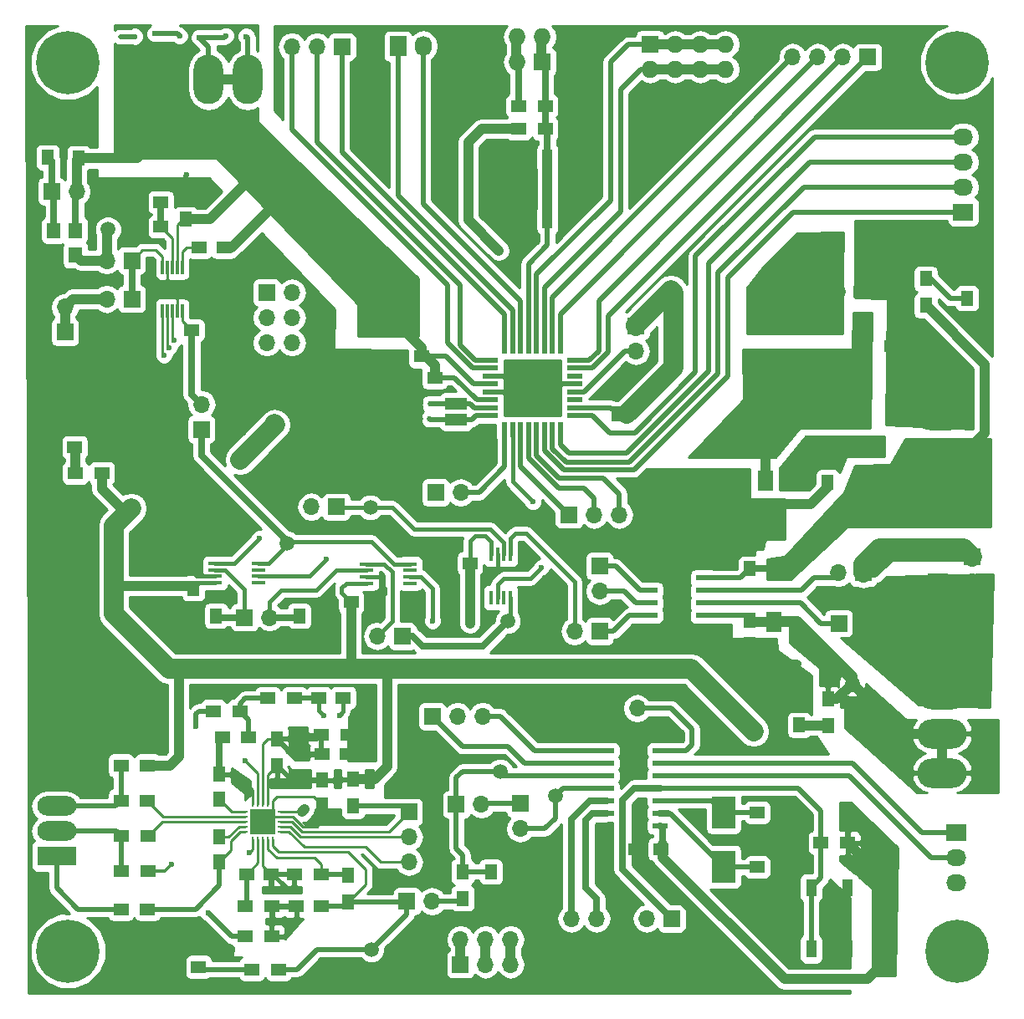
<source format=gbr>
G04 #@! TF.FileFunction,Copper,L1,Top,Signal*
%FSLAX46Y46*%
G04 Gerber Fmt 4.6, Leading zero omitted, Abs format (unit mm)*
G04 Created by KiCad (PCBNEW 4.0.2-stable) date 10/05/17 14:17:11*
%MOMM*%
G01*
G04 APERTURE LIST*
%ADD10C,0.100000*%
%ADD11R,1.250000X1.500000*%
%ADD12R,1.500000X1.250000*%
%ADD13R,1.300000X1.500000*%
%ADD14R,1.500000X1.300000*%
%ADD15R,1.600000X2.000000*%
%ADD16R,1.400000X1.600000*%
%ADD17R,1.727200X1.727200*%
%ADD18O,1.727200X1.727200*%
%ADD19R,1.700000X1.700000*%
%ADD20O,1.700000X1.700000*%
%ADD21R,2.032000X1.727200*%
%ADD22O,2.032000X1.727200*%
%ADD23R,1.100000X1.800000*%
%ADD24R,0.300000X1.400000*%
%ADD25R,2.400000X3.325000*%
%ADD26R,2.300000X1.200000*%
%ADD27R,3.960000X1.980000*%
%ADD28O,3.960000X1.980000*%
%ADD29R,1.500000X0.600000*%
%ADD30R,0.500000X0.250000*%
%ADD31R,0.250000X0.500000*%
%ADD32R,2.500000X2.500000*%
%ADD33R,1.600000X0.550000*%
%ADD34R,0.550000X1.600000*%
%ADD35R,1.450000X0.450000*%
%ADD36R,1.550000X0.600000*%
%ADD37C,1.500000*%
%ADD38O,5.001260X2.999740*%
%ADD39O,2.999740X5.001260*%
%ADD40R,0.450000X1.450000*%
%ADD41R,1.727200X2.032000*%
%ADD42O,1.727200X2.032000*%
%ADD43C,6.400000*%
%ADD44C,0.800000*%
%ADD45R,3.800000X2.000000*%
%ADD46R,1.500000X2.000000*%
%ADD47R,0.400000X0.600000*%
%ADD48C,0.500000*%
%ADD49C,0.600000*%
%ADD50C,0.500000*%
%ADD51C,0.250000*%
%ADD52C,0.400000*%
%ADD53C,0.700000*%
%ADD54C,1.000000*%
%ADD55C,2.000000*%
%ADD56C,0.300000*%
%ADD57C,0.350000*%
%ADD58C,0.254000*%
G04 APERTURE END LIST*
D10*
D11*
X94500000Y-121450000D03*
X94500000Y-123950000D03*
D12*
X107050000Y-107350000D03*
X104550000Y-107350000D03*
D11*
X94500000Y-115100000D03*
X94500000Y-117600000D03*
D12*
X99750000Y-125200000D03*
X97250000Y-125200000D03*
X104800000Y-128450000D03*
X102300000Y-128450000D03*
X104950000Y-113050000D03*
X107450000Y-113050000D03*
D11*
X104950000Y-118200000D03*
X104950000Y-115700000D03*
D12*
X110350000Y-97650000D03*
X107850000Y-97650000D03*
D11*
X122000000Y-124950000D03*
X122000000Y-127450000D03*
D13*
X134800000Y-78600000D03*
X134800000Y-75900000D03*
D12*
X156900000Y-66200000D03*
X159400000Y-66200000D03*
D14*
X116300000Y-74900000D03*
X113600000Y-74900000D03*
X114950000Y-72750000D03*
X112250000Y-72750000D03*
D12*
X148950000Y-124500000D03*
X151450000Y-124500000D03*
X148950000Y-118950000D03*
X151450000Y-118950000D03*
D11*
X80250000Y-52700000D03*
X80250000Y-50200000D03*
D15*
X150600000Y-103700000D03*
X150600000Y-99700000D03*
D14*
X124800000Y-47400000D03*
X127500000Y-47400000D03*
D11*
X148200000Y-99450000D03*
X148200000Y-101950000D03*
D12*
X88600000Y-57150000D03*
X86100000Y-57150000D03*
X88600000Y-59650000D03*
X86100000Y-59650000D03*
X139172000Y-122682000D03*
X136672000Y-122682000D03*
D11*
X148200000Y-91750000D03*
X148200000Y-94250000D03*
D15*
X150800000Y-90200000D03*
X150800000Y-94200000D03*
D11*
X91100000Y-58850000D03*
X91100000Y-56350000D03*
D12*
X94976000Y-61722000D03*
X92476000Y-61722000D03*
X91714000Y-70104000D03*
X94214000Y-70104000D03*
D13*
X156070000Y-82810000D03*
X156070000Y-85510000D03*
D11*
X91900000Y-98750000D03*
X91900000Y-96250000D03*
D14*
X159830000Y-71750000D03*
X162530000Y-71750000D03*
D16*
X79950000Y-60000000D03*
X77750000Y-60000000D03*
X79950000Y-62500000D03*
X77750000Y-62500000D03*
D14*
X82574000Y-81968000D03*
X79874000Y-81968000D03*
D13*
X156100000Y-107450000D03*
X156100000Y-110150000D03*
X170180000Y-64182000D03*
X170180000Y-66882000D03*
D17*
X127200000Y-42950000D03*
D18*
X127200000Y-40410000D03*
X124660000Y-42950000D03*
X124660000Y-40410000D03*
D19*
X113500000Y-127950000D03*
D20*
X116040000Y-127950000D03*
D21*
X169800000Y-58150000D03*
D22*
X169800000Y-55610000D03*
X169800000Y-53070000D03*
X169800000Y-50530000D03*
D19*
X113700000Y-118900000D03*
D20*
X113700000Y-121440000D03*
X113700000Y-123980000D03*
D14*
X87300000Y-124900000D03*
X84600000Y-124900000D03*
X100500000Y-134850000D03*
X97800000Y-134850000D03*
X84550000Y-128750000D03*
X87250000Y-128750000D03*
X87250000Y-114200000D03*
X84550000Y-114200000D03*
X84550000Y-117800000D03*
X87250000Y-117800000D03*
X84600000Y-121350000D03*
X87300000Y-121350000D03*
X99400000Y-107400000D03*
X102100000Y-107400000D03*
X97500000Y-111350000D03*
X94800000Y-111350000D03*
X97100000Y-131500000D03*
X99800000Y-131500000D03*
X93900000Y-108700000D03*
X96600000Y-108700000D03*
X97150000Y-128450000D03*
X99850000Y-128450000D03*
D13*
X100350000Y-114200000D03*
X100350000Y-111500000D03*
D14*
X102100000Y-125200000D03*
X104800000Y-125200000D03*
X104800000Y-111100000D03*
X107500000Y-111100000D03*
D13*
X107550000Y-125350000D03*
X107550000Y-128050000D03*
X108050000Y-118300000D03*
X108050000Y-115600000D03*
X119150000Y-124950000D03*
X119150000Y-127650000D03*
X102600000Y-101750000D03*
X102600000Y-99050000D03*
X94200000Y-101750000D03*
X94200000Y-99050000D03*
X77150000Y-49900000D03*
X77150000Y-52600000D03*
D14*
X79930000Y-84582000D03*
X82630000Y-84582000D03*
D13*
X166000000Y-64900000D03*
X166000000Y-67600000D03*
X153200000Y-110100000D03*
X153200000Y-107400000D03*
D14*
X124800000Y-49700000D03*
X127500000Y-49700000D03*
X158100000Y-122050000D03*
X155400000Y-122050000D03*
D23*
X127700000Y-58900000D03*
X127700000Y-52700000D03*
X124000000Y-52700000D03*
X124000000Y-58900000D03*
X158100000Y-132800000D03*
X158100000Y-126600000D03*
X154400000Y-126600000D03*
X154400000Y-132800000D03*
D24*
X90750000Y-63750000D03*
X90250000Y-63750000D03*
X89750000Y-63750000D03*
X89250000Y-63750000D03*
X88750000Y-63750000D03*
X88750000Y-68150000D03*
X89250000Y-68150000D03*
X89750000Y-68150000D03*
X90250000Y-68150000D03*
X90750000Y-68150000D03*
D25*
X145550000Y-124462500D03*
X145550000Y-118937500D03*
D26*
X118500000Y-77550000D03*
X118500000Y-79150000D03*
D19*
X77550000Y-56050000D03*
D20*
X80090000Y-56050000D03*
D19*
X85650000Y-66950000D03*
D20*
X83110000Y-66950000D03*
D19*
X85650000Y-63050000D03*
D20*
X83110000Y-63050000D03*
D19*
X157200000Y-99800000D03*
D20*
X159740000Y-99800000D03*
D19*
X159700000Y-94700000D03*
D20*
X157160000Y-94700000D03*
D19*
X92700000Y-80150000D03*
D20*
X92700000Y-77610000D03*
D19*
X106350000Y-88000000D03*
D20*
X103810000Y-88000000D03*
D19*
X159750000Y-84550000D03*
D20*
X159750000Y-82010000D03*
D19*
X159450000Y-69200000D03*
D20*
X156910000Y-69200000D03*
D14*
X89700000Y-134600000D03*
X92400000Y-134600000D03*
D19*
X113030000Y-101092000D03*
D20*
X110490000Y-101092000D03*
D19*
X136650000Y-69700000D03*
D20*
X136650000Y-72240000D03*
D19*
X124950000Y-118050000D03*
D20*
X124950000Y-120590000D03*
D27*
X78050000Y-123400000D03*
D28*
X78050000Y-120860000D03*
X78050000Y-118320000D03*
D19*
X118900000Y-134350000D03*
D20*
X118900000Y-131810000D03*
X121440000Y-134350000D03*
X121440000Y-131810000D03*
X123980000Y-134350000D03*
X123980000Y-131810000D03*
D19*
X118500000Y-118150000D03*
D20*
X121040000Y-118150000D03*
D19*
X133000000Y-94000000D03*
D20*
X133000000Y-96540000D03*
D19*
X170700000Y-93050000D03*
D20*
X170700000Y-95590000D03*
D29*
X139100000Y-120310000D03*
X139100000Y-119040000D03*
X139100000Y-117770000D03*
X139100000Y-116500000D03*
X139100000Y-115230000D03*
X139100000Y-113960000D03*
X139100000Y-112690000D03*
X133700000Y-112690000D03*
X133700000Y-113960000D03*
X133700000Y-115230000D03*
X133700000Y-116500000D03*
X133700000Y-117770000D03*
X133700000Y-119040000D03*
X133700000Y-120310000D03*
D30*
X97150000Y-118900000D03*
X97150000Y-119400000D03*
X97150000Y-119900000D03*
X97150000Y-120400000D03*
X97150000Y-120900000D03*
D31*
X97900000Y-121650000D03*
D32*
X98900000Y-119900000D03*
D31*
X98400000Y-121650000D03*
X98900000Y-121650000D03*
X99400000Y-121650000D03*
X99900000Y-121650000D03*
D30*
X100650000Y-120900000D03*
X100650000Y-120400000D03*
X100650000Y-119900000D03*
X100650000Y-119400000D03*
X100650000Y-118900000D03*
D31*
X99900000Y-118150000D03*
X99400000Y-118150000D03*
X98900000Y-118150000D03*
X98400000Y-118150000D03*
X97900000Y-118150000D03*
D33*
X121950000Y-73150000D03*
X121950000Y-73950000D03*
X121950000Y-74750000D03*
X121950000Y-75550000D03*
X121950000Y-76350000D03*
X121950000Y-77150000D03*
X121950000Y-77950000D03*
X121950000Y-78750000D03*
D34*
X123400000Y-80200000D03*
X124200000Y-80200000D03*
X125000000Y-80200000D03*
X125800000Y-80200000D03*
X126600000Y-80200000D03*
X127400000Y-80200000D03*
X128200000Y-80200000D03*
X129000000Y-80200000D03*
D33*
X130450000Y-78750000D03*
X130450000Y-77950000D03*
X130450000Y-77150000D03*
X130450000Y-76350000D03*
X130450000Y-75550000D03*
X130450000Y-74750000D03*
X130450000Y-73950000D03*
X130450000Y-73150000D03*
D34*
X129000000Y-71700000D03*
X128200000Y-71700000D03*
X127400000Y-71700000D03*
X126600000Y-71700000D03*
X125800000Y-71700000D03*
X125000000Y-71700000D03*
X124200000Y-71700000D03*
X123400000Y-71700000D03*
D35*
X109400000Y-93775000D03*
X109400000Y-94425000D03*
X109400000Y-95075000D03*
X109400000Y-95725000D03*
X113800000Y-95725000D03*
X113800000Y-95075000D03*
X113800000Y-94425000D03*
X113800000Y-93775000D03*
X94100000Y-93725000D03*
X94100000Y-94375000D03*
X94100000Y-95025000D03*
X94100000Y-95675000D03*
X98500000Y-95675000D03*
X98500000Y-95025000D03*
X98500000Y-94375000D03*
X98500000Y-93725000D03*
D36*
X138100000Y-95195000D03*
X138100000Y-96465000D03*
X138100000Y-97735000D03*
X138100000Y-99005000D03*
X143500000Y-99005000D03*
X143500000Y-97735000D03*
X143500000Y-96465000D03*
X143500000Y-95195000D03*
D37*
X109900000Y-132850000D03*
X122936000Y-114808000D03*
X128500000Y-117300000D03*
X164592000Y-92456000D03*
X83250000Y-59900000D03*
X101346000Y-91694000D03*
X109800000Y-88050000D03*
X123698000Y-99568000D03*
X100584000Y-56388000D03*
X159766000Y-88138000D03*
X158550000Y-105900000D03*
X78994000Y-106934000D03*
D19*
X140300000Y-129700000D03*
D20*
X137760000Y-129700000D03*
X135220000Y-129700000D03*
X132680000Y-129700000D03*
X130140000Y-129700000D03*
D19*
X78900000Y-70300000D03*
D20*
X78900000Y-67760000D03*
D38*
X167500000Y-82731200D03*
X167500000Y-78768800D03*
X167500000Y-86691060D03*
X167500000Y-74808940D03*
D39*
X89458800Y-44704000D03*
X93421200Y-44704000D03*
X85498940Y-44704000D03*
X97381060Y-44704000D03*
D38*
X167650000Y-107018800D03*
X167650000Y-110981200D03*
X167650000Y-103058940D03*
X167650000Y-114941060D03*
D12*
X117368000Y-93726000D03*
X119868000Y-93726000D03*
D19*
X116400000Y-86550000D03*
D20*
X118940000Y-86550000D03*
D19*
X133000000Y-100600000D03*
D20*
X130460000Y-100600000D03*
D19*
X116078000Y-109220000D03*
D20*
X118618000Y-109220000D03*
X121158000Y-109220000D03*
D19*
X134250000Y-108400000D03*
D20*
X136790000Y-108400000D03*
D19*
X97050000Y-99200000D03*
D20*
X99590000Y-99200000D03*
D40*
X123975000Y-92800000D03*
X123325000Y-92800000D03*
X122675000Y-92800000D03*
X122025000Y-92800000D03*
X122025000Y-97200000D03*
X122675000Y-97200000D03*
X123325000Y-97200000D03*
X123975000Y-97200000D03*
D41*
X112600000Y-41350000D03*
D42*
X115140000Y-41350000D03*
X117680000Y-41350000D03*
D17*
X138100000Y-41150000D03*
D18*
X138100000Y-43690000D03*
X140640000Y-41150000D03*
X140640000Y-43690000D03*
X143180000Y-41150000D03*
X143180000Y-43690000D03*
X145720000Y-41150000D03*
X145720000Y-43690000D03*
D43*
X79200000Y-43000000D03*
D44*
X81600000Y-43000000D03*
X80897056Y-44697056D03*
X79200000Y-45400000D03*
X77502944Y-44697056D03*
X76800000Y-43000000D03*
X77502944Y-41302944D03*
X79200000Y-40600000D03*
X80897056Y-41302944D03*
D43*
X169200000Y-43000000D03*
D44*
X171600000Y-43000000D03*
X170897056Y-44697056D03*
X169200000Y-45400000D03*
X167502944Y-44697056D03*
X166800000Y-43000000D03*
X167502944Y-41302944D03*
X169200000Y-40600000D03*
X170897056Y-41302944D03*
D43*
X169200000Y-133000000D03*
D44*
X171600000Y-133000000D03*
X170897056Y-134697056D03*
X169200000Y-135400000D03*
X167502944Y-134697056D03*
X166800000Y-133000000D03*
X167502944Y-131302944D03*
X169200000Y-130600000D03*
X170897056Y-131302944D03*
D43*
X79200000Y-133000000D03*
D44*
X81600000Y-133000000D03*
X80897056Y-134697056D03*
X79200000Y-135400000D03*
X77502944Y-134697056D03*
X76800000Y-133000000D03*
X77502944Y-131302944D03*
X79200000Y-130600000D03*
X80897056Y-131302944D03*
D21*
X169050000Y-121000000D03*
D22*
X169050000Y-123540000D03*
X169050000Y-126080000D03*
D19*
X160150000Y-42450000D03*
D20*
X157610000Y-42450000D03*
X155070000Y-42450000D03*
X152530000Y-42450000D03*
D19*
X106934000Y-41402000D03*
D20*
X104394000Y-41402000D03*
X101854000Y-41402000D03*
D19*
X129900000Y-88800000D03*
D20*
X132440000Y-88800000D03*
X134980000Y-88800000D03*
D19*
X99314000Y-66294000D03*
D20*
X101854000Y-66294000D03*
X99314000Y-68834000D03*
X101854000Y-68834000D03*
X99314000Y-71374000D03*
X101854000Y-71374000D03*
D45*
X149750000Y-79050000D03*
D46*
X149750000Y-85350000D03*
X152050000Y-85350000D03*
X147450000Y-85350000D03*
D47*
X115820000Y-77600000D03*
X114920000Y-77600000D03*
X115790000Y-79080000D03*
X114890000Y-79080000D03*
D48*
X99822000Y-126746000D03*
D49*
X106700000Y-109100000D03*
X101600000Y-126850000D03*
X105050000Y-109100000D03*
X97550000Y-123050000D03*
X141210000Y-132990000D03*
X140930000Y-136180000D03*
X138360000Y-136180000D03*
X139360000Y-133780000D03*
X137800000Y-132210000D03*
X135510000Y-133500000D03*
X137740000Y-135290000D03*
X133890000Y-136070000D03*
X131320000Y-135450000D03*
X132440000Y-134560000D03*
X133610000Y-131770000D03*
X131090000Y-133160000D03*
X129530000Y-132160000D03*
X129470000Y-135790000D03*
X127740000Y-134780000D03*
X127630000Y-132320000D03*
X126790000Y-126960000D03*
X127850000Y-125060000D03*
X127350000Y-122490000D03*
X123050000Y-123160000D03*
X122820000Y-120250000D03*
X120810000Y-120700000D03*
X121430000Y-122320000D03*
X125060000Y-123440000D03*
X124500000Y-126070000D03*
D48*
X85344000Y-82042000D03*
D49*
X84900000Y-80280000D03*
X83740000Y-78850000D03*
X80630000Y-77610000D03*
X81700000Y-75480000D03*
X85880000Y-76010000D03*
X87390000Y-79210000D03*
X86940000Y-83030000D03*
X85080000Y-85610000D03*
X88990000Y-85430000D03*
X89880000Y-84190000D03*
X88810000Y-81970000D03*
X88810000Y-77250000D03*
X86320000Y-73700000D03*
X85170000Y-71300000D03*
X82940000Y-72630000D03*
X79300000Y-73790000D03*
X77080000Y-76900000D03*
X77080000Y-80190000D03*
X77080000Y-84540000D03*
X78940000Y-87830000D03*
X81250000Y-90230000D03*
X80280000Y-93520000D03*
X76990000Y-93790000D03*
X77170000Y-97120000D03*
X80910000Y-97900000D03*
X81980000Y-101200000D03*
X78620000Y-100920000D03*
X76500000Y-100080000D03*
X75770000Y-102650000D03*
X78290000Y-104160000D03*
X81470000Y-103490000D03*
X83320000Y-103320000D03*
X85270000Y-103830000D03*
X86170000Y-106280000D03*
X83540000Y-106280000D03*
X81030000Y-107180000D03*
X82310000Y-108020000D03*
X83150000Y-110250000D03*
X85330000Y-110470000D03*
X86170000Y-108800000D03*
X88850000Y-109130000D03*
X88510000Y-111760000D03*
X84320000Y-112210000D03*
X81810000Y-112210000D03*
X80970000Y-110980000D03*
X80750000Y-109410000D03*
X78290000Y-109690000D03*
X77280000Y-112370000D03*
X79910000Y-113380000D03*
X81470000Y-116290000D03*
X79180000Y-115560000D03*
X76670000Y-115560000D03*
X76220000Y-113160000D03*
X76670000Y-110810000D03*
X77060000Y-108070000D03*
X156210000Y-129794000D03*
X152220000Y-120810000D03*
X152800000Y-118380000D03*
X153420000Y-119830000D03*
X152940000Y-121900000D03*
X153570000Y-123520000D03*
X153030000Y-124810000D03*
X151850000Y-125790000D03*
X150570000Y-126120000D03*
X151740000Y-127830000D03*
X150120000Y-128690000D03*
X148700000Y-128130000D03*
X148390000Y-126340000D03*
X147520000Y-127070000D03*
X146460000Y-128100000D03*
X148250000Y-129590000D03*
X149620000Y-131090000D03*
X151350000Y-132490000D03*
X151970000Y-131880000D03*
X151130000Y-130540000D03*
X151130000Y-129470000D03*
X152690000Y-129840000D03*
X109520000Y-73370000D03*
X108410000Y-75550000D03*
X106060000Y-78290000D03*
X104270000Y-80020000D03*
X108300000Y-79180000D03*
X108070000Y-81310000D03*
X105220000Y-82260000D03*
X103150000Y-82310000D03*
X100470000Y-83090000D03*
X99130000Y-85330000D03*
X100580000Y-86280000D03*
X102710000Y-84600000D03*
X106230000Y-85330000D03*
X108410000Y-83540000D03*
X110530000Y-82200000D03*
X110980000Y-85500000D03*
X114000000Y-87120000D03*
X113600000Y-85380000D03*
X113420000Y-83250000D03*
X116130000Y-83630000D03*
X117840000Y-82300000D03*
X119020000Y-83820000D03*
X121040000Y-83360000D03*
X121690000Y-81000000D03*
X120130000Y-81230000D03*
X116430000Y-81340000D03*
X112780000Y-80770000D03*
X110830000Y-80620000D03*
X95170000Y-40270000D03*
X97230000Y-40350000D03*
X92470000Y-40460000D03*
X90490000Y-40310000D03*
X88010000Y-40080000D03*
X85950000Y-40350000D03*
X122380000Y-41150000D03*
X122380000Y-42790000D03*
X121160000Y-42180000D03*
X121120000Y-40270000D03*
X119900000Y-40310000D03*
X119710000Y-41950000D03*
X119060000Y-44080000D03*
X118260000Y-46180000D03*
X120090000Y-45260000D03*
X120820000Y-44200000D03*
X122490000Y-44200000D03*
X122420000Y-46410000D03*
X120620000Y-47510000D03*
X118450000Y-47850000D03*
X117350000Y-49910000D03*
X116470000Y-48920000D03*
X116740000Y-46060000D03*
X117460000Y-44390000D03*
X77978000Y-65024000D03*
X83970000Y-65110000D03*
X82300000Y-64920000D03*
X80770000Y-64880000D03*
X79130000Y-65070000D03*
X170180000Y-61976000D03*
X168200000Y-64260000D03*
X167860000Y-62310000D03*
X167920000Y-60570000D03*
X166520000Y-61080000D03*
X166520000Y-62590000D03*
X164900000Y-62470000D03*
X164900000Y-61240000D03*
X165070000Y-59570000D03*
X163230000Y-59680000D03*
X162890000Y-61640000D03*
X163060000Y-62640000D03*
X161440000Y-62640000D03*
X161490000Y-61190000D03*
X161490000Y-59510000D03*
X159820000Y-59510000D03*
X159650000Y-60910000D03*
X159820000Y-62420000D03*
X159820000Y-64040000D03*
X161490000Y-64150000D03*
X163620000Y-64150000D03*
X163730000Y-65990000D03*
X163230000Y-68560000D03*
X164510000Y-70070000D03*
X169760000Y-100300000D03*
X167580000Y-99860000D03*
X165680000Y-100190000D03*
X165520000Y-98350000D03*
X166910000Y-98350000D03*
X169260000Y-98010000D03*
X168810000Y-96730000D03*
X167360000Y-96560000D03*
X165850000Y-96560000D03*
X163780000Y-97010000D03*
X161940000Y-97790000D03*
X162160000Y-99130000D03*
X164120000Y-98910000D03*
X164290000Y-100580000D03*
X163390000Y-101980000D03*
X162050000Y-100810000D03*
X160380000Y-102320000D03*
X162220000Y-103490000D03*
X163730000Y-104780000D03*
X160040000Y-97730000D03*
X157890000Y-97730000D03*
X155400000Y-97680000D03*
X155400000Y-96640000D03*
X156910000Y-96640000D03*
X158840000Y-96640000D03*
X160930000Y-96620000D03*
X162420000Y-96090000D03*
X163670000Y-95330000D03*
X166490000Y-95020000D03*
X168280000Y-95110000D03*
X171380000Y-98290000D03*
X171380000Y-100250000D03*
X171640000Y-102880000D03*
X171160000Y-104750000D03*
X171410000Y-107210000D03*
X144960000Y-133830000D03*
X144330000Y-134600000D03*
X144370000Y-136160000D03*
X145790000Y-134420000D03*
X146280000Y-133040000D03*
X146910000Y-134340000D03*
X143140000Y-131570000D03*
X141850000Y-131570000D03*
X143020000Y-129780000D03*
X144950000Y-131630000D03*
X145120000Y-132800000D03*
X142800000Y-134670000D03*
X143110000Y-132990000D03*
X142150000Y-128970000D03*
X140550000Y-127330000D03*
X139230000Y-126020000D03*
X138200000Y-125310000D03*
X137180000Y-124260000D03*
X126930000Y-129390000D03*
X128080000Y-128300000D03*
X128220000Y-129980000D03*
X126930000Y-130730000D03*
X126180000Y-131090000D03*
X126110000Y-132820000D03*
X126150000Y-134190000D03*
X126110000Y-135140000D03*
X126000000Y-136440000D03*
X124130000Y-136590000D03*
X122420000Y-136590000D03*
X120660000Y-136630000D03*
X118830000Y-136700000D03*
X117120000Y-136700000D03*
X87630000Y-134620000D03*
X116340000Y-136010000D03*
X114220000Y-136180000D03*
X113050000Y-135170000D03*
X115060000Y-131990000D03*
X115060000Y-134390000D03*
X116450000Y-132490000D03*
X116060000Y-130480000D03*
X114500000Y-131040000D03*
X113100000Y-131990000D03*
X111820000Y-134000000D03*
X111590000Y-136460000D03*
X110030000Y-135060000D03*
X108070000Y-134670000D03*
X108800000Y-136010000D03*
X106560000Y-136070000D03*
X107070000Y-134450000D03*
X104720000Y-134950000D03*
X104050000Y-136070000D03*
X101990000Y-136660000D03*
X98910000Y-136660000D03*
X97000000Y-136780000D03*
X94830000Y-136630000D03*
X92620000Y-136630000D03*
X90720000Y-136440000D03*
X88580000Y-136440000D03*
X86410000Y-136250000D03*
X86220000Y-134950000D03*
X85610000Y-132820000D03*
X84960000Y-134340000D03*
X84050000Y-136400000D03*
X83250000Y-135670000D03*
X83900000Y-133690000D03*
X84280000Y-132050000D03*
X84890000Y-131100000D03*
X87100000Y-131100000D03*
X89760000Y-130610000D03*
X92090000Y-130490000D03*
X93800000Y-132170000D03*
X92010000Y-132550000D03*
X89990000Y-132550000D03*
X87820000Y-132820000D03*
X150622000Y-88138000D03*
X154340000Y-87730000D03*
X167250000Y-71690000D03*
X165490000Y-71750000D03*
X110640000Y-78960000D03*
X110540000Y-77440000D03*
X90170000Y-66294000D03*
D48*
X91440000Y-66040000D03*
X93218000Y-66040000D03*
X94234000Y-66802000D03*
X94234000Y-68072000D03*
X92202000Y-94996000D03*
X91948000Y-100838000D03*
X91948000Y-101854000D03*
X117348000Y-92202000D03*
X122682000Y-94234000D03*
D49*
X110998000Y-96012000D03*
X110998000Y-94996000D03*
X140716000Y-95250000D03*
X140716000Y-97790000D03*
X136652000Y-74676000D03*
X125730000Y-55880000D03*
X89154000Y-65532000D03*
X77216000Y-47498000D03*
X80264000Y-47752000D03*
X86360000Y-54864000D03*
X91186000Y-54356000D03*
X110490000Y-72644000D03*
X110490000Y-74930000D03*
X124968000Y-74676000D03*
X126238000Y-74168000D03*
X127508000Y-74422000D03*
X124968000Y-76200000D03*
X127254000Y-75438000D03*
X127508000Y-77470000D03*
X125984000Y-77470000D03*
X146304000Y-91186000D03*
X147320000Y-87884000D03*
X148082000Y-89408000D03*
X162052000Y-66294000D03*
X148082000Y-104902000D03*
X153162000Y-103886000D03*
X153162000Y-105410000D03*
X151384000Y-120904000D03*
X151638000Y-122428000D03*
X136906000Y-119634000D03*
X133096000Y-121920000D03*
X99822000Y-101854000D03*
X97028000Y-101854000D03*
X109220000Y-110998000D03*
X109220000Y-113030000D03*
D48*
X99568000Y-119126000D03*
X99568000Y-120650000D03*
X98044000Y-120650000D03*
X98900000Y-119900000D03*
X98044000Y-119126000D03*
D49*
X150740000Y-66830000D03*
X155110000Y-69000000D03*
X152140000Y-69880000D03*
X151600000Y-67450000D03*
X149845000Y-65875000D03*
X153180000Y-69030000D03*
X100110000Y-79630000D03*
X96620000Y-83230000D03*
X112014000Y-67818000D03*
X113284000Y-66548000D03*
X83820000Y-92202000D03*
X83820000Y-89916000D03*
X147574000Y-109728000D03*
X146812000Y-108966000D03*
X148590000Y-110744000D03*
D48*
X157734000Y-118364000D03*
X157988000Y-119634000D03*
D49*
X140208000Y-66040000D03*
X102870000Y-115700000D03*
X103124000Y-118618000D03*
X96266000Y-104394000D03*
X89662000Y-124206000D03*
X89408000Y-114046000D03*
X124714000Y-104648000D03*
X119888000Y-99822000D03*
X85598000Y-88138000D03*
X98298000Y-81534000D03*
X158750000Y-118872000D03*
X110744000Y-69088000D03*
X122800000Y-62050000D03*
X98552000Y-91186000D03*
X92150000Y-110200000D03*
X97150000Y-113750000D03*
X93400000Y-129150000D03*
X88900000Y-72644000D03*
X89408000Y-71882000D03*
X89916000Y-71120000D03*
X116078000Y-99568000D03*
X105350000Y-93300000D03*
X127100000Y-94150000D03*
X126250000Y-87500000D03*
D50*
X94500000Y-123950000D02*
X94500000Y-126350000D01*
X92100000Y-128750000D02*
X87250000Y-128750000D01*
X94500000Y-126350000D02*
X92100000Y-128750000D01*
D51*
X97150000Y-120900000D02*
X96636398Y-120900000D01*
X95700000Y-122750000D02*
X94500000Y-123950000D01*
X95700000Y-121836398D02*
X95700000Y-122750000D01*
X96636398Y-120900000D02*
X95700000Y-121836398D01*
D50*
X99750000Y-125200000D02*
X99750000Y-126674000D01*
X99750000Y-126674000D02*
X99822000Y-126746000D01*
D52*
X107050000Y-107350000D02*
X107050000Y-108750000D01*
X107050000Y-108750000D02*
X106700000Y-109100000D01*
X101600000Y-126850000D02*
X99950000Y-125200000D01*
D51*
X99950000Y-125200000D02*
X99750000Y-125200000D01*
D50*
X102100000Y-125200000D02*
X99750000Y-125200000D01*
D51*
X98900000Y-121650000D02*
X98900000Y-124350000D01*
X98900000Y-124350000D02*
X99750000Y-125200000D01*
D50*
X102100000Y-107400000D02*
X104500000Y-107400000D01*
X104500000Y-107400000D02*
X104550000Y-107350000D01*
D52*
X104550000Y-107350000D02*
X104550000Y-108600000D01*
X104550000Y-108600000D02*
X105050000Y-109100000D01*
D51*
X97550000Y-123050000D02*
X97900000Y-122700000D01*
X97900000Y-122700000D02*
X97900000Y-121650000D01*
D53*
X94500000Y-115100000D02*
X94500000Y-111650000D01*
X94500000Y-111650000D02*
X94800000Y-111350000D01*
D51*
X97900000Y-118150000D02*
X97900000Y-116700000D01*
X96300000Y-115100000D02*
X94500000Y-115100000D01*
X97900000Y-116700000D02*
X96300000Y-115100000D01*
D50*
X97250000Y-125200000D02*
X97250000Y-128350000D01*
X97250000Y-128350000D02*
X97150000Y-128450000D01*
D51*
X98400000Y-121650000D02*
X98400000Y-124050000D01*
X98400000Y-124050000D02*
X97250000Y-125200000D01*
D50*
X109900000Y-132850000D02*
X104400000Y-132850000D01*
X102400000Y-134850000D02*
X100500000Y-134850000D01*
X104400000Y-132850000D02*
X102400000Y-134850000D01*
X113500000Y-127950000D02*
X113500000Y-129250000D01*
X113500000Y-129250000D02*
X109900000Y-132850000D01*
X107550000Y-128050000D02*
X113400000Y-128050000D01*
X113400000Y-128050000D02*
X113500000Y-127950000D01*
D51*
X99900000Y-121650000D02*
X99900000Y-122350000D01*
X109350000Y-126250000D02*
X107550000Y-128050000D01*
X109350000Y-124750000D02*
X109350000Y-126250000D01*
X107550000Y-122950000D02*
X109350000Y-124750000D01*
X100500000Y-122950000D02*
X107550000Y-122950000D01*
X99900000Y-122350000D02*
X100500000Y-122950000D01*
D50*
X104800000Y-128450000D02*
X107150000Y-128450000D01*
X107150000Y-128450000D02*
X107550000Y-128050000D01*
X99850000Y-128450000D02*
X102300000Y-128450000D01*
X99850000Y-128450000D02*
X99850000Y-131450000D01*
X99850000Y-131450000D02*
X99800000Y-131500000D01*
X104950000Y-113050000D02*
X101900000Y-113050000D01*
X101900000Y-113050000D02*
X100350000Y-111500000D01*
X104800000Y-111100000D02*
X104800000Y-112900000D01*
X104800000Y-112900000D02*
X104950000Y-113050000D01*
X100350000Y-111500000D02*
X104400000Y-111500000D01*
X104400000Y-111500000D02*
X104800000Y-111100000D01*
D51*
X98900000Y-118150000D02*
X98900000Y-112000000D01*
X98900000Y-112000000D02*
X99400000Y-111500000D01*
X99400000Y-111500000D02*
X100350000Y-111500000D01*
D50*
X141210000Y-135900000D02*
X141210000Y-132990000D01*
X140930000Y-136180000D02*
X141210000Y-135900000D01*
X138360000Y-134780000D02*
X138360000Y-136180000D01*
X139360000Y-133780000D02*
X138360000Y-134780000D01*
X136800000Y-132210000D02*
X137800000Y-132210000D01*
X135510000Y-133500000D02*
X136800000Y-132210000D01*
X134670000Y-135290000D02*
X137740000Y-135290000D01*
X133890000Y-136070000D02*
X134670000Y-135290000D01*
X131550000Y-135450000D02*
X131320000Y-135450000D01*
X132440000Y-134560000D02*
X131550000Y-135450000D01*
X132480000Y-131770000D02*
X133610000Y-131770000D01*
X131090000Y-133160000D02*
X132480000Y-131770000D01*
X129530000Y-135730000D02*
X129530000Y-132160000D01*
X129470000Y-135790000D02*
X129530000Y-135730000D01*
X127740000Y-132430000D02*
X127740000Y-134780000D01*
X127630000Y-132320000D02*
X127740000Y-132430000D01*
X122000000Y-127450000D02*
X123120000Y-127450000D01*
X126790000Y-126120000D02*
X126790000Y-126960000D01*
X127850000Y-125060000D02*
X126790000Y-126120000D01*
X123720000Y-122490000D02*
X127350000Y-122490000D01*
X123050000Y-123160000D02*
X123720000Y-122490000D01*
X121260000Y-120250000D02*
X122820000Y-120250000D01*
X120810000Y-120700000D02*
X121260000Y-120250000D01*
X123940000Y-122320000D02*
X121430000Y-122320000D01*
X125060000Y-123440000D02*
X123940000Y-122320000D01*
X123120000Y-127450000D02*
X124500000Y-126070000D01*
X78994000Y-106934000D02*
X78196000Y-106934000D01*
D52*
X85270000Y-81968000D02*
X85344000Y-82042000D01*
X85270000Y-81968000D02*
X82574000Y-81968000D01*
D50*
X84900000Y-80010000D02*
X84900000Y-80280000D01*
X83740000Y-78850000D02*
X84900000Y-80010000D01*
X80630000Y-76550000D02*
X80630000Y-77610000D01*
X81700000Y-75480000D02*
X80630000Y-76550000D01*
X85880000Y-77700000D02*
X85880000Y-76010000D01*
X87390000Y-79210000D02*
X85880000Y-77700000D01*
X86940000Y-83750000D02*
X86940000Y-83030000D01*
X85080000Y-85610000D02*
X86940000Y-83750000D01*
X88990000Y-85080000D02*
X88990000Y-85430000D01*
X89880000Y-84190000D02*
X88990000Y-85080000D01*
X88810000Y-77250000D02*
X88810000Y-81970000D01*
X86320000Y-72450000D02*
X86320000Y-73700000D01*
X85170000Y-71300000D02*
X86320000Y-72450000D01*
X80460000Y-72630000D02*
X82940000Y-72630000D01*
X79300000Y-73790000D02*
X80460000Y-72630000D01*
X77080000Y-80190000D02*
X77080000Y-76900000D01*
X77080000Y-85970000D02*
X77080000Y-84540000D01*
X78940000Y-87830000D02*
X77080000Y-85970000D01*
X81250000Y-92550000D02*
X81250000Y-90230000D01*
X80280000Y-93520000D02*
X81250000Y-92550000D01*
X76990000Y-96940000D02*
X76990000Y-93790000D01*
X77170000Y-97120000D02*
X76990000Y-96940000D01*
X80910000Y-100130000D02*
X80910000Y-97900000D01*
X81980000Y-101200000D02*
X80910000Y-100130000D01*
X77340000Y-100920000D02*
X78620000Y-100920000D01*
X76500000Y-100080000D02*
X77340000Y-100920000D01*
X76780000Y-102650000D02*
X75770000Y-102650000D01*
X78290000Y-104160000D02*
X76780000Y-102650000D01*
X83150000Y-103490000D02*
X81470000Y-103490000D01*
X83320000Y-103320000D02*
X83150000Y-103490000D01*
X85270000Y-105380000D02*
X85270000Y-103830000D01*
X86170000Y-106280000D02*
X85270000Y-105380000D01*
X81930000Y-106280000D02*
X83540000Y-106280000D01*
X81030000Y-107180000D02*
X81930000Y-106280000D01*
X82310000Y-109410000D02*
X82310000Y-108020000D01*
X83150000Y-110250000D02*
X82310000Y-109410000D01*
X85330000Y-109640000D02*
X85330000Y-110470000D01*
X86170000Y-108800000D02*
X85330000Y-109640000D01*
X88850000Y-111420000D02*
X88850000Y-109130000D01*
X88510000Y-111760000D02*
X88850000Y-111420000D01*
X81810000Y-112210000D02*
X84320000Y-112210000D01*
X80970000Y-109630000D02*
X80970000Y-110980000D01*
X80750000Y-109410000D02*
X80970000Y-109630000D01*
X78290000Y-111360000D02*
X78290000Y-109690000D01*
X77280000Y-112370000D02*
X78290000Y-111360000D01*
X79910000Y-114730000D02*
X79910000Y-113380000D01*
X81470000Y-116290000D02*
X79910000Y-114730000D01*
X76670000Y-115560000D02*
X79180000Y-115560000D01*
X76220000Y-111260000D02*
X76220000Y-113160000D01*
X76670000Y-110810000D02*
X76220000Y-111260000D01*
X78196000Y-106934000D02*
X77060000Y-108070000D01*
X78994000Y-106934000D02*
X78496000Y-106934000D01*
X151450000Y-120040000D02*
X151450000Y-118950000D01*
X152220000Y-120810000D02*
X151450000Y-120040000D01*
X152800000Y-119210000D02*
X152800000Y-118380000D01*
X153420000Y-119830000D02*
X152800000Y-119210000D01*
X152940000Y-122890000D02*
X152940000Y-121900000D01*
X153570000Y-123520000D02*
X152940000Y-122890000D01*
X152830000Y-124810000D02*
X153030000Y-124810000D01*
X151850000Y-125790000D02*
X152830000Y-124810000D01*
X150570000Y-126660000D02*
X150570000Y-126120000D01*
X151740000Y-127830000D02*
X150570000Y-126660000D01*
X149260000Y-128690000D02*
X150120000Y-128690000D01*
X148700000Y-128130000D02*
X149260000Y-128690000D01*
X148250000Y-126340000D02*
X148390000Y-126340000D01*
X147520000Y-127070000D02*
X148250000Y-126340000D01*
X146760000Y-128100000D02*
X146460000Y-128100000D01*
X148250000Y-129590000D02*
X146760000Y-128100000D01*
X149950000Y-131090000D02*
X149620000Y-131090000D01*
X151350000Y-132490000D02*
X149950000Y-131090000D01*
X151970000Y-131380000D02*
X151970000Y-131880000D01*
X151130000Y-130540000D02*
X151970000Y-131380000D01*
X152320000Y-129470000D02*
X151130000Y-129470000D01*
X152690000Y-129840000D02*
X152320000Y-129470000D01*
X109520000Y-74440000D02*
X109520000Y-73370000D01*
X108410000Y-75550000D02*
X109520000Y-74440000D01*
X106000000Y-78290000D02*
X106060000Y-78290000D01*
X104270000Y-80020000D02*
X106000000Y-78290000D01*
X108300000Y-81080000D02*
X108300000Y-79180000D01*
X108070000Y-81310000D02*
X108300000Y-81080000D01*
X103200000Y-82260000D02*
X105220000Y-82260000D01*
X103150000Y-82310000D02*
X103200000Y-82260000D01*
X100470000Y-83990000D02*
X100470000Y-83090000D01*
X99130000Y-85330000D02*
X100470000Y-83990000D01*
X101030000Y-86280000D02*
X100580000Y-86280000D01*
X102710000Y-84600000D02*
X101030000Y-86280000D01*
X106620000Y-85330000D02*
X106230000Y-85330000D01*
X108410000Y-83540000D02*
X106620000Y-85330000D01*
X110530000Y-85050000D02*
X110530000Y-82200000D01*
X110980000Y-85500000D02*
X110530000Y-85050000D01*
X114000000Y-85780000D02*
X114000000Y-87120000D01*
X113600000Y-85380000D02*
X114000000Y-85780000D01*
X115750000Y-83250000D02*
X113420000Y-83250000D01*
X116130000Y-83630000D02*
X115750000Y-83250000D01*
X117840000Y-82640000D02*
X117840000Y-82300000D01*
X119020000Y-83820000D02*
X117840000Y-82640000D01*
X121040000Y-81650000D02*
X121040000Y-83360000D01*
X121690000Y-81000000D02*
X121040000Y-81650000D01*
X116540000Y-81230000D02*
X120130000Y-81230000D01*
X116430000Y-81340000D02*
X116540000Y-81230000D01*
X110980000Y-80770000D02*
X112780000Y-80770000D01*
X110830000Y-80620000D02*
X110980000Y-80770000D01*
X97381060Y-44704000D02*
X97381060Y-40501060D01*
X94980000Y-40460000D02*
X92470000Y-40460000D01*
X95170000Y-40270000D02*
X94980000Y-40460000D01*
X97381060Y-40501060D02*
X97230000Y-40350000D01*
X93421200Y-44704000D02*
X93421200Y-41411200D01*
X93421200Y-41411200D02*
X92470000Y-40460000D01*
X85910000Y-40390000D02*
X84540000Y-40390000D01*
X90490000Y-40310000D02*
X90260000Y-40080000D01*
X90260000Y-40080000D02*
X88010000Y-40080000D01*
X85950000Y-40350000D02*
X85910000Y-40390000D01*
X117680000Y-41350000D02*
X117680000Y-44170000D01*
X122450000Y-41220000D02*
X122450000Y-41110000D01*
X122380000Y-41150000D02*
X122450000Y-41220000D01*
X121770000Y-42790000D02*
X122380000Y-42790000D01*
X121160000Y-42180000D02*
X121770000Y-42790000D01*
X119940000Y-40270000D02*
X121120000Y-40270000D01*
X119900000Y-40310000D02*
X119940000Y-40270000D01*
X119710000Y-43430000D02*
X119710000Y-41950000D01*
X119060000Y-44080000D02*
X119710000Y-43430000D01*
X119170000Y-46180000D02*
X118260000Y-46180000D01*
X120090000Y-45260000D02*
X119170000Y-46180000D01*
X122490000Y-44200000D02*
X120820000Y-44200000D01*
X121720000Y-46410000D02*
X122420000Y-46410000D01*
X120620000Y-47510000D02*
X121720000Y-46410000D01*
X118450000Y-48810000D02*
X118450000Y-47850000D01*
X117350000Y-49910000D02*
X118450000Y-48810000D01*
X116470000Y-46330000D02*
X116470000Y-48920000D01*
X116740000Y-46060000D02*
X116470000Y-46330000D01*
X117680000Y-44170000D02*
X117460000Y-44390000D01*
X77978000Y-65024000D02*
X79084000Y-65024000D01*
X77750000Y-64796000D02*
X77978000Y-65024000D01*
X77750000Y-62500000D02*
X77750000Y-64796000D01*
X80810000Y-64920000D02*
X82300000Y-64920000D01*
X80770000Y-64880000D02*
X80810000Y-64920000D01*
X79084000Y-65024000D02*
X79130000Y-65070000D01*
X77370000Y-62500000D02*
X77750000Y-62500000D01*
X78994000Y-106934000D02*
X78286000Y-106934000D01*
X170180000Y-61976000D02*
X170180000Y-64182000D01*
X170180000Y-62280000D02*
X170180000Y-61976000D01*
X168200000Y-64260000D02*
X170180000Y-62280000D01*
X167860000Y-60630000D02*
X167860000Y-62310000D01*
X167920000Y-60570000D02*
X167860000Y-60630000D01*
X166520000Y-62590000D02*
X166520000Y-61080000D01*
X164900000Y-61240000D02*
X164900000Y-62470000D01*
X163340000Y-59570000D02*
X165070000Y-59570000D01*
X163230000Y-59680000D02*
X163340000Y-59570000D01*
X162890000Y-62470000D02*
X162890000Y-61640000D01*
X163060000Y-62640000D02*
X162890000Y-62470000D01*
X161440000Y-61240000D02*
X161440000Y-62640000D01*
X161490000Y-61190000D02*
X161440000Y-61240000D01*
X159820000Y-59510000D02*
X161490000Y-59510000D01*
X159650000Y-62250000D02*
X159650000Y-60910000D01*
X159820000Y-62420000D02*
X159650000Y-62250000D01*
X161380000Y-64040000D02*
X159820000Y-64040000D01*
X161490000Y-64150000D02*
X161380000Y-64040000D01*
X163620000Y-65880000D02*
X163620000Y-64150000D01*
X163730000Y-65990000D02*
X163620000Y-65880000D01*
X163230000Y-68790000D02*
X163230000Y-68560000D01*
X164510000Y-70070000D02*
X163230000Y-68790000D01*
X167650000Y-107018800D02*
X165968800Y-107018800D01*
X165968800Y-107018800D02*
X163730000Y-104780000D01*
X168020000Y-100300000D02*
X169760000Y-100300000D01*
X167580000Y-99860000D02*
X168020000Y-100300000D01*
X165680000Y-98510000D02*
X165680000Y-100190000D01*
X165520000Y-98350000D02*
X165680000Y-98510000D01*
X168920000Y-98350000D02*
X166910000Y-98350000D01*
X169260000Y-98010000D02*
X168920000Y-98350000D01*
X167530000Y-96730000D02*
X168810000Y-96730000D01*
X167360000Y-96560000D02*
X167530000Y-96730000D01*
X164230000Y-96560000D02*
X165850000Y-96560000D01*
X163780000Y-97010000D02*
X164230000Y-96560000D01*
X161940000Y-98910000D02*
X161940000Y-97790000D01*
X162160000Y-99130000D02*
X161940000Y-98910000D01*
X164120000Y-100410000D02*
X164120000Y-98910000D01*
X164290000Y-100580000D02*
X164120000Y-100410000D01*
X163220000Y-101980000D02*
X163390000Y-101980000D01*
X162050000Y-100810000D02*
X163220000Y-101980000D01*
X161050000Y-102320000D02*
X160380000Y-102320000D01*
X162220000Y-103490000D02*
X161050000Y-102320000D01*
X159740000Y-98030000D02*
X159740000Y-99800000D01*
X160040000Y-97730000D02*
X159740000Y-98030000D01*
X155450000Y-97730000D02*
X157890000Y-97730000D01*
X155400000Y-97680000D02*
X155450000Y-97730000D01*
X156910000Y-96640000D02*
X155400000Y-96640000D01*
X160910000Y-96640000D02*
X158840000Y-96640000D01*
X160930000Y-96620000D02*
X160910000Y-96640000D01*
X162910000Y-96090000D02*
X162420000Y-96090000D01*
X163670000Y-95330000D02*
X162910000Y-96090000D01*
X168190000Y-95020000D02*
X166490000Y-95020000D01*
X168280000Y-95110000D02*
X168190000Y-95020000D01*
X167650000Y-107018800D02*
X171218800Y-107018800D01*
X171380000Y-100250000D02*
X171380000Y-98290000D01*
X171640000Y-104270000D02*
X171640000Y-102880000D01*
X171160000Y-104750000D02*
X171640000Y-104270000D01*
X171218800Y-107018800D02*
X171410000Y-107210000D01*
X143020000Y-136100000D02*
X144310000Y-136100000D01*
X144960000Y-133970000D02*
X144960000Y-133830000D01*
X144330000Y-134600000D02*
X144960000Y-133970000D01*
X144310000Y-136100000D02*
X144370000Y-136160000D01*
X146040000Y-132800000D02*
X145120000Y-132800000D01*
X146280000Y-133040000D02*
X146040000Y-132800000D01*
X145870000Y-134340000D02*
X146910000Y-134340000D01*
X145790000Y-134420000D02*
X145870000Y-134340000D01*
X143020000Y-129780000D02*
X144870000Y-131630000D01*
X144870000Y-131630000D02*
X144950000Y-131630000D01*
X141850000Y-131570000D02*
X143140000Y-131570000D01*
X143020000Y-134890000D02*
X143020000Y-136100000D01*
X142800000Y-134670000D02*
X143020000Y-134890000D01*
X144930000Y-132990000D02*
X143110000Y-132990000D01*
X145120000Y-132800000D02*
X144930000Y-132990000D01*
X136672000Y-123752000D02*
X136672000Y-122682000D01*
X142150000Y-128970000D02*
X140550000Y-127370000D01*
X140550000Y-127370000D02*
X140550000Y-127330000D01*
X139230000Y-126020000D02*
X138520000Y-125310000D01*
X138520000Y-125310000D02*
X138200000Y-125310000D01*
X137180000Y-124260000D02*
X136672000Y-123752000D01*
X126930000Y-129390000D02*
X128020000Y-128300000D01*
X128020000Y-128300000D02*
X128080000Y-128300000D01*
X128220000Y-129980000D02*
X127470000Y-130730000D01*
X127470000Y-130730000D02*
X126930000Y-130730000D01*
X126180000Y-131090000D02*
X126110000Y-131160000D01*
X126110000Y-131160000D02*
X126110000Y-132820000D01*
X126150000Y-134190000D02*
X126110000Y-134230000D01*
X126110000Y-134230000D02*
X126110000Y-135140000D01*
X126000000Y-136440000D02*
X125850000Y-136590000D01*
X125850000Y-136590000D02*
X124130000Y-136590000D01*
X122420000Y-136590000D02*
X122380000Y-136630000D01*
X122380000Y-136630000D02*
X120660000Y-136630000D01*
X118830000Y-136700000D02*
X117120000Y-136700000D01*
X87650000Y-134600000D02*
X87630000Y-134620000D01*
X89700000Y-134600000D02*
X87650000Y-134600000D01*
X116450000Y-135780000D02*
X116450000Y-135900000D01*
X116340000Y-136010000D02*
X116170000Y-136180000D01*
X116170000Y-136180000D02*
X114220000Y-136180000D01*
X113050000Y-135170000D02*
X115060000Y-133160000D01*
X115060000Y-133160000D02*
X115060000Y-131990000D01*
X115060000Y-134390000D02*
X116450000Y-135780000D01*
X116060000Y-130480000D02*
X116450000Y-130870000D01*
X116450000Y-130870000D02*
X116450000Y-132490000D01*
X114050000Y-131040000D02*
X114500000Y-131040000D01*
X113100000Y-131990000D02*
X114050000Y-131040000D01*
X111820000Y-136230000D02*
X111820000Y-134000000D01*
X111590000Y-136460000D02*
X111820000Y-136230000D01*
X108460000Y-135060000D02*
X110030000Y-135060000D01*
X108070000Y-134670000D02*
X108460000Y-135060000D01*
X106620000Y-136010000D02*
X108800000Y-136010000D01*
X106560000Y-136070000D02*
X106620000Y-136010000D01*
X105220000Y-134450000D02*
X107070000Y-134450000D01*
X104720000Y-134950000D02*
X105220000Y-134450000D01*
X102580000Y-136070000D02*
X104050000Y-136070000D01*
X101990000Y-136660000D02*
X102580000Y-136070000D01*
X97120000Y-136660000D02*
X98910000Y-136660000D01*
X97000000Y-136780000D02*
X97120000Y-136660000D01*
X92620000Y-136630000D02*
X94830000Y-136630000D01*
X88580000Y-136440000D02*
X90720000Y-136440000D01*
X86410000Y-135140000D02*
X86410000Y-136250000D01*
X86220000Y-134950000D02*
X86410000Y-135140000D01*
X85610000Y-133690000D02*
X85610000Y-132820000D01*
X84960000Y-134340000D02*
X85610000Y-133690000D01*
X83980000Y-136400000D02*
X84050000Y-136400000D01*
X83250000Y-135670000D02*
X83980000Y-136400000D01*
X83900000Y-132430000D02*
X83900000Y-133690000D01*
X84280000Y-132050000D02*
X83900000Y-132430000D01*
X87100000Y-131100000D02*
X84890000Y-131100000D01*
X91970000Y-130610000D02*
X89760000Y-130610000D01*
X92090000Y-130490000D02*
X91970000Y-130610000D01*
X92390000Y-132170000D02*
X93800000Y-132170000D01*
X92010000Y-132550000D02*
X92390000Y-132170000D01*
X88090000Y-132550000D02*
X89990000Y-132550000D01*
X87820000Y-132820000D02*
X88090000Y-132550000D01*
D54*
X154340000Y-87730000D02*
X151030000Y-87730000D01*
D50*
X150800000Y-88316000D02*
X150622000Y-88138000D01*
X150800000Y-90200000D02*
X150800000Y-88316000D01*
D54*
X154340000Y-87730000D02*
X156070000Y-86000000D01*
X151030000Y-87730000D02*
X150622000Y-88138000D01*
X156070000Y-85510000D02*
X156070000Y-86000000D01*
D50*
X162530000Y-71750000D02*
X165490000Y-71750000D01*
X167500000Y-71940000D02*
X167500000Y-74808940D01*
X167250000Y-71690000D02*
X167500000Y-71940000D01*
X114890000Y-79080000D02*
X110760000Y-79080000D01*
X110760000Y-79080000D02*
X110640000Y-78960000D01*
X110700000Y-77600000D02*
X114920000Y-77600000D01*
X110540000Y-77440000D02*
X110700000Y-77600000D01*
D54*
X167500000Y-78768800D02*
X167500000Y-74808940D01*
X167650000Y-107018800D02*
X167650000Y-103058940D01*
X93421200Y-44704000D02*
X97381060Y-44704000D01*
D52*
X94214000Y-70104000D02*
X94214000Y-68092000D01*
D51*
X90250000Y-66374000D02*
X90170000Y-66294000D01*
X90250000Y-66374000D02*
X90250000Y-68150000D01*
D52*
X91186000Y-66294000D02*
X90170000Y-66294000D01*
X91440000Y-66040000D02*
X91186000Y-66294000D01*
X93472000Y-66040000D02*
X93218000Y-66040000D01*
X94234000Y-66802000D02*
X93472000Y-66040000D01*
X94214000Y-68092000D02*
X94234000Y-68072000D01*
X94100000Y-95025000D02*
X92231000Y-95025000D01*
X92231000Y-95025000D02*
X92202000Y-94996000D01*
X94200000Y-101750000D02*
X92052000Y-101750000D01*
X91900000Y-100790000D02*
X91900000Y-98750000D01*
X91948000Y-100838000D02*
X91900000Y-100790000D01*
X92052000Y-101750000D02*
X91948000Y-101854000D01*
X117368000Y-93726000D02*
X117368000Y-92222000D01*
X117368000Y-92222000D02*
X117348000Y-92202000D01*
X122675000Y-92800000D02*
X122675000Y-94227000D01*
X122675000Y-94227000D02*
X122682000Y-94234000D01*
X109400000Y-95075000D02*
X110919000Y-95075000D01*
X111252000Y-96748000D02*
X110350000Y-97650000D01*
X111252000Y-96266000D02*
X111252000Y-96748000D01*
X110998000Y-96012000D02*
X111252000Y-96266000D01*
X110919000Y-95075000D02*
X110998000Y-94996000D01*
D50*
X140716000Y-97790000D02*
X140716000Y-95250000D01*
X140661000Y-95195000D02*
X140716000Y-95250000D01*
X140661000Y-95195000D02*
X138100000Y-95195000D01*
X134800000Y-75900000D02*
X135428000Y-75900000D01*
X135428000Y-75900000D02*
X136652000Y-74676000D01*
X124000000Y-58900000D02*
X124000000Y-57610000D01*
X124000000Y-54150000D02*
X125730000Y-55880000D01*
X124000000Y-54150000D02*
X124000000Y-52700000D01*
X124000000Y-57610000D02*
X125730000Y-55880000D01*
D51*
X89250000Y-63750000D02*
X89250000Y-65436000D01*
X89250000Y-65436000D02*
X89154000Y-65532000D01*
D50*
X80250000Y-50200000D02*
X80250000Y-47766000D01*
X77150000Y-47564000D02*
X77150000Y-49900000D01*
X77216000Y-47498000D02*
X77150000Y-47564000D01*
X80250000Y-47766000D02*
X80264000Y-47752000D01*
X91100000Y-56350000D02*
X91100000Y-54442000D01*
X86100000Y-55124000D02*
X86100000Y-57150000D01*
X86360000Y-54864000D02*
X86100000Y-55124000D01*
X91100000Y-54442000D02*
X91186000Y-54356000D01*
X86100000Y-59650000D02*
X86100000Y-57150000D01*
X112250000Y-72750000D02*
X110596000Y-72750000D01*
X110596000Y-72750000D02*
X110490000Y-72644000D01*
X113600000Y-74900000D02*
X110520000Y-74900000D01*
X110520000Y-74900000D02*
X110490000Y-74930000D01*
X124894000Y-74750000D02*
X124968000Y-74676000D01*
X124894000Y-74750000D02*
X121950000Y-74750000D01*
X127254000Y-74168000D02*
X126238000Y-74168000D01*
X127508000Y-74422000D02*
X127254000Y-74168000D01*
X124818000Y-76350000D02*
X124968000Y-76200000D01*
X121950000Y-76350000D02*
X124818000Y-76350000D01*
X127366000Y-75550000D02*
X127254000Y-75438000D01*
X127366000Y-75550000D02*
X130450000Y-75550000D01*
X125984000Y-77470000D02*
X127508000Y-77470000D01*
X148200000Y-91750000D02*
X146868000Y-91750000D01*
X146868000Y-91750000D02*
X146304000Y-91186000D01*
X147450000Y-85350000D02*
X147450000Y-87754000D01*
X147450000Y-87754000D02*
X147320000Y-87884000D01*
X148200000Y-91750000D02*
X148200000Y-89526000D01*
X148200000Y-89526000D02*
X148082000Y-89408000D01*
X159400000Y-66200000D02*
X161958000Y-66200000D01*
X161958000Y-66200000D02*
X162052000Y-66294000D01*
X148200000Y-101950000D02*
X148200000Y-104784000D01*
X148200000Y-104784000D02*
X148082000Y-104902000D01*
X153200000Y-107400000D02*
X153200000Y-105448000D01*
X152976000Y-103700000D02*
X150600000Y-103700000D01*
X153162000Y-103886000D02*
X152976000Y-103700000D01*
X153200000Y-105448000D02*
X153162000Y-105410000D01*
X151450000Y-118950000D02*
X151450000Y-120838000D01*
X151450000Y-120838000D02*
X151384000Y-120904000D01*
X151638000Y-122428000D02*
X151450000Y-122616000D01*
X151450000Y-122616000D02*
X151450000Y-124500000D01*
D53*
X158100000Y-126600000D02*
X158100000Y-128666000D01*
X158100000Y-128666000D02*
X156972000Y-129794000D01*
X156972000Y-129794000D02*
X156210000Y-129794000D01*
X158100000Y-131684000D02*
X158100000Y-132800000D01*
X158100000Y-131684000D02*
X156210000Y-129794000D01*
D50*
X136672000Y-122682000D02*
X136672000Y-119868000D01*
X136672000Y-119868000D02*
X136906000Y-119634000D01*
X133700000Y-120310000D02*
X132928000Y-120310000D01*
X132928000Y-120310000D02*
X133096000Y-120478000D01*
X133096000Y-120478000D02*
X133096000Y-121920000D01*
X94200000Y-101750000D02*
X96924000Y-101750000D01*
X99926000Y-101750000D02*
X102600000Y-101750000D01*
X99822000Y-101854000D02*
X99926000Y-101750000D01*
X96924000Y-101750000D02*
X97028000Y-101854000D01*
X107500000Y-111100000D02*
X109118000Y-111100000D01*
X109118000Y-111100000D02*
X109220000Y-110998000D01*
X107450000Y-113050000D02*
X109200000Y-113050000D01*
X109200000Y-113050000D02*
X109220000Y-113030000D01*
D51*
X99568000Y-119126000D02*
X98900000Y-119794000D01*
X98900000Y-119794000D02*
X98900000Y-119900000D01*
X99568000Y-120650000D02*
X98900000Y-119982000D01*
X98900000Y-119982000D02*
X98900000Y-119900000D01*
X98044000Y-120650000D02*
X98794000Y-119900000D01*
X98794000Y-119900000D02*
X98900000Y-119900000D01*
X98268002Y-119350002D02*
X98044000Y-119126000D01*
X98268002Y-119350002D02*
X100650000Y-119350002D01*
X100650000Y-119350002D02*
X100650000Y-119400000D01*
X99900000Y-118150000D02*
X99900000Y-118900000D01*
X99900000Y-118900000D02*
X98900000Y-119900000D01*
X99900000Y-118150000D02*
X99900000Y-117778000D01*
X104098000Y-117348000D02*
X104950000Y-118200000D01*
X100330000Y-117348000D02*
X104098000Y-117348000D01*
X99900000Y-117778000D02*
X100330000Y-117348000D01*
X100650000Y-119400000D02*
X101959194Y-119400000D01*
X104950000Y-119840000D02*
X104950000Y-118200000D01*
X104394000Y-120396000D02*
X104950000Y-119840000D01*
X102955194Y-120396000D02*
X104394000Y-120396000D01*
X101959194Y-119400000D02*
X102955194Y-120396000D01*
X100650000Y-119400000D02*
X99400000Y-119400000D01*
X99400000Y-119400000D02*
X98900000Y-119900000D01*
D50*
X159750000Y-84550000D02*
X159750000Y-88122000D01*
X159750000Y-88122000D02*
X159766000Y-88138000D01*
D54*
X167500000Y-82731200D02*
X169768800Y-82731200D01*
X169768800Y-82731200D02*
X171950000Y-80550000D01*
X171950000Y-73550000D02*
X166000000Y-67600000D01*
X171950000Y-80550000D02*
X171950000Y-73550000D01*
X167500000Y-82731200D02*
X164418800Y-82731200D01*
X162600000Y-84550000D02*
X159750000Y-84550000D01*
X164418800Y-82731200D02*
X162600000Y-84550000D01*
X167500000Y-86691060D02*
X167500000Y-82731200D01*
X150800000Y-94200000D02*
X152300000Y-94200000D01*
X158400000Y-88100000D02*
X166091060Y-88100000D01*
X152300000Y-94200000D02*
X158400000Y-88100000D01*
X166091060Y-88100000D02*
X167500000Y-86691060D01*
D53*
X148200000Y-94250000D02*
X150750000Y-94250000D01*
D50*
X150750000Y-94250000D02*
X150800000Y-94200000D01*
X143500000Y-95195000D02*
X147255000Y-95195000D01*
X147255000Y-95195000D02*
X148200000Y-94250000D01*
D54*
X149845000Y-65875000D02*
X149845000Y-65935000D01*
X149845000Y-65935000D02*
X150740000Y-66830000D01*
X153180000Y-69030000D02*
X152990000Y-69030000D01*
X152990000Y-69030000D02*
X152140000Y-69880000D01*
X151830000Y-67860000D02*
X151510000Y-67540000D01*
X151510000Y-67540000D02*
X151600000Y-67450000D01*
X149845000Y-65875000D02*
X151830000Y-67860000D01*
X156910000Y-69200000D02*
X155310000Y-69200000D01*
X155310000Y-69200000D02*
X155110000Y-69000000D01*
X152010000Y-67860000D02*
X151830000Y-67860000D01*
X153180000Y-69030000D02*
X152010000Y-67860000D01*
D55*
X153450000Y-65800000D02*
X153450000Y-66200000D01*
X153450000Y-66200000D02*
X153450000Y-65800000D01*
X153450000Y-65800000D02*
X153450000Y-66200000D01*
X100110000Y-79630000D02*
X100156000Y-79676000D01*
X100156000Y-79676000D02*
X100110000Y-79630000D01*
X100110000Y-79630000D02*
X100110000Y-79722000D01*
X98298000Y-81534000D02*
X98298000Y-81552000D01*
X98298000Y-81552000D02*
X96620000Y-83230000D01*
X140450000Y-69850000D02*
X140450000Y-66282000D01*
D54*
X140450000Y-66282000D02*
X140208000Y-66040000D01*
D55*
X83820000Y-89916000D02*
X83820000Y-92202000D01*
X83820000Y-92202000D02*
X83820000Y-96012000D01*
X83820000Y-89916000D02*
X85598000Y-88138000D01*
X146812000Y-108966000D02*
X147574000Y-109728000D01*
X144526000Y-106680000D02*
X148590000Y-110744000D01*
D50*
X157988000Y-119380000D02*
X157988000Y-118618000D01*
X157988000Y-118618000D02*
X157734000Y-118364000D01*
X158100000Y-119746000D02*
X158100000Y-122050000D01*
X157988000Y-119634000D02*
X158100000Y-119746000D01*
D55*
X136650000Y-69700000D02*
X136650000Y-69598000D01*
X136650000Y-69598000D02*
X140208000Y-66040000D01*
D54*
X80250000Y-52700000D02*
X86238000Y-52700000D01*
X86238000Y-52700000D02*
X89866470Y-49071530D01*
X91100000Y-58850000D02*
X93550000Y-58850000D01*
X93550000Y-58850000D02*
X98298000Y-54102000D01*
X94976000Y-61722000D02*
X95758000Y-61722000D01*
X95758000Y-61722000D02*
X100838000Y-56642000D01*
D55*
X85498940Y-44704000D02*
X89458800Y-44704000D01*
X110744000Y-69088000D02*
X110744000Y-66548000D01*
X110744000Y-66548000D02*
X100838000Y-56642000D01*
X91848940Y-51054000D02*
X89866470Y-49071530D01*
X95250000Y-51054000D02*
X91848940Y-51054000D01*
X98298000Y-54102000D02*
X95250000Y-51054000D01*
X89866470Y-49071530D02*
X85498940Y-44704000D01*
X100838000Y-56642000D02*
X98298000Y-54102000D01*
D54*
X83820000Y-96012000D02*
X91662000Y-96012000D01*
X91662000Y-96012000D02*
X91900000Y-96250000D01*
X85598000Y-88138000D02*
X84582000Y-88138000D01*
X82630000Y-86186000D02*
X82630000Y-84582000D01*
X84582000Y-88138000D02*
X82630000Y-86186000D01*
D51*
X100650000Y-118900000D02*
X102842000Y-118900000D01*
D54*
X102842000Y-118900000D02*
X103124000Y-118618000D01*
X111506000Y-104394000D02*
X111506000Y-114300000D01*
X110206000Y-115600000D02*
X108050000Y-115600000D01*
X111506000Y-114300000D02*
X110206000Y-115600000D01*
D56*
X87250000Y-114200000D02*
X89254000Y-114200000D01*
X88968000Y-124900000D02*
X89662000Y-124206000D01*
X88968000Y-124900000D02*
X87300000Y-124900000D01*
X89254000Y-114200000D02*
X89408000Y-114046000D01*
D54*
X87250000Y-114200000D02*
X89508000Y-114200000D01*
X89508000Y-114200000D02*
X90424000Y-113284000D01*
X90424000Y-113284000D02*
X90424000Y-104394000D01*
X107850000Y-97650000D02*
X107850000Y-104394000D01*
X107850000Y-104394000D02*
X107696000Y-104394000D01*
X119868000Y-93726000D02*
X119868000Y-99802000D01*
X119868000Y-99802000D02*
X119888000Y-99822000D01*
X124714000Y-104648000D02*
X124714000Y-104394000D01*
X124714000Y-104394000D02*
X124714000Y-104648000D01*
X124714000Y-104648000D02*
X124714000Y-104394000D01*
D52*
X122025000Y-92800000D02*
X122025000Y-91545000D01*
X119868000Y-91460000D02*
X119868000Y-93726000D01*
X120396000Y-90932000D02*
X119868000Y-91460000D01*
X121412000Y-90932000D02*
X120396000Y-90932000D01*
X122025000Y-91545000D02*
X121412000Y-90932000D01*
D55*
X100110000Y-79722000D02*
X98298000Y-81534000D01*
X89408000Y-104394000D02*
X90424000Y-104394000D01*
X90424000Y-104394000D02*
X96266000Y-104394000D01*
X96266000Y-104394000D02*
X107696000Y-104394000D01*
X83820000Y-98806000D02*
X89408000Y-104394000D01*
X83820000Y-96012000D02*
X83820000Y-98806000D01*
X107696000Y-104394000D02*
X111506000Y-104394000D01*
X111506000Y-104394000D02*
X118110000Y-104394000D01*
X118110000Y-104394000D02*
X124714000Y-104394000D01*
D54*
X161535000Y-121657000D02*
X161535000Y-125485000D01*
X158750000Y-118872000D02*
X161535000Y-121657000D01*
D55*
X124714000Y-104394000D02*
X142240000Y-104394000D01*
X142240000Y-104394000D02*
X144526000Y-106680000D01*
D54*
X113200000Y-70150000D02*
X111806000Y-70150000D01*
X111806000Y-70150000D02*
X110744000Y-69088000D01*
X114950000Y-72750000D02*
X114950000Y-71900000D01*
X114950000Y-71900000D02*
X113200000Y-70150000D01*
D52*
X94100000Y-95675000D02*
X92475000Y-95675000D01*
X92475000Y-95675000D02*
X91900000Y-96250000D01*
X92475000Y-95675000D02*
X91900000Y-96250000D01*
D54*
X134800000Y-78600000D02*
X135750000Y-78600000D01*
D55*
X140450000Y-73900000D02*
X140450000Y-69850000D01*
X135750000Y-78600000D02*
X140450000Y-73900000D01*
X156900000Y-66200000D02*
X153450000Y-66200000D01*
D54*
X156910000Y-69200000D02*
X156910000Y-66210000D01*
X156910000Y-66210000D02*
X156900000Y-66200000D01*
D50*
X130450000Y-77950000D02*
X134150000Y-77950000D01*
X134150000Y-77950000D02*
X134800000Y-78600000D01*
D54*
X139350000Y-122200000D02*
X139350000Y-123500000D01*
X139350000Y-123500000D02*
X151700000Y-135850000D01*
X151700000Y-135850000D02*
X160100000Y-135850000D01*
X160100000Y-135850000D02*
X161900000Y-134050000D01*
X161900000Y-134050000D02*
X161900000Y-125850000D01*
X161900000Y-125850000D02*
X161535000Y-125485000D01*
X161535000Y-125485000D02*
X158100000Y-122050000D01*
D51*
X90250000Y-63750000D02*
X90250000Y-59450000D01*
X90250000Y-59450000D02*
X90850000Y-58850000D01*
X90850000Y-58850000D02*
X91100000Y-58850000D01*
D54*
X124800000Y-49700000D02*
X121100000Y-49700000D01*
X121100000Y-49700000D02*
X119700000Y-51100000D01*
X119700000Y-51100000D02*
X119700000Y-58950000D01*
X119700000Y-58950000D02*
X122800000Y-62050000D01*
D53*
X114950000Y-72750000D02*
X115400000Y-72750000D01*
D54*
X115400000Y-72750000D02*
X116300000Y-73650000D01*
X116300000Y-73650000D02*
X116300000Y-74900000D01*
D50*
X121950000Y-75550000D02*
X120200000Y-75550000D01*
X117400000Y-72750000D02*
X114950000Y-72750000D01*
X120200000Y-75550000D02*
X117400000Y-72750000D01*
X121950000Y-77150000D02*
X120550000Y-77150000D01*
X118300000Y-74900000D02*
X116300000Y-74900000D01*
X120550000Y-77150000D02*
X118300000Y-74900000D01*
X105050000Y-115600000D02*
X104950000Y-115700000D01*
X104950000Y-115700000D02*
X102870000Y-115700000D01*
X102870000Y-115700000D02*
X101850000Y-115700000D01*
X101850000Y-115700000D02*
X100350000Y-114200000D01*
X108000000Y-115300000D02*
X108050000Y-115250000D01*
D51*
X99400000Y-118150000D02*
X99400000Y-115150000D01*
X99400000Y-115150000D02*
X100350000Y-114200000D01*
D53*
X139350000Y-122200000D02*
X139350000Y-120560000D01*
X139350000Y-120560000D02*
X139100000Y-120310000D01*
D54*
X80090000Y-56050000D02*
X80090000Y-52860000D01*
D53*
X80090000Y-52860000D02*
X80250000Y-52700000D01*
X79950000Y-60000000D02*
X79950000Y-56190000D01*
X79950000Y-56190000D02*
X80090000Y-56050000D01*
D52*
X109400000Y-95725000D02*
X107325000Y-95725000D01*
X106900000Y-96700000D02*
X107850000Y-97650000D01*
X106900000Y-96150000D02*
X106900000Y-96700000D01*
X107325000Y-95725000D02*
X106900000Y-96150000D01*
D50*
X80090000Y-52860000D02*
X80250000Y-52700000D01*
X79950000Y-56190000D02*
X80090000Y-56050000D01*
X118500000Y-77550000D02*
X115870000Y-77550000D01*
X115870000Y-77550000D02*
X115820000Y-77600000D01*
X121950000Y-77950000D02*
X120300000Y-77950000D01*
X119900000Y-77550000D02*
X118500000Y-77550000D01*
X120300000Y-77950000D02*
X119900000Y-77550000D01*
X118700000Y-77750000D02*
X118500000Y-77550000D01*
D54*
X156100000Y-107450000D02*
X157000000Y-107450000D01*
X157000000Y-107450000D02*
X158550000Y-105900000D01*
X150600000Y-99700000D02*
X148450000Y-99700000D01*
X148450000Y-99700000D02*
X148200000Y-99450000D01*
X158550000Y-105900000D02*
X158550000Y-105150000D01*
X158550000Y-105150000D02*
X153000000Y-99600000D01*
X151600000Y-99600000D02*
X151600000Y-99700000D01*
X153000000Y-99600000D02*
X151600000Y-99600000D01*
X167650000Y-110981200D02*
X163631200Y-110981200D01*
X163631200Y-110981200D02*
X158550000Y-105900000D01*
X167650000Y-114941060D02*
X167650000Y-110981200D01*
X158550000Y-105900000D02*
X158550000Y-105700000D01*
X152550000Y-99700000D02*
X151600000Y-99700000D01*
X151600000Y-99700000D02*
X150600000Y-99700000D01*
X158550000Y-106300000D02*
X158550000Y-105900000D01*
D50*
X152550000Y-99700000D02*
X150600000Y-99700000D01*
X143500000Y-99005000D02*
X147755000Y-99005000D01*
X147755000Y-99005000D02*
X148200000Y-99450000D01*
X148450000Y-99700000D02*
X148200000Y-99450000D01*
D53*
X124800000Y-47400000D02*
X124800000Y-42990000D01*
X124800000Y-42990000D02*
X124560000Y-42750000D01*
D54*
X124560000Y-42750000D02*
X124560000Y-40210000D01*
D53*
X127500000Y-47400000D02*
X127500000Y-43150000D01*
X127500000Y-43150000D02*
X127100000Y-42750000D01*
X127500000Y-49700000D02*
X127500000Y-47400000D01*
X127700000Y-52700000D02*
X127700000Y-49900000D01*
X127700000Y-49900000D02*
X127500000Y-49700000D01*
D54*
X127700000Y-58900000D02*
X127700000Y-52700000D01*
D50*
X125800000Y-71700000D02*
X125800000Y-63400000D01*
X127700000Y-61500000D02*
X127700000Y-58900000D01*
X125800000Y-63400000D02*
X127700000Y-61500000D01*
D53*
X127600000Y-49800000D02*
X127500000Y-49700000D01*
D54*
X127100000Y-42750000D02*
X127100000Y-40210000D01*
D50*
X127950000Y-59150000D02*
X127700000Y-58900000D01*
D57*
X127950000Y-59150000D02*
X127700000Y-58900000D01*
D53*
X88600000Y-59650000D02*
X88600000Y-57150000D01*
D51*
X89750000Y-63750000D02*
X89750000Y-60800000D01*
X89750000Y-60800000D02*
X88600000Y-59650000D01*
D50*
X118500000Y-79150000D02*
X115860000Y-79150000D01*
X115860000Y-79150000D02*
X115790000Y-79080000D01*
X121950000Y-78750000D02*
X120500000Y-78750000D01*
X120100000Y-79150000D02*
X118500000Y-79150000D01*
X120500000Y-78750000D02*
X120100000Y-79150000D01*
D51*
X90750000Y-63750000D02*
X90750000Y-62158000D01*
X91186000Y-61722000D02*
X92476000Y-61722000D01*
X90750000Y-62158000D02*
X91186000Y-61722000D01*
X90750000Y-68150000D02*
X90750000Y-69140000D01*
X90750000Y-69140000D02*
X91714000Y-70104000D01*
D53*
X91714000Y-70104000D02*
X91714000Y-76624000D01*
X91714000Y-76624000D02*
X92700000Y-77610000D01*
D54*
X156070000Y-82810000D02*
X152980000Y-82810000D01*
X152050000Y-83740000D02*
X152050000Y-85350000D01*
X152980000Y-82810000D02*
X152050000Y-83740000D01*
X159750000Y-82010000D02*
X156870000Y-82010000D01*
X156870000Y-82010000D02*
X156070000Y-82810000D01*
D50*
X159450000Y-69200000D02*
X159450000Y-71370000D01*
X159450000Y-71370000D02*
X159830000Y-71750000D01*
D54*
X149750000Y-85350000D02*
X149750000Y-79050000D01*
D53*
X77550000Y-56050000D02*
X77550000Y-53000000D01*
X77550000Y-53000000D02*
X77150000Y-52600000D01*
X77750000Y-60000000D02*
X77750000Y-56250000D01*
X77750000Y-56250000D02*
X77550000Y-56050000D01*
D50*
X77750000Y-56250000D02*
X77550000Y-56050000D01*
D54*
X83110000Y-63050000D02*
X80500000Y-63050000D01*
X80500000Y-63050000D02*
X79950000Y-62500000D01*
X83110000Y-63050000D02*
X83110000Y-60040000D01*
X83110000Y-60040000D02*
X83250000Y-59900000D01*
D53*
X80500000Y-63050000D02*
X79950000Y-62500000D01*
D50*
X124200000Y-71700000D02*
X124200000Y-68050000D01*
X112600000Y-56450000D02*
X112600000Y-41350000D01*
X124200000Y-68050000D02*
X112600000Y-56450000D01*
X125000000Y-71700000D02*
X125000000Y-67150000D01*
X125000000Y-67150000D02*
X115140000Y-57290000D01*
X115140000Y-57290000D02*
X115140000Y-41350000D01*
X134100000Y-42950000D02*
X135900000Y-41150000D01*
X134100000Y-56950000D02*
X134100000Y-42950000D01*
X126600000Y-71700000D02*
X126600000Y-64450000D01*
X135900000Y-41150000D02*
X138100000Y-41150000D01*
X126600000Y-64450000D02*
X134100000Y-56950000D01*
D54*
X140640000Y-41150000D02*
X138100000Y-41150000D01*
X143180000Y-41150000D02*
X140640000Y-41150000D01*
X145720000Y-41150000D02*
X143180000Y-41150000D01*
X143180000Y-43690000D02*
X145720000Y-43690000D01*
X140640000Y-43690000D02*
X143180000Y-43690000D01*
X138100000Y-43690000D02*
X140640000Y-43690000D01*
D50*
X127400000Y-71700000D02*
X127400000Y-65750000D01*
X137160000Y-43690000D02*
X138100000Y-43690000D01*
X135100000Y-45750000D02*
X137160000Y-43690000D01*
X135100000Y-58050000D02*
X135100000Y-45750000D01*
X127400000Y-65750000D02*
X135100000Y-58050000D01*
D53*
X85650000Y-63050000D02*
X85650000Y-66950000D01*
D51*
X88750000Y-63750000D02*
X88750000Y-62650000D01*
X86750000Y-61950000D02*
X85650000Y-63050000D01*
X88050000Y-61950000D02*
X86750000Y-61950000D01*
X88750000Y-62650000D02*
X88050000Y-61950000D01*
D54*
X78900000Y-67760000D02*
X78900000Y-70300000D01*
X83110000Y-66950000D02*
X79710000Y-66950000D01*
X79710000Y-66950000D02*
X78900000Y-67760000D01*
D50*
X157200000Y-99800000D02*
X155400000Y-99800000D01*
X153335000Y-97735000D02*
X143500000Y-97735000D01*
X155400000Y-99800000D02*
X153335000Y-97735000D01*
D52*
X98500000Y-93725000D02*
X99475000Y-93725000D01*
X101250000Y-91950000D02*
X101250000Y-91350000D01*
X99475000Y-93725000D02*
X101250000Y-91950000D01*
X113800000Y-93775000D02*
X112175000Y-93775000D01*
D53*
X92700000Y-82800000D02*
X92700000Y-80150000D01*
D52*
X101400000Y-91500000D02*
X101250000Y-91350000D01*
D53*
X101250000Y-91350000D02*
X92700000Y-82800000D01*
D52*
X109900000Y-91500000D02*
X101400000Y-91500000D01*
X112175000Y-93775000D02*
X109900000Y-91500000D01*
X92450000Y-80400000D02*
X92700000Y-80150000D01*
D50*
X143500000Y-96465000D02*
X153435000Y-96465000D01*
X153435000Y-96465000D02*
X154700000Y-95200000D01*
X154700000Y-95200000D02*
X156660000Y-95200000D01*
X156660000Y-95200000D02*
X157160000Y-94700000D01*
D52*
X94100000Y-93725000D02*
X96013000Y-93725000D01*
X96013000Y-93725000D02*
X98552000Y-91186000D01*
D50*
X127400000Y-80200000D02*
X127400000Y-82300000D01*
X152550000Y-58150000D02*
X169800000Y-58150000D01*
X145950000Y-64750000D02*
X152550000Y-58150000D01*
X145950000Y-74750000D02*
X145950000Y-64750000D01*
X136450000Y-84250000D02*
X145950000Y-74750000D01*
X129350000Y-84250000D02*
X136450000Y-84250000D01*
X127400000Y-82300000D02*
X129350000Y-84250000D01*
X128200000Y-80200000D02*
X128200000Y-82100000D01*
X153640000Y-55610000D02*
X169800000Y-55610000D01*
X144950000Y-64300000D02*
X153640000Y-55610000D01*
X144950000Y-74500000D02*
X144950000Y-64300000D01*
X135950000Y-83500000D02*
X144950000Y-74500000D01*
X129600000Y-83500000D02*
X135950000Y-83500000D01*
X128200000Y-82100000D02*
X129600000Y-83500000D01*
X129000000Y-80200000D02*
X129000000Y-81700000D01*
X154230000Y-53070000D02*
X169800000Y-53070000D01*
X144000000Y-63300000D02*
X154230000Y-53070000D01*
X144000000Y-74300000D02*
X144000000Y-63300000D01*
X135750000Y-82550000D02*
X144000000Y-74300000D01*
X129850000Y-82550000D02*
X135750000Y-82550000D01*
X129000000Y-81700000D02*
X129850000Y-82550000D01*
X130450000Y-78750000D02*
X132250000Y-78750000D01*
X154770000Y-50530000D02*
X169800000Y-50530000D01*
X142700000Y-62600000D02*
X154770000Y-50530000D01*
X142700000Y-74350000D02*
X142700000Y-62600000D01*
X136550000Y-80500000D02*
X142700000Y-74350000D01*
X134000000Y-80500000D02*
X136550000Y-80500000D01*
X132250000Y-78750000D02*
X134000000Y-80500000D01*
X84600000Y-124900000D02*
X84600000Y-121350000D01*
X78050000Y-120860000D02*
X84110000Y-120860000D01*
X84110000Y-120860000D02*
X84600000Y-121350000D01*
X84550000Y-117800000D02*
X84550000Y-114200000D01*
X78050000Y-118320000D02*
X84030000Y-118320000D01*
X84030000Y-118320000D02*
X84550000Y-117800000D01*
X96600000Y-108700000D02*
X96600000Y-107950000D01*
X97150000Y-107400000D02*
X99400000Y-107400000D01*
X96600000Y-107950000D02*
X97150000Y-107400000D01*
X97500000Y-111350000D02*
X97500000Y-109600000D01*
X97500000Y-109600000D02*
X96600000Y-108700000D01*
X92450000Y-108700000D02*
X93900000Y-108700000D01*
X92150000Y-109000000D02*
X92450000Y-108700000D01*
X92150000Y-110200000D02*
X92150000Y-109000000D01*
D51*
X98400000Y-118150000D02*
X98400000Y-115000000D01*
X98400000Y-115000000D02*
X97150000Y-113750000D01*
D50*
X93400000Y-129150000D02*
X95750000Y-131500000D01*
X95750000Y-131500000D02*
X97100000Y-131500000D01*
X93900000Y-108700000D02*
X93350000Y-108700000D01*
X104800000Y-125200000D02*
X107400000Y-125200000D01*
X107400000Y-125200000D02*
X107550000Y-125350000D01*
D51*
X99400000Y-121650000D02*
X99400000Y-122650000D01*
X104800000Y-124200000D02*
X104800000Y-125200000D01*
X104150000Y-123550000D02*
X104800000Y-124200000D01*
X100300000Y-123550000D02*
X104150000Y-123550000D01*
X99400000Y-122650000D02*
X100300000Y-123550000D01*
D50*
X108050000Y-118300000D02*
X113100000Y-118300000D01*
X113100000Y-118300000D02*
X113700000Y-118900000D01*
D51*
X100650000Y-119900000D02*
X101822796Y-119900000D01*
X111650000Y-120950000D02*
X113700000Y-118900000D01*
X102872796Y-120950000D02*
X111650000Y-120950000D01*
X101822796Y-119900000D02*
X102872796Y-120950000D01*
D50*
X116040000Y-127950000D02*
X118850000Y-127950000D01*
X118850000Y-127950000D02*
X119150000Y-127650000D01*
X154400000Y-126600000D02*
X154400000Y-132800000D01*
X155400000Y-122050000D02*
X155400000Y-125600000D01*
X155400000Y-125600000D02*
X154400000Y-126600000D01*
X139100000Y-116500000D02*
X153100000Y-116500000D01*
X155400000Y-118800000D02*
X155400000Y-122050000D01*
X153100000Y-116500000D02*
X155400000Y-118800000D01*
D53*
X139100000Y-116500000D02*
X136500000Y-116500000D01*
X135300000Y-124700000D02*
X140300000Y-129700000D01*
X135300000Y-117700000D02*
X135300000Y-124700000D01*
X136500000Y-116500000D02*
X135300000Y-117700000D01*
X133700000Y-117770000D02*
X132030000Y-117770000D01*
X130140000Y-119660000D02*
X130140000Y-129700000D01*
X132030000Y-117770000D02*
X130140000Y-119660000D01*
X133700000Y-119040000D02*
X132260000Y-119040000D01*
X132680000Y-127680000D02*
X132680000Y-129700000D01*
X131600000Y-126600000D02*
X132680000Y-127680000D01*
X131600000Y-119700000D02*
X131600000Y-126600000D01*
X132260000Y-119040000D02*
X131600000Y-119700000D01*
D51*
X97150000Y-120400000D02*
X96500000Y-120400000D01*
X95450000Y-121450000D02*
X94500000Y-121450000D01*
X96500000Y-120400000D02*
X95450000Y-121450000D01*
X97150000Y-118900000D02*
X95800000Y-118900000D01*
X95800000Y-118900000D02*
X94500000Y-117600000D01*
D50*
X118500000Y-118150000D02*
X118500000Y-115434000D01*
X119126000Y-114808000D02*
X122936000Y-114808000D01*
X118500000Y-115434000D02*
X119126000Y-114808000D01*
X133700000Y-115230000D02*
X123358000Y-115230000D01*
X123358000Y-115230000D02*
X122936000Y-114808000D01*
X119150000Y-124950000D02*
X119150000Y-123250000D01*
X118500000Y-122600000D02*
X118500000Y-118150000D01*
X119150000Y-123250000D02*
X118500000Y-122600000D01*
X119150000Y-124950000D02*
X122000000Y-124950000D01*
X148950000Y-124500000D02*
X145587500Y-124500000D01*
X145587500Y-124500000D02*
X145550000Y-124462500D01*
X139100000Y-119040000D02*
X140127500Y-119040000D01*
X140127500Y-119040000D02*
X145550000Y-124462500D01*
D53*
X139100000Y-119040000D02*
X139840000Y-119040000D01*
D50*
X148950000Y-118950000D02*
X145562500Y-118950000D01*
X145562500Y-118950000D02*
X145550000Y-118937500D01*
X139100000Y-117770000D02*
X144382500Y-117770000D01*
X144382500Y-117770000D02*
X145550000Y-118937500D01*
X139100000Y-113960000D02*
X158610000Y-113960000D01*
X165650000Y-121000000D02*
X169050000Y-121000000D01*
X158610000Y-113960000D02*
X165650000Y-121000000D01*
X139100000Y-115230000D02*
X158230000Y-115230000D01*
X166540000Y-123540000D02*
X169050000Y-123540000D01*
X158230000Y-115230000D02*
X166540000Y-123540000D01*
D53*
X113030000Y-101092000D02*
X114046000Y-101092000D01*
X121158000Y-102108000D02*
X123698000Y-99568000D01*
X115062000Y-102108000D02*
X121158000Y-102108000D01*
X114046000Y-101092000D02*
X115062000Y-102108000D01*
D52*
X123975000Y-97200000D02*
X123975000Y-99291000D01*
X123975000Y-99291000D02*
X123698000Y-99568000D01*
D51*
X113500000Y-100800000D02*
X113760000Y-100800000D01*
D52*
X109400000Y-93775000D02*
X111203000Y-93775000D01*
X112014000Y-99568000D02*
X110490000Y-101092000D01*
X112014000Y-94586000D02*
X112014000Y-99568000D01*
X111203000Y-93775000D02*
X112014000Y-94586000D01*
D55*
X159700000Y-94700000D02*
X159700000Y-93792000D01*
X161290000Y-92202000D02*
X169852000Y-92202000D01*
X159700000Y-93792000D02*
X161290000Y-92202000D01*
X169852000Y-92202000D02*
X170700000Y-93050000D01*
D54*
X164700000Y-93050000D02*
X170700000Y-93050000D01*
X159700000Y-94700000D02*
X160800000Y-94700000D01*
X162450000Y-93050000D02*
X164700000Y-93050000D01*
X160800000Y-94700000D02*
X162450000Y-93050000D01*
X159700000Y-94700000D02*
X159700000Y-94650000D01*
D52*
X109800000Y-88050000D02*
X106400000Y-88050000D01*
X106400000Y-88050000D02*
X106350000Y-88000000D01*
X123325000Y-92800000D02*
X123325000Y-91625000D01*
X112000000Y-88050000D02*
X109800000Y-88050000D01*
X114200000Y-90250000D02*
X112000000Y-88050000D01*
X121950000Y-90250000D02*
X114200000Y-90250000D01*
X123325000Y-91625000D02*
X121950000Y-90250000D01*
D50*
X130450000Y-76350000D02*
X131450000Y-76350000D01*
X135560000Y-72240000D02*
X136650000Y-72240000D01*
X131450000Y-76350000D02*
X135560000Y-72240000D01*
X124950000Y-118050000D02*
X121140000Y-118050000D01*
X121140000Y-118050000D02*
X121040000Y-118150000D01*
X121140000Y-118050000D02*
X121040000Y-118150000D01*
X133700000Y-116500000D02*
X129300000Y-116500000D01*
X129300000Y-116500000D02*
X128500000Y-117300000D01*
X124950000Y-120590000D02*
X127460000Y-120590000D01*
X128500000Y-119550000D02*
X128500000Y-117300000D01*
X127460000Y-120590000D02*
X128500000Y-119550000D01*
X84550000Y-128750000D02*
X80200000Y-128750000D01*
X78050000Y-126600000D02*
X78050000Y-123400000D01*
X80200000Y-128750000D02*
X78050000Y-126600000D01*
D51*
X100650000Y-120400000D02*
X101686398Y-120400000D01*
X102726398Y-121440000D02*
X113700000Y-121440000D01*
X101686398Y-120400000D02*
X102726398Y-121440000D01*
X100650000Y-120900000D02*
X101550000Y-120900000D01*
X110830000Y-123980000D02*
X113700000Y-123980000D01*
X109300000Y-122450000D02*
X110830000Y-123980000D01*
X103100000Y-122450000D02*
X109300000Y-122450000D01*
X101550000Y-120900000D02*
X103100000Y-122450000D01*
D54*
X118900000Y-134350000D02*
X118900000Y-131810000D01*
X123980000Y-134350000D02*
X123980000Y-131810000D01*
D51*
X88750000Y-68150000D02*
X88750000Y-72494000D01*
X88750000Y-72494000D02*
X88900000Y-72644000D01*
X89250000Y-68150000D02*
X89250000Y-71724000D01*
X89250000Y-71724000D02*
X89408000Y-71882000D01*
X89750000Y-68150000D02*
X89750000Y-70954000D01*
X89750000Y-70954000D02*
X89916000Y-71120000D01*
D50*
X138100000Y-96465000D02*
X137065000Y-96465000D01*
X134600000Y-94000000D02*
X133000000Y-94000000D01*
X137065000Y-96465000D02*
X134600000Y-94000000D01*
X138100000Y-97735000D02*
X136635000Y-97735000D01*
X135440000Y-96540000D02*
X133000000Y-96540000D01*
X136635000Y-97735000D02*
X135440000Y-96540000D01*
D52*
X113800000Y-95075000D02*
X114887000Y-95075000D01*
X116078000Y-96266000D02*
X116078000Y-99568000D01*
X114887000Y-95075000D02*
X116078000Y-96266000D01*
D50*
X133700000Y-113960000D02*
X125390000Y-113960000D01*
X119126000Y-112268000D02*
X116078000Y-109220000D01*
X123698000Y-112268000D02*
X119126000Y-112268000D01*
X125390000Y-113960000D02*
X123698000Y-112268000D01*
X133700000Y-112690000D02*
X126406000Y-112690000D01*
X122936000Y-109220000D02*
X121158000Y-109220000D01*
X126406000Y-112690000D02*
X122936000Y-109220000D01*
X139100000Y-112690000D02*
X141740000Y-112690000D01*
X140250000Y-108400000D02*
X136790000Y-108400000D01*
X142350000Y-110500000D02*
X140250000Y-108400000D01*
X142350000Y-112080000D02*
X142350000Y-110500000D01*
X141740000Y-112690000D02*
X142350000Y-112080000D01*
X129000000Y-71700000D02*
X129000000Y-68520000D01*
X129000000Y-68520000D02*
X155070000Y-42450000D01*
X130450000Y-73150000D02*
X131950000Y-73150000D01*
X132900000Y-67160000D02*
X157610000Y-42450000D01*
X132900000Y-72200000D02*
X132900000Y-67160000D01*
X131950000Y-73150000D02*
X132900000Y-72200000D01*
X130450000Y-73950000D02*
X132250000Y-73950000D01*
X133900000Y-68700000D02*
X160150000Y-42450000D01*
X133900000Y-72300000D02*
X133900000Y-68700000D01*
X132250000Y-73950000D02*
X133900000Y-72300000D01*
X123400000Y-71700000D02*
X123400000Y-68536000D01*
X106934000Y-52070000D02*
X106934000Y-41402000D01*
X123400000Y-68536000D02*
X106934000Y-52070000D01*
X121950000Y-73150000D02*
X120398000Y-73150000D01*
X104394000Y-51054000D02*
X104394000Y-41402000D01*
X118872000Y-65532000D02*
X104394000Y-51054000D01*
X118872000Y-71624000D02*
X118872000Y-65532000D01*
X120398000Y-73150000D02*
X118872000Y-71624000D01*
X121950000Y-73950000D02*
X120178000Y-73950000D01*
X101854000Y-49784000D02*
X101854000Y-41402000D01*
X117602000Y-65532000D02*
X101854000Y-49784000D01*
X117602000Y-71374000D02*
X117602000Y-65532000D01*
X120178000Y-73950000D02*
X117602000Y-71374000D01*
D51*
X97150000Y-119400000D02*
X88850000Y-119400000D01*
X88850000Y-119400000D02*
X87250000Y-117800000D01*
X97150000Y-119900000D02*
X88750000Y-119900000D01*
X88750000Y-119900000D02*
X87300000Y-121350000D01*
D53*
X99590000Y-99200000D02*
X102450000Y-99200000D01*
D52*
X102450000Y-99200000D02*
X102600000Y-99050000D01*
X109400000Y-94425000D02*
X106325000Y-94425000D01*
X99590000Y-97660000D02*
X99590000Y-99200000D01*
X100800000Y-96450000D02*
X99590000Y-97660000D01*
X104300000Y-96450000D02*
X100800000Y-96450000D01*
X106325000Y-94425000D02*
X104300000Y-96450000D01*
D53*
X97050000Y-99200000D02*
X94350000Y-99200000D01*
D52*
X94350000Y-99200000D02*
X94200000Y-99050000D01*
X94100000Y-94375000D02*
X95075000Y-94375000D01*
X97050000Y-96350000D02*
X97050000Y-99200000D01*
X95075000Y-94375000D02*
X97050000Y-96350000D01*
D50*
X97800000Y-134850000D02*
X92650000Y-134850000D01*
X92650000Y-134850000D02*
X92400000Y-134600000D01*
D54*
X79930000Y-84582000D02*
X79930000Y-82024000D01*
X79930000Y-82024000D02*
X79874000Y-81968000D01*
X156100000Y-110150000D02*
X153250000Y-110150000D01*
X153250000Y-110150000D02*
X153200000Y-110100000D01*
D50*
X166000000Y-64900000D02*
X166500000Y-64900000D01*
X166500000Y-64900000D02*
X168482000Y-66882000D01*
X168482000Y-66882000D02*
X170180000Y-66882000D01*
D52*
X98500000Y-95025000D02*
X103625000Y-95025000D01*
X103625000Y-95025000D02*
X105350000Y-93300000D01*
D50*
X123400000Y-80200000D02*
X123400000Y-83950000D01*
X120800000Y-86550000D02*
X118940000Y-86550000D01*
X123400000Y-83950000D02*
X120800000Y-86550000D01*
X138100000Y-99005000D02*
X135995000Y-99005000D01*
X134400000Y-100600000D02*
X133000000Y-100600000D01*
X135995000Y-99005000D02*
X134400000Y-100600000D01*
D52*
X123975000Y-92800000D02*
X123975000Y-91225000D01*
X130460000Y-95560000D02*
X130460000Y-100600000D01*
X125600000Y-90700000D02*
X130460000Y-95560000D01*
X124500000Y-90700000D02*
X125600000Y-90700000D01*
X123975000Y-91225000D02*
X124500000Y-90700000D01*
D54*
X121440000Y-134350000D02*
X121440000Y-131810000D01*
D52*
X124200000Y-80200000D02*
X124200000Y-85450000D01*
X122675000Y-95875000D02*
X122675000Y-97200000D01*
X123300000Y-95250000D02*
X122675000Y-95875000D01*
X126000000Y-95250000D02*
X123300000Y-95250000D01*
X127100000Y-94150000D02*
X126000000Y-95250000D01*
X124200000Y-85450000D02*
X126250000Y-87500000D01*
D50*
X128200000Y-71700000D02*
X128200000Y-66780000D01*
X128200000Y-66780000D02*
X152530000Y-42450000D01*
X126600000Y-80200000D02*
X126600000Y-82850000D01*
X134980000Y-86680000D02*
X134980000Y-88800000D01*
X133400000Y-85100000D02*
X134980000Y-86680000D01*
X128850000Y-85100000D02*
X133400000Y-85100000D01*
X126600000Y-82850000D02*
X128850000Y-85100000D01*
X125800000Y-80200000D02*
X125800000Y-83050000D01*
X132440000Y-87140000D02*
X132440000Y-88800000D01*
X131400000Y-86100000D02*
X132440000Y-87140000D01*
X128850000Y-86100000D02*
X131400000Y-86100000D01*
X125800000Y-83050000D02*
X128850000Y-86100000D01*
X125000000Y-80200000D02*
X125000000Y-83900000D01*
X125000000Y-83900000D02*
X129900000Y-88800000D01*
D58*
G36*
X77030485Y-39746950D02*
X75950741Y-40824811D01*
X75365667Y-42233825D01*
X75364336Y-43759482D01*
X75946950Y-45169515D01*
X77024811Y-46249259D01*
X78433825Y-46834333D01*
X79959482Y-46835664D01*
X81369515Y-46253050D01*
X82133000Y-45490896D01*
X82133000Y-51565000D01*
X81381844Y-51565000D01*
X81339090Y-51498559D01*
X81126890Y-51353569D01*
X80875000Y-51302560D01*
X79625000Y-51302560D01*
X79389683Y-51346838D01*
X79173559Y-51485910D01*
X79028569Y-51698110D01*
X78977560Y-51950000D01*
X78977560Y-52746583D01*
X78955000Y-52860000D01*
X78955000Y-54889837D01*
X78864090Y-54748559D01*
X78651890Y-54603569D01*
X78535000Y-54579898D01*
X78535000Y-53000000D01*
X78460021Y-52623057D01*
X78447440Y-52604228D01*
X78447440Y-51850000D01*
X78403162Y-51614683D01*
X78264090Y-51398559D01*
X78051890Y-51253569D01*
X77800000Y-51202560D01*
X76500000Y-51202560D01*
X76264683Y-51246838D01*
X76048559Y-51385910D01*
X75903569Y-51598110D01*
X75852560Y-51850000D01*
X75852560Y-53350000D01*
X75896838Y-53585317D01*
X76035910Y-53801441D01*
X76248110Y-53946431D01*
X76500000Y-53997440D01*
X76565000Y-53997440D01*
X76565000Y-54577962D01*
X76464683Y-54596838D01*
X76248559Y-54735910D01*
X76103569Y-54948110D01*
X76052560Y-55200000D01*
X76052560Y-56900000D01*
X76096838Y-57135317D01*
X76235910Y-57351441D01*
X76448110Y-57496431D01*
X76700000Y-57547440D01*
X76765000Y-57547440D01*
X76765000Y-58628808D01*
X76598559Y-58735910D01*
X76453569Y-58948110D01*
X76402560Y-59200000D01*
X76402560Y-60800000D01*
X76446838Y-61035317D01*
X76585910Y-61251441D01*
X76798110Y-61396431D01*
X77050000Y-61447440D01*
X78450000Y-61447440D01*
X78684128Y-61403386D01*
X78653569Y-61448110D01*
X78602560Y-61700000D01*
X78602560Y-63300000D01*
X78646838Y-63535317D01*
X78785910Y-63751441D01*
X78998110Y-63896431D01*
X79250000Y-63947440D01*
X79839422Y-63947440D01*
X79970464Y-64034999D01*
X80065654Y-64098603D01*
X80500000Y-64185000D01*
X82143536Y-64185000D01*
X82541715Y-64451054D01*
X83110000Y-64564093D01*
X83678285Y-64451054D01*
X84160054Y-64129147D01*
X84187850Y-64087548D01*
X84196838Y-64135317D01*
X84335910Y-64351441D01*
X84548110Y-64496431D01*
X84665000Y-64520102D01*
X84665000Y-65477962D01*
X84564683Y-65496838D01*
X84348559Y-65635910D01*
X84203569Y-65848110D01*
X84189914Y-65915541D01*
X84160054Y-65870853D01*
X83678285Y-65548946D01*
X83110000Y-65435907D01*
X82541715Y-65548946D01*
X82143536Y-65815000D01*
X79710000Y-65815000D01*
X79275654Y-65901397D01*
X78957337Y-66114090D01*
X78907434Y-66147434D01*
X78757263Y-66297605D01*
X78302622Y-66388039D01*
X77820853Y-66709946D01*
X77498946Y-67191715D01*
X77385907Y-67760000D01*
X77498946Y-68328285D01*
X77765000Y-68726464D01*
X77765000Y-68878808D01*
X77598559Y-68985910D01*
X77453569Y-69198110D01*
X77402560Y-69450000D01*
X77402560Y-71150000D01*
X77446838Y-71385317D01*
X77585910Y-71601441D01*
X77798110Y-71746431D01*
X78050000Y-71797440D01*
X79750000Y-71797440D01*
X79985317Y-71753162D01*
X80201441Y-71614090D01*
X80346431Y-71401890D01*
X80397440Y-71150000D01*
X80397440Y-69450000D01*
X80353162Y-69214683D01*
X80214090Y-68998559D01*
X80035000Y-68876192D01*
X80035000Y-68726464D01*
X80301054Y-68328285D01*
X80349446Y-68085000D01*
X82143536Y-68085000D01*
X82541715Y-68351054D01*
X83110000Y-68464093D01*
X83678285Y-68351054D01*
X84160054Y-68029147D01*
X84187850Y-67987548D01*
X84196838Y-68035317D01*
X84335910Y-68251441D01*
X84548110Y-68396431D01*
X84800000Y-68447440D01*
X86500000Y-68447440D01*
X86735317Y-68403162D01*
X86951441Y-68264090D01*
X87096431Y-68051890D01*
X87147440Y-67800000D01*
X87147440Y-66100000D01*
X87103162Y-65864683D01*
X86964090Y-65648559D01*
X86751890Y-65503569D01*
X86635000Y-65479898D01*
X86635000Y-64522038D01*
X86735317Y-64503162D01*
X86951441Y-64364090D01*
X87096431Y-64151890D01*
X87147440Y-63900000D01*
X87147440Y-62710000D01*
X87735198Y-62710000D01*
X87973212Y-62948015D01*
X87952560Y-63050000D01*
X87952560Y-64450000D01*
X87996838Y-64685317D01*
X88135910Y-64901441D01*
X88348110Y-65046431D01*
X88600000Y-65097440D01*
X88900000Y-65097440D01*
X89135317Y-65053162D01*
X89249978Y-64979380D01*
X89348110Y-65046431D01*
X89600000Y-65097440D01*
X89900000Y-65097440D01*
X90003671Y-65077933D01*
X90100000Y-65097440D01*
X90400000Y-65097440D01*
X90503671Y-65077933D01*
X90600000Y-65097440D01*
X90900000Y-65097440D01*
X91135317Y-65053162D01*
X91351441Y-64914090D01*
X91496431Y-64701890D01*
X91547440Y-64450000D01*
X91547440Y-63050000D01*
X91529498Y-62954647D01*
X91726000Y-62994440D01*
X93226000Y-62994440D01*
X93461317Y-62950162D01*
X93677441Y-62811090D01*
X93725134Y-62741289D01*
X93761910Y-62798441D01*
X93974110Y-62943431D01*
X94226000Y-62994440D01*
X95726000Y-62994440D01*
X95961317Y-62950162D01*
X96177441Y-62811090D01*
X96215823Y-62754916D01*
X96560566Y-62524566D01*
X98797619Y-60287513D01*
X106152366Y-68000183D01*
X106103010Y-71968421D01*
X106112400Y-72017951D01*
X106140321Y-72059926D01*
X106182373Y-72087731D01*
X106229667Y-72097000D01*
X113552560Y-72116186D01*
X113552560Y-73400000D01*
X113596838Y-73635317D01*
X113735910Y-73851441D01*
X113948110Y-73996431D01*
X114200000Y-74047440D01*
X114943579Y-74047440D01*
X114902560Y-74250000D01*
X114902560Y-75550000D01*
X114946838Y-75785317D01*
X115085910Y-76001441D01*
X115298110Y-76146431D01*
X115550000Y-76197440D01*
X117050000Y-76197440D01*
X117285317Y-76153162D01*
X117501441Y-76014090D01*
X117646431Y-75801890D01*
X117649851Y-75785000D01*
X117933420Y-75785000D01*
X118450980Y-76302560D01*
X117350000Y-76302560D01*
X117114683Y-76346838D01*
X116898559Y-76485910D01*
X116776192Y-76665000D01*
X116081431Y-76665000D01*
X116020000Y-76652560D01*
X115620000Y-76652560D01*
X115384683Y-76696838D01*
X115168559Y-76835910D01*
X115023569Y-77048110D01*
X114972560Y-77300000D01*
X114972560Y-77411172D01*
X114934999Y-77600000D01*
X114972560Y-77788828D01*
X114972560Y-77900000D01*
X115016838Y-78135317D01*
X115135720Y-78320065D01*
X114993569Y-78528110D01*
X114942560Y-78780000D01*
X114942560Y-78891172D01*
X114904999Y-79080000D01*
X114942560Y-79268828D01*
X114942560Y-79380000D01*
X114986838Y-79615317D01*
X115125910Y-79831441D01*
X115338110Y-79976431D01*
X115590000Y-80027440D01*
X115821989Y-80027440D01*
X115860000Y-80035001D01*
X115860005Y-80035000D01*
X116778808Y-80035000D01*
X116885910Y-80201441D01*
X117098110Y-80346431D01*
X117350000Y-80397440D01*
X119650000Y-80397440D01*
X119885317Y-80353162D01*
X120101441Y-80214090D01*
X120243281Y-80006500D01*
X120382484Y-79978810D01*
X120438675Y-79967633D01*
X120725790Y-79775790D01*
X120866580Y-79635000D01*
X120965116Y-79635000D01*
X121150000Y-79672440D01*
X122477560Y-79672440D01*
X122477560Y-81000000D01*
X122515000Y-81198976D01*
X122515000Y-83583421D01*
X120433420Y-85665000D01*
X120119779Y-85665000D01*
X119990054Y-85470853D01*
X119508285Y-85148946D01*
X118940000Y-85035907D01*
X118371715Y-85148946D01*
X117889946Y-85470853D01*
X117862150Y-85512452D01*
X117853162Y-85464683D01*
X117714090Y-85248559D01*
X117501890Y-85103569D01*
X117250000Y-85052560D01*
X115550000Y-85052560D01*
X115314683Y-85096838D01*
X115098559Y-85235910D01*
X114953569Y-85448110D01*
X114902560Y-85700000D01*
X114902560Y-87400000D01*
X114946838Y-87635317D01*
X115085910Y-87851441D01*
X115298110Y-87996431D01*
X115550000Y-88047440D01*
X117250000Y-88047440D01*
X117485317Y-88003162D01*
X117701441Y-87864090D01*
X117846431Y-87651890D01*
X117860086Y-87584459D01*
X117889946Y-87629147D01*
X118371715Y-87951054D01*
X118940000Y-88064093D01*
X119508285Y-87951054D01*
X119990054Y-87629147D01*
X120119779Y-87435000D01*
X120799995Y-87435000D01*
X120800000Y-87435001D01*
X121082484Y-87378810D01*
X121138675Y-87367633D01*
X121425790Y-87175790D01*
X123365000Y-85236579D01*
X123365000Y-85450000D01*
X123428561Y-85769541D01*
X123508043Y-85888494D01*
X123609566Y-86040434D01*
X125357465Y-87788333D01*
X125456883Y-88028943D01*
X125719673Y-88292192D01*
X126063201Y-88434838D01*
X126435167Y-88435162D01*
X126778943Y-88293117D01*
X127042192Y-88030327D01*
X127184838Y-87686799D01*
X127185143Y-87336722D01*
X128402560Y-88554139D01*
X128402560Y-89650000D01*
X128446838Y-89885317D01*
X128585910Y-90101441D01*
X128798110Y-90246431D01*
X129050000Y-90297440D01*
X130750000Y-90297440D01*
X130985317Y-90253162D01*
X131201441Y-90114090D01*
X131346431Y-89901890D01*
X131360086Y-89834459D01*
X131389946Y-89879147D01*
X131871715Y-90201054D01*
X132440000Y-90314093D01*
X133008285Y-90201054D01*
X133490054Y-89879147D01*
X133710000Y-89549974D01*
X133929946Y-89879147D01*
X134411715Y-90201054D01*
X134980000Y-90314093D01*
X135548285Y-90201054D01*
X136030054Y-89879147D01*
X136351961Y-89397378D01*
X136465000Y-88829093D01*
X136465000Y-88770907D01*
X136351961Y-88202622D01*
X136030054Y-87720853D01*
X135865000Y-87610568D01*
X135865000Y-86680000D01*
X135797633Y-86341325D01*
X135605790Y-86054210D01*
X135605787Y-86054208D01*
X134686580Y-85135000D01*
X136449995Y-85135000D01*
X136450000Y-85135001D01*
X136732484Y-85078810D01*
X136788675Y-85067633D01*
X137075790Y-84875790D01*
X137790368Y-84161212D01*
X145334495Y-84196881D01*
X145360218Y-84201000D01*
X148209000Y-84201000D01*
X148209000Y-87122000D01*
X148219006Y-87171410D01*
X148247447Y-87213035D01*
X148289841Y-87240315D01*
X148336000Y-87249000D01*
X151765000Y-87249000D01*
X151765000Y-91313000D01*
X149860000Y-91313000D01*
X149810590Y-91323006D01*
X149768965Y-91351447D01*
X149736792Y-91409198D01*
X149506842Y-92329000D01*
X148826445Y-92329000D01*
X148777035Y-92339006D01*
X148735410Y-92367447D01*
X148708130Y-92409841D01*
X148699450Y-92457097D01*
X148702867Y-92852560D01*
X147575000Y-92852560D01*
X147339683Y-92896838D01*
X147123559Y-93035910D01*
X146978569Y-93248110D01*
X146927560Y-93500000D01*
X146927560Y-94270860D01*
X146888420Y-94310000D01*
X144543620Y-94310000D01*
X144526890Y-94298569D01*
X144275000Y-94247560D01*
X142725000Y-94247560D01*
X142489683Y-94291838D01*
X142273559Y-94430910D01*
X142128569Y-94643110D01*
X142077560Y-94895000D01*
X142077560Y-95495000D01*
X142121838Y-95730317D01*
X142185678Y-95829528D01*
X142128569Y-95913110D01*
X142077560Y-96165000D01*
X142077560Y-96765000D01*
X142121838Y-97000317D01*
X142185678Y-97099528D01*
X142128569Y-97183110D01*
X142077560Y-97435000D01*
X142077560Y-98035000D01*
X142121838Y-98270317D01*
X142185678Y-98369528D01*
X142128569Y-98453110D01*
X142077560Y-98705000D01*
X142077560Y-99305000D01*
X142121838Y-99540317D01*
X142260910Y-99756441D01*
X142473110Y-99901431D01*
X142725000Y-99952440D01*
X144275000Y-99952440D01*
X144510317Y-99908162D01*
X144538542Y-99890000D01*
X146307348Y-99890000D01*
X146283022Y-101207656D01*
X146292114Y-101257242D01*
X146319781Y-101299385D01*
X146361665Y-101327442D01*
X146408893Y-101336995D01*
X150880987Y-101375967D01*
X150953272Y-102478310D01*
X150966490Y-102526960D01*
X151006017Y-102573225D01*
X154482527Y-105064888D01*
X154453955Y-109015000D01*
X154389018Y-109015000D01*
X154314090Y-108898559D01*
X154101890Y-108753569D01*
X153850000Y-108702560D01*
X152550000Y-108702560D01*
X152314683Y-108746838D01*
X152098559Y-108885910D01*
X151953569Y-109098110D01*
X151902560Y-109350000D01*
X151902560Y-110850000D01*
X151946838Y-111085317D01*
X152085910Y-111301441D01*
X152298110Y-111446431D01*
X152550000Y-111497440D01*
X153850000Y-111497440D01*
X154085317Y-111453162D01*
X154301441Y-111314090D01*
X154321317Y-111285000D01*
X154918190Y-111285000D01*
X156104967Y-113075000D01*
X142606580Y-113075000D01*
X142975787Y-112705792D01*
X142975790Y-112705790D01*
X143167633Y-112418675D01*
X143174331Y-112385001D01*
X143235001Y-112080000D01*
X143235000Y-112079995D01*
X143235000Y-110500000D01*
X143167633Y-110161325D01*
X142975790Y-109874210D01*
X142975787Y-109874208D01*
X140875790Y-107774210D01*
X140798490Y-107722560D01*
X140588675Y-107582367D01*
X140532484Y-107571190D01*
X140250000Y-107514999D01*
X140249995Y-107515000D01*
X137969779Y-107515000D01*
X137840054Y-107320853D01*
X137358285Y-106998946D01*
X136790000Y-106885907D01*
X136221715Y-106998946D01*
X135739946Y-107320853D01*
X135418039Y-107802622D01*
X135305000Y-108370907D01*
X135305000Y-108429093D01*
X135418039Y-108997378D01*
X135739946Y-109479147D01*
X136221715Y-109801054D01*
X136790000Y-109914093D01*
X137358285Y-109801054D01*
X137840054Y-109479147D01*
X137969779Y-109285000D01*
X139883420Y-109285000D01*
X141465000Y-110866579D01*
X141465000Y-111713421D01*
X141373420Y-111805000D01*
X140118620Y-111805000D01*
X140101890Y-111793569D01*
X139850000Y-111742560D01*
X138350000Y-111742560D01*
X138114683Y-111786838D01*
X137898559Y-111925910D01*
X137753569Y-112138110D01*
X137702560Y-112390000D01*
X137702560Y-112990000D01*
X137746838Y-113225317D01*
X137810678Y-113324528D01*
X137753569Y-113408110D01*
X137702560Y-113660000D01*
X137702560Y-114260000D01*
X137746838Y-114495317D01*
X137810678Y-114594528D01*
X137753569Y-114678110D01*
X137702560Y-114930000D01*
X137702560Y-115515000D01*
X136500000Y-115515000D01*
X136123057Y-115589979D01*
X135803500Y-115803500D01*
X135097440Y-116509560D01*
X135097440Y-116200000D01*
X135053162Y-115964683D01*
X134989322Y-115865472D01*
X135046431Y-115781890D01*
X135097440Y-115530000D01*
X135097440Y-114930000D01*
X135053162Y-114694683D01*
X134989322Y-114595472D01*
X135046431Y-114511890D01*
X135097440Y-114260000D01*
X135097440Y-113660000D01*
X135053162Y-113424683D01*
X134989322Y-113325472D01*
X135046431Y-113241890D01*
X135097440Y-112990000D01*
X135097440Y-112390000D01*
X135053162Y-112154683D01*
X134914090Y-111938559D01*
X134701890Y-111793569D01*
X134450000Y-111742560D01*
X132950000Y-111742560D01*
X132714683Y-111786838D01*
X132686458Y-111805000D01*
X126772579Y-111805000D01*
X123561790Y-108594210D01*
X123527139Y-108571057D01*
X123274675Y-108402367D01*
X123218484Y-108391190D01*
X122936000Y-108334999D01*
X122935995Y-108335000D01*
X122337779Y-108335000D01*
X122208054Y-108140853D01*
X121726285Y-107818946D01*
X121158000Y-107705907D01*
X120589715Y-107818946D01*
X120107946Y-108140853D01*
X119888000Y-108470026D01*
X119668054Y-108140853D01*
X119186285Y-107818946D01*
X118618000Y-107705907D01*
X118049715Y-107818946D01*
X117567946Y-108140853D01*
X117540150Y-108182452D01*
X117531162Y-108134683D01*
X117392090Y-107918559D01*
X117179890Y-107773569D01*
X116928000Y-107722560D01*
X115228000Y-107722560D01*
X114992683Y-107766838D01*
X114776559Y-107905910D01*
X114631569Y-108118110D01*
X114580560Y-108370000D01*
X114580560Y-110070000D01*
X114624838Y-110305317D01*
X114763910Y-110521441D01*
X114976110Y-110666431D01*
X115228000Y-110717440D01*
X116323860Y-110717440D01*
X118500208Y-112893787D01*
X118500210Y-112893790D01*
X118787325Y-113085633D01*
X118843516Y-113096810D01*
X119126000Y-113153001D01*
X119126005Y-113153000D01*
X123331420Y-113153000D01*
X124523421Y-114345000D01*
X124243265Y-114345000D01*
X124110831Y-114024485D01*
X123721564Y-113634539D01*
X123212702Y-113423241D01*
X122661715Y-113422760D01*
X122152485Y-113633169D01*
X121862148Y-113923000D01*
X119126005Y-113923000D01*
X119126000Y-113922999D01*
X118843516Y-113979190D01*
X118787325Y-113990367D01*
X118500210Y-114182210D01*
X118500208Y-114182213D01*
X117874210Y-114808210D01*
X117682367Y-115095325D01*
X117682367Y-115095326D01*
X117614999Y-115434000D01*
X117615000Y-115434005D01*
X117615000Y-116659146D01*
X117414683Y-116696838D01*
X117198559Y-116835910D01*
X117053569Y-117048110D01*
X117002560Y-117300000D01*
X117002560Y-119000000D01*
X117046838Y-119235317D01*
X117185910Y-119451441D01*
X117398110Y-119596431D01*
X117615000Y-119640352D01*
X117615000Y-122599995D01*
X117614999Y-122600000D01*
X117657162Y-122811961D01*
X117682367Y-122938675D01*
X117856978Y-123200000D01*
X117874210Y-123225790D01*
X118252864Y-123604443D01*
X118048559Y-123735910D01*
X117903569Y-123948110D01*
X117852560Y-124200000D01*
X117852560Y-125700000D01*
X117896838Y-125935317D01*
X118035910Y-126151441D01*
X118248110Y-126296431D01*
X118261197Y-126299081D01*
X118048559Y-126435910D01*
X117903569Y-126648110D01*
X117852560Y-126900000D01*
X117852560Y-127065000D01*
X117219779Y-127065000D01*
X117090054Y-126870853D01*
X116608285Y-126548946D01*
X116040000Y-126435907D01*
X115471715Y-126548946D01*
X114989946Y-126870853D01*
X114962150Y-126912452D01*
X114953162Y-126864683D01*
X114814090Y-126648559D01*
X114601890Y-126503569D01*
X114350000Y-126452560D01*
X112650000Y-126452560D01*
X112414683Y-126496838D01*
X112198559Y-126635910D01*
X112053569Y-126848110D01*
X112002560Y-127100000D01*
X112002560Y-127165000D01*
X109509802Y-127165000D01*
X109887401Y-126787401D01*
X110052148Y-126540840D01*
X110063255Y-126485000D01*
X110110000Y-126250000D01*
X110110000Y-124750000D01*
X110052148Y-124459161D01*
X110052148Y-124459160D01*
X109887401Y-124212599D01*
X108884802Y-123210000D01*
X108985198Y-123210000D01*
X110292599Y-124517401D01*
X110539161Y-124682148D01*
X110830000Y-124740000D01*
X112427046Y-124740000D01*
X112620853Y-125030054D01*
X113102622Y-125351961D01*
X113670907Y-125465000D01*
X113729093Y-125465000D01*
X114297378Y-125351961D01*
X114779147Y-125030054D01*
X115101054Y-124548285D01*
X115214093Y-123980000D01*
X115101054Y-123411715D01*
X114779147Y-122929946D01*
X114449974Y-122710000D01*
X114779147Y-122490054D01*
X115101054Y-122008285D01*
X115214093Y-121440000D01*
X115101054Y-120871715D01*
X114779147Y-120389946D01*
X114737548Y-120362150D01*
X114785317Y-120353162D01*
X115001441Y-120214090D01*
X115146431Y-120001890D01*
X115197440Y-119750000D01*
X115197440Y-118050000D01*
X115153162Y-117814683D01*
X115014090Y-117598559D01*
X114801890Y-117453569D01*
X114550000Y-117402560D01*
X112850000Y-117402560D01*
X112783887Y-117415000D01*
X111280686Y-117415000D01*
X111247537Y-116163595D01*
X112308566Y-115102566D01*
X112554604Y-114734345D01*
X112641000Y-114300000D01*
X112641000Y-106029000D01*
X141562760Y-106029000D01*
X143369878Y-107836117D01*
X143369880Y-107836120D01*
X147433880Y-111900120D01*
X147964312Y-112254543D01*
X148590000Y-112379001D01*
X149215688Y-112254543D01*
X149746120Y-111900120D01*
X150100543Y-111369688D01*
X150225001Y-110744000D01*
X150100543Y-110118312D01*
X149746120Y-109587880D01*
X145682120Y-105523880D01*
X145682117Y-105523878D01*
X143396120Y-103237880D01*
X142865688Y-102883457D01*
X142240000Y-102758999D01*
X142239995Y-102759000D01*
X121900000Y-102759000D01*
X123705992Y-100953008D01*
X123972285Y-100953240D01*
X124481515Y-100742831D01*
X124871461Y-100353564D01*
X125082759Y-99844702D01*
X125083240Y-99293715D01*
X124872831Y-98784485D01*
X124810000Y-98721544D01*
X124810000Y-98109884D01*
X124847440Y-97925000D01*
X124847440Y-96475000D01*
X124803162Y-96239683D01*
X124703626Y-96085000D01*
X126000000Y-96085000D01*
X126319541Y-96021439D01*
X126590434Y-95840434D01*
X127388333Y-95042535D01*
X127628943Y-94943117D01*
X127892192Y-94680327D01*
X128034838Y-94336799D01*
X128034856Y-94315724D01*
X129625000Y-95905868D01*
X129625000Y-99377159D01*
X129409946Y-99520853D01*
X129088039Y-100002622D01*
X128975000Y-100570907D01*
X128975000Y-100629093D01*
X129088039Y-101197378D01*
X129409946Y-101679147D01*
X129891715Y-102001054D01*
X130460000Y-102114093D01*
X131028285Y-102001054D01*
X131510054Y-101679147D01*
X131537850Y-101637548D01*
X131546838Y-101685317D01*
X131685910Y-101901441D01*
X131898110Y-102046431D01*
X132150000Y-102097440D01*
X133850000Y-102097440D01*
X134085317Y-102053162D01*
X134301441Y-101914090D01*
X134446431Y-101701890D01*
X134494144Y-101466274D01*
X134682484Y-101428810D01*
X134738675Y-101417633D01*
X135025790Y-101225790D01*
X136361579Y-99890000D01*
X137056380Y-99890000D01*
X137073110Y-99901431D01*
X137325000Y-99952440D01*
X138875000Y-99952440D01*
X139110317Y-99908162D01*
X139326441Y-99769090D01*
X139471431Y-99556890D01*
X139522440Y-99305000D01*
X139522440Y-98705000D01*
X139478162Y-98469683D01*
X139414322Y-98370472D01*
X139471431Y-98286890D01*
X139522440Y-98035000D01*
X139522440Y-97435000D01*
X139478162Y-97199683D01*
X139414322Y-97100472D01*
X139471431Y-97016890D01*
X139522440Y-96765000D01*
X139522440Y-96165000D01*
X139478162Y-95929683D01*
X139339090Y-95713559D01*
X139126890Y-95568569D01*
X138875000Y-95517560D01*
X137369139Y-95517560D01*
X135225790Y-93374210D01*
X135201708Y-93358119D01*
X134938675Y-93182367D01*
X134857967Y-93166313D01*
X134600000Y-93114999D01*
X134599995Y-93115000D01*
X134490854Y-93115000D01*
X134453162Y-92914683D01*
X134314090Y-92698559D01*
X134101890Y-92553569D01*
X133850000Y-92502560D01*
X132150000Y-92502560D01*
X131914683Y-92546838D01*
X131698559Y-92685910D01*
X131553569Y-92898110D01*
X131502560Y-93150000D01*
X131502560Y-94850000D01*
X131546838Y-95085317D01*
X131685910Y-95301441D01*
X131898110Y-95446431D01*
X131965541Y-95460086D01*
X131920853Y-95489946D01*
X131598946Y-95971715D01*
X131485907Y-96540000D01*
X131598946Y-97108285D01*
X131920853Y-97590054D01*
X132402622Y-97911961D01*
X132970907Y-98025000D01*
X133029093Y-98025000D01*
X133597378Y-97911961D01*
X134079147Y-97590054D01*
X134189432Y-97425000D01*
X135073420Y-97425000D01*
X135806013Y-98157592D01*
X135712516Y-98176190D01*
X135656325Y-98187367D01*
X135369210Y-98379210D01*
X135369208Y-98379213D01*
X134367249Y-99381171D01*
X134314090Y-99298559D01*
X134101890Y-99153569D01*
X133850000Y-99102560D01*
X132150000Y-99102560D01*
X131914683Y-99146838D01*
X131698559Y-99285910D01*
X131553569Y-99498110D01*
X131539914Y-99565541D01*
X131510054Y-99520853D01*
X131295000Y-99377159D01*
X131295000Y-95560000D01*
X131231439Y-95240459D01*
X131050434Y-94969566D01*
X126190434Y-90109566D01*
X126171628Y-90097000D01*
X125919541Y-89928561D01*
X125600000Y-89865000D01*
X124500000Y-89865000D01*
X124180459Y-89928561D01*
X123928372Y-90097000D01*
X123909566Y-90109566D01*
X123450000Y-90569132D01*
X122540434Y-89659566D01*
X122477677Y-89617633D01*
X122269541Y-89478561D01*
X121950000Y-89415000D01*
X114545868Y-89415000D01*
X112590434Y-87459566D01*
X112553668Y-87435000D01*
X112319541Y-87278561D01*
X112000000Y-87215000D01*
X110923436Y-87215000D01*
X110585564Y-86876539D01*
X110076702Y-86665241D01*
X109525715Y-86664760D01*
X109016485Y-86875169D01*
X108676061Y-87215000D01*
X107847440Y-87215000D01*
X107847440Y-87150000D01*
X107803162Y-86914683D01*
X107664090Y-86698559D01*
X107451890Y-86553569D01*
X107200000Y-86502560D01*
X105500000Y-86502560D01*
X105264683Y-86546838D01*
X105048559Y-86685910D01*
X104903569Y-86898110D01*
X104889914Y-86965541D01*
X104860054Y-86920853D01*
X104378285Y-86598946D01*
X103810000Y-86485907D01*
X103241715Y-86598946D01*
X102759946Y-86920853D01*
X102438039Y-87402622D01*
X102325000Y-87970907D01*
X102325000Y-88029093D01*
X102438039Y-88597378D01*
X102759946Y-89079147D01*
X103241715Y-89401054D01*
X103810000Y-89514093D01*
X104378285Y-89401054D01*
X104860054Y-89079147D01*
X104887850Y-89037548D01*
X104896838Y-89085317D01*
X105035910Y-89301441D01*
X105248110Y-89446431D01*
X105500000Y-89497440D01*
X107200000Y-89497440D01*
X107435317Y-89453162D01*
X107651441Y-89314090D01*
X107796431Y-89101890D01*
X107840352Y-88885000D01*
X108676564Y-88885000D01*
X109014436Y-89223461D01*
X109523298Y-89434759D01*
X110074285Y-89435240D01*
X110583515Y-89224831D01*
X110923939Y-88885000D01*
X111654132Y-88885000D01*
X113609566Y-90840434D01*
X113880459Y-91021439D01*
X114200000Y-91085000D01*
X119133618Y-91085000D01*
X119096561Y-91140459D01*
X119033000Y-91460000D01*
X119033000Y-92469554D01*
X118882683Y-92497838D01*
X118666559Y-92636910D01*
X118521569Y-92849110D01*
X118470560Y-93101000D01*
X118470560Y-94351000D01*
X118514838Y-94586317D01*
X118653910Y-94802441D01*
X118733000Y-94856481D01*
X118733000Y-99802000D01*
X118819397Y-100236346D01*
X119004980Y-100514090D01*
X119065434Y-100604566D01*
X119085434Y-100624566D01*
X119453655Y-100870603D01*
X119888000Y-100957000D01*
X120322345Y-100870603D01*
X120690566Y-100624566D01*
X120936603Y-100256345D01*
X121023000Y-99822000D01*
X121003000Y-99721454D01*
X121003000Y-94857844D01*
X121069441Y-94815090D01*
X121214431Y-94602890D01*
X121265440Y-94351000D01*
X121265440Y-93866928D01*
X121335910Y-93976441D01*
X121548110Y-94121431D01*
X121800000Y-94172440D01*
X122250000Y-94172440D01*
X122485317Y-94128162D01*
X122677227Y-94004671D01*
X122848110Y-94121431D01*
X123100000Y-94172440D01*
X123550000Y-94172440D01*
X123653671Y-94152933D01*
X123750000Y-94172440D01*
X124200000Y-94172440D01*
X124435317Y-94128162D01*
X124651441Y-93989090D01*
X124796431Y-93776890D01*
X124847440Y-93525000D01*
X124847440Y-92075000D01*
X124810000Y-91876024D01*
X124810000Y-91570868D01*
X124845868Y-91535000D01*
X125254132Y-91535000D01*
X126933987Y-93214855D01*
X126914833Y-93214838D01*
X126571057Y-93356883D01*
X126307808Y-93619673D01*
X126207222Y-93861910D01*
X125654132Y-94415000D01*
X123300000Y-94415000D01*
X122980459Y-94478561D01*
X122734194Y-94643110D01*
X122709566Y-94659566D01*
X122084566Y-95284566D01*
X121903561Y-95555459D01*
X121849436Y-95827560D01*
X121800000Y-95827560D01*
X121564683Y-95871838D01*
X121348559Y-96010910D01*
X121203569Y-96223110D01*
X121152560Y-96475000D01*
X121152560Y-97925000D01*
X121196838Y-98160317D01*
X121335910Y-98376441D01*
X121548110Y-98521431D01*
X121800000Y-98572440D01*
X122250000Y-98572440D01*
X122353671Y-98552933D01*
X122450000Y-98572440D01*
X122734901Y-98572440D01*
X122524539Y-98782436D01*
X122313241Y-99291298D01*
X122313006Y-99559994D01*
X120750000Y-101123000D01*
X115470000Y-101123000D01*
X114742500Y-100395500D01*
X114527440Y-100251802D01*
X114527440Y-100242000D01*
X114483162Y-100006683D01*
X114344090Y-99790559D01*
X114131890Y-99645569D01*
X113880000Y-99594560D01*
X112843717Y-99594560D01*
X112849000Y-99568000D01*
X112849000Y-96551674D01*
X113075000Y-96597440D01*
X114525000Y-96597440D01*
X114760317Y-96553162D01*
X114976441Y-96414090D01*
X115004360Y-96373228D01*
X115243000Y-96611868D01*
X115243000Y-99140766D01*
X115143162Y-99381201D01*
X115142838Y-99753167D01*
X115284883Y-100096943D01*
X115547673Y-100360192D01*
X115891201Y-100502838D01*
X116263167Y-100503162D01*
X116606943Y-100361117D01*
X116870192Y-100098327D01*
X117012838Y-99754799D01*
X117013162Y-99382833D01*
X116913000Y-99140422D01*
X116913000Y-96266000D01*
X116849439Y-95946459D01*
X116668434Y-95675566D01*
X115477434Y-94484566D01*
X115454946Y-94469540D01*
X115206541Y-94303561D01*
X115172440Y-94296778D01*
X115172440Y-94200000D01*
X115152933Y-94096329D01*
X115172440Y-94000000D01*
X115172440Y-93550000D01*
X115128162Y-93314683D01*
X114989090Y-93098559D01*
X114776890Y-92953569D01*
X114525000Y-92902560D01*
X113075000Y-92902560D01*
X112876024Y-92940000D01*
X112520868Y-92940000D01*
X110490434Y-90909566D01*
X110425921Y-90866460D01*
X110219541Y-90728561D01*
X109900000Y-90665000D01*
X102275773Y-90665000D01*
X102131564Y-90520539D01*
X101622702Y-90309241D01*
X101602223Y-90309223D01*
X96043284Y-84750284D01*
X96620000Y-84865001D01*
X97245688Y-84740543D01*
X97776120Y-84386120D01*
X99454117Y-82708122D01*
X99454120Y-82708120D01*
X99490366Y-82653874D01*
X101266120Y-80878120D01*
X101284545Y-80850545D01*
X101312120Y-80832120D01*
X101666543Y-80301688D01*
X101791001Y-79676000D01*
X101666543Y-79050312D01*
X101312120Y-78519881D01*
X101266120Y-78473880D01*
X100735688Y-78119457D01*
X100110000Y-77994999D01*
X99484312Y-78119457D01*
X98953880Y-78473880D01*
X98768623Y-78751137D01*
X97141880Y-80377880D01*
X97105632Y-80432129D01*
X95463880Y-82073880D01*
X95109457Y-82604312D01*
X94984999Y-83230000D01*
X95099716Y-83806716D01*
X93685000Y-82392000D01*
X93685000Y-81622038D01*
X93785317Y-81603162D01*
X94001441Y-81464090D01*
X94146431Y-81251890D01*
X94197440Y-81000000D01*
X94197440Y-79300000D01*
X94153162Y-79064683D01*
X94014090Y-78848559D01*
X93801890Y-78703569D01*
X93734459Y-78689914D01*
X93779147Y-78660054D01*
X94101054Y-78178285D01*
X94214093Y-77610000D01*
X94101054Y-77041715D01*
X93779147Y-76559946D01*
X93297378Y-76238039D01*
X92729093Y-76125000D01*
X92699000Y-76125000D01*
X92699000Y-71332222D01*
X92699317Y-71332162D01*
X92915441Y-71193090D01*
X93060431Y-70980890D01*
X93111440Y-70729000D01*
X93111440Y-69479000D01*
X93067162Y-69243683D01*
X92928090Y-69027559D01*
X92715890Y-68882569D01*
X92476050Y-68834000D01*
X97799907Y-68834000D01*
X97912946Y-69402285D01*
X98234853Y-69884054D01*
X98564026Y-70104000D01*
X98234853Y-70323946D01*
X97912946Y-70805715D01*
X97799907Y-71374000D01*
X97912946Y-71942285D01*
X98234853Y-72424054D01*
X98716622Y-72745961D01*
X99284907Y-72859000D01*
X99343093Y-72859000D01*
X99911378Y-72745961D01*
X100393147Y-72424054D01*
X100584000Y-72138422D01*
X100774853Y-72424054D01*
X101256622Y-72745961D01*
X101824907Y-72859000D01*
X101883093Y-72859000D01*
X102451378Y-72745961D01*
X102933147Y-72424054D01*
X103255054Y-71942285D01*
X103368093Y-71374000D01*
X103255054Y-70805715D01*
X102933147Y-70323946D01*
X102603974Y-70104000D01*
X102933147Y-69884054D01*
X103255054Y-69402285D01*
X103368093Y-68834000D01*
X103255054Y-68265715D01*
X102933147Y-67783946D01*
X102603974Y-67564000D01*
X102933147Y-67344054D01*
X103255054Y-66862285D01*
X103368093Y-66294000D01*
X103255054Y-65725715D01*
X102933147Y-65243946D01*
X102451378Y-64922039D01*
X101883093Y-64809000D01*
X101824907Y-64809000D01*
X101256622Y-64922039D01*
X100774853Y-65243946D01*
X100774029Y-65245179D01*
X100767162Y-65208683D01*
X100628090Y-64992559D01*
X100415890Y-64847569D01*
X100164000Y-64796560D01*
X98464000Y-64796560D01*
X98228683Y-64840838D01*
X98012559Y-64979910D01*
X97867569Y-65192110D01*
X97816560Y-65444000D01*
X97816560Y-67144000D01*
X97860838Y-67379317D01*
X97999910Y-67595441D01*
X98212110Y-67740431D01*
X98279541Y-67754086D01*
X98234853Y-67783946D01*
X97912946Y-68265715D01*
X97799907Y-68834000D01*
X92476050Y-68834000D01*
X92464000Y-68831560D01*
X91547440Y-68831560D01*
X91547440Y-67450000D01*
X91503162Y-67214683D01*
X91364090Y-66998559D01*
X91151890Y-66853569D01*
X90900000Y-66802560D01*
X90600000Y-66802560D01*
X90364683Y-66846838D01*
X90250022Y-66920620D01*
X90151890Y-66853569D01*
X89900000Y-66802560D01*
X89600000Y-66802560D01*
X89496329Y-66822067D01*
X89400000Y-66802560D01*
X89100000Y-66802560D01*
X88996329Y-66822067D01*
X88900000Y-66802560D01*
X88600000Y-66802560D01*
X88364683Y-66846838D01*
X88148559Y-66985910D01*
X88003569Y-67198110D01*
X87952560Y-67450000D01*
X87952560Y-68850000D01*
X87990000Y-69048976D01*
X87990000Y-72397385D01*
X87965162Y-72457201D01*
X87964838Y-72829167D01*
X88106883Y-73172943D01*
X88369673Y-73436192D01*
X88713201Y-73578838D01*
X89085167Y-73579162D01*
X89428943Y-73437117D01*
X89692192Y-73174327D01*
X89834838Y-72830799D01*
X89834937Y-72717265D01*
X89936943Y-72675117D01*
X90200192Y-72412327D01*
X90342838Y-72068799D01*
X90342937Y-71955265D01*
X90444943Y-71913117D01*
X90708192Y-71650327D01*
X90729000Y-71600216D01*
X90729000Y-76624000D01*
X90803979Y-77000943D01*
X91017500Y-77320500D01*
X91205998Y-77508998D01*
X91185907Y-77610000D01*
X91298946Y-78178285D01*
X91620853Y-78660054D01*
X91662452Y-78687850D01*
X91614683Y-78696838D01*
X91398559Y-78835910D01*
X91253569Y-79048110D01*
X91202560Y-79300000D01*
X91202560Y-81000000D01*
X91246838Y-81235317D01*
X91385910Y-81451441D01*
X91598110Y-81596431D01*
X91715000Y-81620102D01*
X91715000Y-82800000D01*
X91789979Y-83176943D01*
X92003500Y-83496500D01*
X98771912Y-90264912D01*
X98738799Y-90251162D01*
X98366833Y-90250838D01*
X98023057Y-90392883D01*
X97759808Y-90655673D01*
X97659222Y-90897910D01*
X95667132Y-92890000D01*
X95009884Y-92890000D01*
X94825000Y-92852560D01*
X93375000Y-92852560D01*
X93139683Y-92896838D01*
X92923559Y-93035910D01*
X92778569Y-93248110D01*
X92727560Y-93500000D01*
X92727560Y-93950000D01*
X92747067Y-94053671D01*
X92727560Y-94150000D01*
X92727560Y-94600000D01*
X92771838Y-94835317D01*
X92774851Y-94840000D01*
X92475000Y-94840000D01*
X92411857Y-94852560D01*
X91275000Y-94852560D01*
X91145113Y-94877000D01*
X85455000Y-94877000D01*
X85455000Y-90593240D01*
X86754120Y-89294119D01*
X87108543Y-88763687D01*
X87233001Y-88138000D01*
X87108543Y-87512312D01*
X86754120Y-86981880D01*
X86223688Y-86627457D01*
X85598000Y-86502999D01*
X84972313Y-86627457D01*
X84795039Y-86745907D01*
X83778980Y-85729848D01*
X83831441Y-85696090D01*
X83976431Y-85483890D01*
X84027440Y-85232000D01*
X84027440Y-83932000D01*
X83983162Y-83696683D01*
X83844090Y-83480559D01*
X83631890Y-83335569D01*
X83380000Y-83284560D01*
X81880000Y-83284560D01*
X81644683Y-83328838D01*
X81428559Y-83467910D01*
X81283569Y-83680110D01*
X81280919Y-83693197D01*
X81144090Y-83480559D01*
X81065000Y-83426519D01*
X81065000Y-83088809D01*
X81075441Y-83082090D01*
X81220431Y-82869890D01*
X81271440Y-82618000D01*
X81271440Y-81318000D01*
X81227162Y-81082683D01*
X81088090Y-80866559D01*
X80875890Y-80721569D01*
X80624000Y-80670560D01*
X79124000Y-80670560D01*
X78888683Y-80714838D01*
X78672559Y-80853910D01*
X78527569Y-81066110D01*
X78476560Y-81318000D01*
X78476560Y-82618000D01*
X78520838Y-82853317D01*
X78659910Y-83069441D01*
X78795000Y-83161744D01*
X78795000Y-83425156D01*
X78728559Y-83467910D01*
X78583569Y-83680110D01*
X78532560Y-83932000D01*
X78532560Y-85232000D01*
X78576838Y-85467317D01*
X78715910Y-85683441D01*
X78928110Y-85828431D01*
X79180000Y-85879440D01*
X80680000Y-85879440D01*
X80915317Y-85835162D01*
X81131441Y-85696090D01*
X81276431Y-85483890D01*
X81279081Y-85470803D01*
X81415910Y-85683441D01*
X81495000Y-85737481D01*
X81495000Y-86186000D01*
X81581397Y-86620346D01*
X81752580Y-86876539D01*
X81827434Y-86988566D01*
X83131314Y-88292446D01*
X82663880Y-88759880D01*
X82309457Y-89290312D01*
X82184999Y-89916000D01*
X82185000Y-89916005D01*
X82185000Y-98805995D01*
X82184999Y-98806000D01*
X82309457Y-99431688D01*
X82663880Y-99962120D01*
X88251878Y-105550117D01*
X88251880Y-105550120D01*
X88782313Y-105904543D01*
X89289000Y-106005329D01*
X89289000Y-112813868D01*
X89037868Y-113065000D01*
X88414975Y-113065000D01*
X88251890Y-112953569D01*
X88000000Y-112902560D01*
X86500000Y-112902560D01*
X86264683Y-112946838D01*
X86048559Y-113085910D01*
X85903569Y-113298110D01*
X85900919Y-113311197D01*
X85764090Y-113098559D01*
X85551890Y-112953569D01*
X85300000Y-112902560D01*
X83800000Y-112902560D01*
X83564683Y-112946838D01*
X83348559Y-113085910D01*
X83203569Y-113298110D01*
X83152560Y-113550000D01*
X83152560Y-114850000D01*
X83196838Y-115085317D01*
X83335910Y-115301441D01*
X83548110Y-115446431D01*
X83665000Y-115470102D01*
X83665000Y-116527962D01*
X83564683Y-116546838D01*
X83348559Y-116685910D01*
X83203569Y-116898110D01*
X83152560Y-117150000D01*
X83152560Y-117435000D01*
X80416712Y-117435000D01*
X80240280Y-117170951D01*
X79713092Y-116818696D01*
X79091231Y-116695000D01*
X77008769Y-116695000D01*
X76386908Y-116818696D01*
X75859720Y-117170951D01*
X75507465Y-117698139D01*
X75383769Y-118320000D01*
X75507465Y-118941861D01*
X75859720Y-119469049D01*
X76040736Y-119590000D01*
X75859720Y-119710951D01*
X75507465Y-120238139D01*
X75383769Y-120860000D01*
X75507465Y-121481861D01*
X75757705Y-121856372D01*
X75618559Y-121945910D01*
X75473569Y-122158110D01*
X75422560Y-122410000D01*
X75422560Y-124390000D01*
X75466838Y-124625317D01*
X75605910Y-124841441D01*
X75818110Y-124986431D01*
X76070000Y-125037440D01*
X77165000Y-125037440D01*
X77165000Y-126599995D01*
X77164999Y-126600000D01*
X77214352Y-126848110D01*
X77232367Y-126938675D01*
X77421569Y-127221838D01*
X77424210Y-127225790D01*
X79363562Y-129165141D01*
X78440518Y-129164336D01*
X77030485Y-129746950D01*
X75950741Y-130824811D01*
X75365667Y-132233825D01*
X75364336Y-133759482D01*
X75946950Y-135169515D01*
X77024811Y-136249259D01*
X78433825Y-136834333D01*
X79959482Y-136835664D01*
X81369515Y-136253050D01*
X82449259Y-135175189D01*
X83034333Y-133766175D01*
X83035664Y-132240518D01*
X82453050Y-130830485D01*
X81375189Y-129750741D01*
X81096454Y-129635000D01*
X83196778Y-129635000D01*
X83196838Y-129635317D01*
X83335910Y-129851441D01*
X83548110Y-129996431D01*
X83800000Y-130047440D01*
X85300000Y-130047440D01*
X85535317Y-130003162D01*
X85751441Y-129864090D01*
X85896431Y-129651890D01*
X85899081Y-129638803D01*
X86035910Y-129851441D01*
X86248110Y-129996431D01*
X86500000Y-130047440D01*
X88000000Y-130047440D01*
X88235317Y-130003162D01*
X88451441Y-129864090D01*
X88596431Y-129651890D01*
X88599851Y-129635000D01*
X92099995Y-129635000D01*
X92100000Y-129635001D01*
X92382484Y-129578810D01*
X92438675Y-129567633D01*
X92534449Y-129503639D01*
X92606883Y-129678943D01*
X92869673Y-129942192D01*
X92990986Y-129992566D01*
X95124208Y-132125787D01*
X95124210Y-132125790D01*
X95411325Y-132317633D01*
X95467516Y-132328810D01*
X95746653Y-132384335D01*
X95746838Y-132385317D01*
X95885910Y-132601441D01*
X95897650Y-132609463D01*
X95843241Y-133492187D01*
X95850188Y-133542119D01*
X95876014Y-133585414D01*
X95916650Y-133615251D01*
X95971119Y-133626995D01*
X96778878Y-133619878D01*
X96598559Y-133735910D01*
X96453569Y-133948110D01*
X96450149Y-133965000D01*
X93797440Y-133965000D01*
X93797440Y-133950000D01*
X93753162Y-133714683D01*
X93614090Y-133498559D01*
X93401890Y-133353569D01*
X93150000Y-133302560D01*
X91650000Y-133302560D01*
X91414683Y-133346838D01*
X91198559Y-133485910D01*
X91053569Y-133698110D01*
X91002560Y-133950000D01*
X91002560Y-135250000D01*
X91046838Y-135485317D01*
X91185910Y-135701441D01*
X91398110Y-135846431D01*
X91650000Y-135897440D01*
X93150000Y-135897440D01*
X93385317Y-135853162D01*
X93568946Y-135735000D01*
X96446778Y-135735000D01*
X96446838Y-135735317D01*
X96585910Y-135951441D01*
X96798110Y-136096431D01*
X97050000Y-136147440D01*
X98550000Y-136147440D01*
X98785317Y-136103162D01*
X99001441Y-135964090D01*
X99146431Y-135751890D01*
X99149081Y-135738803D01*
X99285910Y-135951441D01*
X99498110Y-136096431D01*
X99750000Y-136147440D01*
X101250000Y-136147440D01*
X101485317Y-136103162D01*
X101701441Y-135964090D01*
X101846431Y-135751890D01*
X101849851Y-135735000D01*
X102399995Y-135735000D01*
X102400000Y-135735001D01*
X102682484Y-135678810D01*
X102738675Y-135667633D01*
X103025790Y-135475790D01*
X103025791Y-135475789D01*
X104766579Y-133735000D01*
X108826477Y-133735000D01*
X109114436Y-134023461D01*
X109623298Y-134234759D01*
X110174285Y-134235240D01*
X110683515Y-134024831D01*
X111073461Y-133635564D01*
X111129752Y-133500000D01*
X117402560Y-133500000D01*
X117402560Y-135200000D01*
X117446838Y-135435317D01*
X117585910Y-135651441D01*
X117798110Y-135796431D01*
X118050000Y-135847440D01*
X119750000Y-135847440D01*
X119985317Y-135803162D01*
X120201441Y-135664090D01*
X120346431Y-135451890D01*
X120360086Y-135384459D01*
X120389946Y-135429147D01*
X120871715Y-135751054D01*
X121440000Y-135864093D01*
X122008285Y-135751054D01*
X122490054Y-135429147D01*
X122710000Y-135099974D01*
X122929946Y-135429147D01*
X123411715Y-135751054D01*
X123980000Y-135864093D01*
X124548285Y-135751054D01*
X125030054Y-135429147D01*
X125351961Y-134947378D01*
X125465000Y-134379093D01*
X125465000Y-134320907D01*
X125351961Y-133752622D01*
X125115000Y-133397984D01*
X125115000Y-132762016D01*
X125351961Y-132407378D01*
X125465000Y-131839093D01*
X125465000Y-131780907D01*
X125351961Y-131212622D01*
X125030054Y-130730853D01*
X124548285Y-130408946D01*
X123980000Y-130295907D01*
X123411715Y-130408946D01*
X122929946Y-130730853D01*
X122710000Y-131060026D01*
X122490054Y-130730853D01*
X122008285Y-130408946D01*
X121440000Y-130295907D01*
X120871715Y-130408946D01*
X120389946Y-130730853D01*
X120170000Y-131060026D01*
X119950054Y-130730853D01*
X119468285Y-130408946D01*
X118900000Y-130295907D01*
X118331715Y-130408946D01*
X117849946Y-130730853D01*
X117528039Y-131212622D01*
X117415000Y-131780907D01*
X117415000Y-131839093D01*
X117528039Y-132407378D01*
X117765000Y-132762016D01*
X117765000Y-132928808D01*
X117598559Y-133035910D01*
X117453569Y-133248110D01*
X117402560Y-133500000D01*
X111129752Y-133500000D01*
X111284759Y-133126702D01*
X111285117Y-132716463D01*
X114125787Y-129875792D01*
X114125790Y-129875790D01*
X114317633Y-129588675D01*
X114345727Y-129447440D01*
X114350000Y-129447440D01*
X114585317Y-129403162D01*
X114801441Y-129264090D01*
X114946431Y-129051890D01*
X114960086Y-128984459D01*
X114989946Y-129029147D01*
X115471715Y-129351054D01*
X116040000Y-129464093D01*
X116608285Y-129351054D01*
X117090054Y-129029147D01*
X117219779Y-128835000D01*
X118025331Y-128835000D01*
X118035910Y-128851441D01*
X118248110Y-128996431D01*
X118500000Y-129047440D01*
X119800000Y-129047440D01*
X120035317Y-129003162D01*
X120251441Y-128864090D01*
X120396431Y-128651890D01*
X120447440Y-128400000D01*
X120447440Y-126900000D01*
X120403162Y-126664683D01*
X120264090Y-126448559D01*
X120051890Y-126303569D01*
X120038803Y-126300919D01*
X120251441Y-126164090D01*
X120396431Y-125951890D01*
X120420102Y-125835000D01*
X120752962Y-125835000D01*
X120771838Y-125935317D01*
X120910910Y-126151441D01*
X121123110Y-126296431D01*
X121375000Y-126347440D01*
X122625000Y-126347440D01*
X122860317Y-126303162D01*
X123076441Y-126164090D01*
X123221431Y-125951890D01*
X123272440Y-125700000D01*
X123272440Y-124200000D01*
X123228162Y-123964683D01*
X123089090Y-123748559D01*
X122876890Y-123603569D01*
X122625000Y-123552560D01*
X121375000Y-123552560D01*
X121139683Y-123596838D01*
X120923559Y-123735910D01*
X120778569Y-123948110D01*
X120754898Y-124065000D01*
X120422038Y-124065000D01*
X120403162Y-123964683D01*
X120264090Y-123748559D01*
X120051890Y-123603569D01*
X120035000Y-123600149D01*
X120035000Y-123250005D01*
X120035001Y-123250000D01*
X119967633Y-122911326D01*
X119967633Y-122911325D01*
X119775790Y-122624210D01*
X119775787Y-122624208D01*
X119385000Y-122233420D01*
X119385000Y-119640854D01*
X119585317Y-119603162D01*
X119801441Y-119464090D01*
X119946431Y-119251890D01*
X119960086Y-119184459D01*
X119989946Y-119229147D01*
X120471715Y-119551054D01*
X121040000Y-119664093D01*
X121608285Y-119551054D01*
X122090054Y-119229147D01*
X122286596Y-118935000D01*
X123459146Y-118935000D01*
X123496838Y-119135317D01*
X123635910Y-119351441D01*
X123848110Y-119496431D01*
X123915541Y-119510086D01*
X123870853Y-119539946D01*
X123548946Y-120021715D01*
X123435907Y-120590000D01*
X123548946Y-121158285D01*
X123870853Y-121640054D01*
X124352622Y-121961961D01*
X124920907Y-122075000D01*
X124979093Y-122075000D01*
X125547378Y-121961961D01*
X126029147Y-121640054D01*
X126139432Y-121475000D01*
X127459995Y-121475000D01*
X127460000Y-121475001D01*
X127788987Y-121409560D01*
X127798675Y-121407633D01*
X128085790Y-121215790D01*
X129125787Y-120175792D01*
X129125790Y-120175790D01*
X129155000Y-120132074D01*
X129155000Y-128577385D01*
X129089946Y-128620853D01*
X128768039Y-129102622D01*
X128655000Y-129670907D01*
X128655000Y-129729093D01*
X128768039Y-130297378D01*
X129089946Y-130779147D01*
X129571715Y-131101054D01*
X130140000Y-131214093D01*
X130708285Y-131101054D01*
X131190054Y-130779147D01*
X131410000Y-130449974D01*
X131629946Y-130779147D01*
X132111715Y-131101054D01*
X132680000Y-131214093D01*
X133248285Y-131101054D01*
X133730054Y-130779147D01*
X134051961Y-130297378D01*
X134165000Y-129729093D01*
X134165000Y-129670907D01*
X134051961Y-129102622D01*
X133730054Y-128620853D01*
X133665000Y-128577385D01*
X133665000Y-127680000D01*
X133590021Y-127303057D01*
X133376500Y-126983500D01*
X132585000Y-126192000D01*
X132585000Y-120108000D01*
X132668000Y-120025000D01*
X133700000Y-120025000D01*
X133888826Y-119987440D01*
X134315000Y-119987440D01*
X134315000Y-124700000D01*
X134389979Y-125076943D01*
X134603500Y-125396500D01*
X137453812Y-128246812D01*
X137191715Y-128298946D01*
X136709946Y-128620853D01*
X136388039Y-129102622D01*
X136275000Y-129670907D01*
X136275000Y-129729093D01*
X136388039Y-130297378D01*
X136709946Y-130779147D01*
X137191715Y-131101054D01*
X137760000Y-131214093D01*
X138328285Y-131101054D01*
X138810054Y-130779147D01*
X138837850Y-130737548D01*
X138846838Y-130785317D01*
X138985910Y-131001441D01*
X139198110Y-131146431D01*
X139450000Y-131197440D01*
X141150000Y-131197440D01*
X141385317Y-131153162D01*
X141601441Y-131014090D01*
X141746431Y-130801890D01*
X141797440Y-130550000D01*
X141797440Y-128850000D01*
X141753162Y-128614683D01*
X141614090Y-128398559D01*
X141401890Y-128253569D01*
X141150000Y-128202560D01*
X140195560Y-128202560D01*
X136285000Y-124292000D01*
X136285000Y-118108000D01*
X136908000Y-117485000D01*
X137702560Y-117485000D01*
X137702560Y-118070000D01*
X137746838Y-118305317D01*
X137810678Y-118404528D01*
X137753569Y-118488110D01*
X137702560Y-118740000D01*
X137702560Y-119340000D01*
X137746838Y-119575317D01*
X137810678Y-119674528D01*
X137753569Y-119758110D01*
X137702560Y-120010000D01*
X137702560Y-120610000D01*
X137746838Y-120845317D01*
X137885910Y-121061441D01*
X138098110Y-121206431D01*
X138350000Y-121257440D01*
X138365000Y-121257440D01*
X138365000Y-121420285D01*
X138186683Y-121453838D01*
X137970559Y-121592910D01*
X137825569Y-121805110D01*
X137774560Y-122057000D01*
X137774560Y-123307000D01*
X137818838Y-123542317D01*
X137957910Y-123758441D01*
X138170110Y-123903431D01*
X138300500Y-123929836D01*
X138301397Y-123934346D01*
X138513746Y-124252148D01*
X138547434Y-124302566D01*
X150897433Y-136652566D01*
X151169467Y-136834333D01*
X151265654Y-136898603D01*
X151700000Y-136985000D01*
X158373000Y-136985000D01*
X158373000Y-137290000D01*
X75187189Y-137290000D01*
X75226705Y-108068482D01*
X75226704Y-108067702D01*
X74910000Y-41886136D01*
X74910000Y-39297000D01*
X78119447Y-39297000D01*
X77030485Y-39746950D01*
X77030485Y-39746950D01*
G37*
X77030485Y-39746950D02*
X75950741Y-40824811D01*
X75365667Y-42233825D01*
X75364336Y-43759482D01*
X75946950Y-45169515D01*
X77024811Y-46249259D01*
X78433825Y-46834333D01*
X79959482Y-46835664D01*
X81369515Y-46253050D01*
X82133000Y-45490896D01*
X82133000Y-51565000D01*
X81381844Y-51565000D01*
X81339090Y-51498559D01*
X81126890Y-51353569D01*
X80875000Y-51302560D01*
X79625000Y-51302560D01*
X79389683Y-51346838D01*
X79173559Y-51485910D01*
X79028569Y-51698110D01*
X78977560Y-51950000D01*
X78977560Y-52746583D01*
X78955000Y-52860000D01*
X78955000Y-54889837D01*
X78864090Y-54748559D01*
X78651890Y-54603569D01*
X78535000Y-54579898D01*
X78535000Y-53000000D01*
X78460021Y-52623057D01*
X78447440Y-52604228D01*
X78447440Y-51850000D01*
X78403162Y-51614683D01*
X78264090Y-51398559D01*
X78051890Y-51253569D01*
X77800000Y-51202560D01*
X76500000Y-51202560D01*
X76264683Y-51246838D01*
X76048559Y-51385910D01*
X75903569Y-51598110D01*
X75852560Y-51850000D01*
X75852560Y-53350000D01*
X75896838Y-53585317D01*
X76035910Y-53801441D01*
X76248110Y-53946431D01*
X76500000Y-53997440D01*
X76565000Y-53997440D01*
X76565000Y-54577962D01*
X76464683Y-54596838D01*
X76248559Y-54735910D01*
X76103569Y-54948110D01*
X76052560Y-55200000D01*
X76052560Y-56900000D01*
X76096838Y-57135317D01*
X76235910Y-57351441D01*
X76448110Y-57496431D01*
X76700000Y-57547440D01*
X76765000Y-57547440D01*
X76765000Y-58628808D01*
X76598559Y-58735910D01*
X76453569Y-58948110D01*
X76402560Y-59200000D01*
X76402560Y-60800000D01*
X76446838Y-61035317D01*
X76585910Y-61251441D01*
X76798110Y-61396431D01*
X77050000Y-61447440D01*
X78450000Y-61447440D01*
X78684128Y-61403386D01*
X78653569Y-61448110D01*
X78602560Y-61700000D01*
X78602560Y-63300000D01*
X78646838Y-63535317D01*
X78785910Y-63751441D01*
X78998110Y-63896431D01*
X79250000Y-63947440D01*
X79839422Y-63947440D01*
X79970464Y-64034999D01*
X80065654Y-64098603D01*
X80500000Y-64185000D01*
X82143536Y-64185000D01*
X82541715Y-64451054D01*
X83110000Y-64564093D01*
X83678285Y-64451054D01*
X84160054Y-64129147D01*
X84187850Y-64087548D01*
X84196838Y-64135317D01*
X84335910Y-64351441D01*
X84548110Y-64496431D01*
X84665000Y-64520102D01*
X84665000Y-65477962D01*
X84564683Y-65496838D01*
X84348559Y-65635910D01*
X84203569Y-65848110D01*
X84189914Y-65915541D01*
X84160054Y-65870853D01*
X83678285Y-65548946D01*
X83110000Y-65435907D01*
X82541715Y-65548946D01*
X82143536Y-65815000D01*
X79710000Y-65815000D01*
X79275654Y-65901397D01*
X78957337Y-66114090D01*
X78907434Y-66147434D01*
X78757263Y-66297605D01*
X78302622Y-66388039D01*
X77820853Y-66709946D01*
X77498946Y-67191715D01*
X77385907Y-67760000D01*
X77498946Y-68328285D01*
X77765000Y-68726464D01*
X77765000Y-68878808D01*
X77598559Y-68985910D01*
X77453569Y-69198110D01*
X77402560Y-69450000D01*
X77402560Y-71150000D01*
X77446838Y-71385317D01*
X77585910Y-71601441D01*
X77798110Y-71746431D01*
X78050000Y-71797440D01*
X79750000Y-71797440D01*
X79985317Y-71753162D01*
X80201441Y-71614090D01*
X80346431Y-71401890D01*
X80397440Y-71150000D01*
X80397440Y-69450000D01*
X80353162Y-69214683D01*
X80214090Y-68998559D01*
X80035000Y-68876192D01*
X80035000Y-68726464D01*
X80301054Y-68328285D01*
X80349446Y-68085000D01*
X82143536Y-68085000D01*
X82541715Y-68351054D01*
X83110000Y-68464093D01*
X83678285Y-68351054D01*
X84160054Y-68029147D01*
X84187850Y-67987548D01*
X84196838Y-68035317D01*
X84335910Y-68251441D01*
X84548110Y-68396431D01*
X84800000Y-68447440D01*
X86500000Y-68447440D01*
X86735317Y-68403162D01*
X86951441Y-68264090D01*
X87096431Y-68051890D01*
X87147440Y-67800000D01*
X87147440Y-66100000D01*
X87103162Y-65864683D01*
X86964090Y-65648559D01*
X86751890Y-65503569D01*
X86635000Y-65479898D01*
X86635000Y-64522038D01*
X86735317Y-64503162D01*
X86951441Y-64364090D01*
X87096431Y-64151890D01*
X87147440Y-63900000D01*
X87147440Y-62710000D01*
X87735198Y-62710000D01*
X87973212Y-62948015D01*
X87952560Y-63050000D01*
X87952560Y-64450000D01*
X87996838Y-64685317D01*
X88135910Y-64901441D01*
X88348110Y-65046431D01*
X88600000Y-65097440D01*
X88900000Y-65097440D01*
X89135317Y-65053162D01*
X89249978Y-64979380D01*
X89348110Y-65046431D01*
X89600000Y-65097440D01*
X89900000Y-65097440D01*
X90003671Y-65077933D01*
X90100000Y-65097440D01*
X90400000Y-65097440D01*
X90503671Y-65077933D01*
X90600000Y-65097440D01*
X90900000Y-65097440D01*
X91135317Y-65053162D01*
X91351441Y-64914090D01*
X91496431Y-64701890D01*
X91547440Y-64450000D01*
X91547440Y-63050000D01*
X91529498Y-62954647D01*
X91726000Y-62994440D01*
X93226000Y-62994440D01*
X93461317Y-62950162D01*
X93677441Y-62811090D01*
X93725134Y-62741289D01*
X93761910Y-62798441D01*
X93974110Y-62943431D01*
X94226000Y-62994440D01*
X95726000Y-62994440D01*
X95961317Y-62950162D01*
X96177441Y-62811090D01*
X96215823Y-62754916D01*
X96560566Y-62524566D01*
X98797619Y-60287513D01*
X106152366Y-68000183D01*
X106103010Y-71968421D01*
X106112400Y-72017951D01*
X106140321Y-72059926D01*
X106182373Y-72087731D01*
X106229667Y-72097000D01*
X113552560Y-72116186D01*
X113552560Y-73400000D01*
X113596838Y-73635317D01*
X113735910Y-73851441D01*
X113948110Y-73996431D01*
X114200000Y-74047440D01*
X114943579Y-74047440D01*
X114902560Y-74250000D01*
X114902560Y-75550000D01*
X114946838Y-75785317D01*
X115085910Y-76001441D01*
X115298110Y-76146431D01*
X115550000Y-76197440D01*
X117050000Y-76197440D01*
X117285317Y-76153162D01*
X117501441Y-76014090D01*
X117646431Y-75801890D01*
X117649851Y-75785000D01*
X117933420Y-75785000D01*
X118450980Y-76302560D01*
X117350000Y-76302560D01*
X117114683Y-76346838D01*
X116898559Y-76485910D01*
X116776192Y-76665000D01*
X116081431Y-76665000D01*
X116020000Y-76652560D01*
X115620000Y-76652560D01*
X115384683Y-76696838D01*
X115168559Y-76835910D01*
X115023569Y-77048110D01*
X114972560Y-77300000D01*
X114972560Y-77411172D01*
X114934999Y-77600000D01*
X114972560Y-77788828D01*
X114972560Y-77900000D01*
X115016838Y-78135317D01*
X115135720Y-78320065D01*
X114993569Y-78528110D01*
X114942560Y-78780000D01*
X114942560Y-78891172D01*
X114904999Y-79080000D01*
X114942560Y-79268828D01*
X114942560Y-79380000D01*
X114986838Y-79615317D01*
X115125910Y-79831441D01*
X115338110Y-79976431D01*
X115590000Y-80027440D01*
X115821989Y-80027440D01*
X115860000Y-80035001D01*
X115860005Y-80035000D01*
X116778808Y-80035000D01*
X116885910Y-80201441D01*
X117098110Y-80346431D01*
X117350000Y-80397440D01*
X119650000Y-80397440D01*
X119885317Y-80353162D01*
X120101441Y-80214090D01*
X120243281Y-80006500D01*
X120382484Y-79978810D01*
X120438675Y-79967633D01*
X120725790Y-79775790D01*
X120866580Y-79635000D01*
X120965116Y-79635000D01*
X121150000Y-79672440D01*
X122477560Y-79672440D01*
X122477560Y-81000000D01*
X122515000Y-81198976D01*
X122515000Y-83583421D01*
X120433420Y-85665000D01*
X120119779Y-85665000D01*
X119990054Y-85470853D01*
X119508285Y-85148946D01*
X118940000Y-85035907D01*
X118371715Y-85148946D01*
X117889946Y-85470853D01*
X117862150Y-85512452D01*
X117853162Y-85464683D01*
X117714090Y-85248559D01*
X117501890Y-85103569D01*
X117250000Y-85052560D01*
X115550000Y-85052560D01*
X115314683Y-85096838D01*
X115098559Y-85235910D01*
X114953569Y-85448110D01*
X114902560Y-85700000D01*
X114902560Y-87400000D01*
X114946838Y-87635317D01*
X115085910Y-87851441D01*
X115298110Y-87996431D01*
X115550000Y-88047440D01*
X117250000Y-88047440D01*
X117485317Y-88003162D01*
X117701441Y-87864090D01*
X117846431Y-87651890D01*
X117860086Y-87584459D01*
X117889946Y-87629147D01*
X118371715Y-87951054D01*
X118940000Y-88064093D01*
X119508285Y-87951054D01*
X119990054Y-87629147D01*
X120119779Y-87435000D01*
X120799995Y-87435000D01*
X120800000Y-87435001D01*
X121082484Y-87378810D01*
X121138675Y-87367633D01*
X121425790Y-87175790D01*
X123365000Y-85236579D01*
X123365000Y-85450000D01*
X123428561Y-85769541D01*
X123508043Y-85888494D01*
X123609566Y-86040434D01*
X125357465Y-87788333D01*
X125456883Y-88028943D01*
X125719673Y-88292192D01*
X126063201Y-88434838D01*
X126435167Y-88435162D01*
X126778943Y-88293117D01*
X127042192Y-88030327D01*
X127184838Y-87686799D01*
X127185143Y-87336722D01*
X128402560Y-88554139D01*
X128402560Y-89650000D01*
X128446838Y-89885317D01*
X128585910Y-90101441D01*
X128798110Y-90246431D01*
X129050000Y-90297440D01*
X130750000Y-90297440D01*
X130985317Y-90253162D01*
X131201441Y-90114090D01*
X131346431Y-89901890D01*
X131360086Y-89834459D01*
X131389946Y-89879147D01*
X131871715Y-90201054D01*
X132440000Y-90314093D01*
X133008285Y-90201054D01*
X133490054Y-89879147D01*
X133710000Y-89549974D01*
X133929946Y-89879147D01*
X134411715Y-90201054D01*
X134980000Y-90314093D01*
X135548285Y-90201054D01*
X136030054Y-89879147D01*
X136351961Y-89397378D01*
X136465000Y-88829093D01*
X136465000Y-88770907D01*
X136351961Y-88202622D01*
X136030054Y-87720853D01*
X135865000Y-87610568D01*
X135865000Y-86680000D01*
X135797633Y-86341325D01*
X135605790Y-86054210D01*
X135605787Y-86054208D01*
X134686580Y-85135000D01*
X136449995Y-85135000D01*
X136450000Y-85135001D01*
X136732484Y-85078810D01*
X136788675Y-85067633D01*
X137075790Y-84875790D01*
X137790368Y-84161212D01*
X145334495Y-84196881D01*
X145360218Y-84201000D01*
X148209000Y-84201000D01*
X148209000Y-87122000D01*
X148219006Y-87171410D01*
X148247447Y-87213035D01*
X148289841Y-87240315D01*
X148336000Y-87249000D01*
X151765000Y-87249000D01*
X151765000Y-91313000D01*
X149860000Y-91313000D01*
X149810590Y-91323006D01*
X149768965Y-91351447D01*
X149736792Y-91409198D01*
X149506842Y-92329000D01*
X148826445Y-92329000D01*
X148777035Y-92339006D01*
X148735410Y-92367447D01*
X148708130Y-92409841D01*
X148699450Y-92457097D01*
X148702867Y-92852560D01*
X147575000Y-92852560D01*
X147339683Y-92896838D01*
X147123559Y-93035910D01*
X146978569Y-93248110D01*
X146927560Y-93500000D01*
X146927560Y-94270860D01*
X146888420Y-94310000D01*
X144543620Y-94310000D01*
X144526890Y-94298569D01*
X144275000Y-94247560D01*
X142725000Y-94247560D01*
X142489683Y-94291838D01*
X142273559Y-94430910D01*
X142128569Y-94643110D01*
X142077560Y-94895000D01*
X142077560Y-95495000D01*
X142121838Y-95730317D01*
X142185678Y-95829528D01*
X142128569Y-95913110D01*
X142077560Y-96165000D01*
X142077560Y-96765000D01*
X142121838Y-97000317D01*
X142185678Y-97099528D01*
X142128569Y-97183110D01*
X142077560Y-97435000D01*
X142077560Y-98035000D01*
X142121838Y-98270317D01*
X142185678Y-98369528D01*
X142128569Y-98453110D01*
X142077560Y-98705000D01*
X142077560Y-99305000D01*
X142121838Y-99540317D01*
X142260910Y-99756441D01*
X142473110Y-99901431D01*
X142725000Y-99952440D01*
X144275000Y-99952440D01*
X144510317Y-99908162D01*
X144538542Y-99890000D01*
X146307348Y-99890000D01*
X146283022Y-101207656D01*
X146292114Y-101257242D01*
X146319781Y-101299385D01*
X146361665Y-101327442D01*
X146408893Y-101336995D01*
X150880987Y-101375967D01*
X150953272Y-102478310D01*
X150966490Y-102526960D01*
X151006017Y-102573225D01*
X154482527Y-105064888D01*
X154453955Y-109015000D01*
X154389018Y-109015000D01*
X154314090Y-108898559D01*
X154101890Y-108753569D01*
X153850000Y-108702560D01*
X152550000Y-108702560D01*
X152314683Y-108746838D01*
X152098559Y-108885910D01*
X151953569Y-109098110D01*
X151902560Y-109350000D01*
X151902560Y-110850000D01*
X151946838Y-111085317D01*
X152085910Y-111301441D01*
X152298110Y-111446431D01*
X152550000Y-111497440D01*
X153850000Y-111497440D01*
X154085317Y-111453162D01*
X154301441Y-111314090D01*
X154321317Y-111285000D01*
X154918190Y-111285000D01*
X156104967Y-113075000D01*
X142606580Y-113075000D01*
X142975787Y-112705792D01*
X142975790Y-112705790D01*
X143167633Y-112418675D01*
X143174331Y-112385001D01*
X143235001Y-112080000D01*
X143235000Y-112079995D01*
X143235000Y-110500000D01*
X143167633Y-110161325D01*
X142975790Y-109874210D01*
X142975787Y-109874208D01*
X140875790Y-107774210D01*
X140798490Y-107722560D01*
X140588675Y-107582367D01*
X140532484Y-107571190D01*
X140250000Y-107514999D01*
X140249995Y-107515000D01*
X137969779Y-107515000D01*
X137840054Y-107320853D01*
X137358285Y-106998946D01*
X136790000Y-106885907D01*
X136221715Y-106998946D01*
X135739946Y-107320853D01*
X135418039Y-107802622D01*
X135305000Y-108370907D01*
X135305000Y-108429093D01*
X135418039Y-108997378D01*
X135739946Y-109479147D01*
X136221715Y-109801054D01*
X136790000Y-109914093D01*
X137358285Y-109801054D01*
X137840054Y-109479147D01*
X137969779Y-109285000D01*
X139883420Y-109285000D01*
X141465000Y-110866579D01*
X141465000Y-111713421D01*
X141373420Y-111805000D01*
X140118620Y-111805000D01*
X140101890Y-111793569D01*
X139850000Y-111742560D01*
X138350000Y-111742560D01*
X138114683Y-111786838D01*
X137898559Y-111925910D01*
X137753569Y-112138110D01*
X137702560Y-112390000D01*
X137702560Y-112990000D01*
X137746838Y-113225317D01*
X137810678Y-113324528D01*
X137753569Y-113408110D01*
X137702560Y-113660000D01*
X137702560Y-114260000D01*
X137746838Y-114495317D01*
X137810678Y-114594528D01*
X137753569Y-114678110D01*
X137702560Y-114930000D01*
X137702560Y-115515000D01*
X136500000Y-115515000D01*
X136123057Y-115589979D01*
X135803500Y-115803500D01*
X135097440Y-116509560D01*
X135097440Y-116200000D01*
X135053162Y-115964683D01*
X134989322Y-115865472D01*
X135046431Y-115781890D01*
X135097440Y-115530000D01*
X135097440Y-114930000D01*
X135053162Y-114694683D01*
X134989322Y-114595472D01*
X135046431Y-114511890D01*
X135097440Y-114260000D01*
X135097440Y-113660000D01*
X135053162Y-113424683D01*
X134989322Y-113325472D01*
X135046431Y-113241890D01*
X135097440Y-112990000D01*
X135097440Y-112390000D01*
X135053162Y-112154683D01*
X134914090Y-111938559D01*
X134701890Y-111793569D01*
X134450000Y-111742560D01*
X132950000Y-111742560D01*
X132714683Y-111786838D01*
X132686458Y-111805000D01*
X126772579Y-111805000D01*
X123561790Y-108594210D01*
X123527139Y-108571057D01*
X123274675Y-108402367D01*
X123218484Y-108391190D01*
X122936000Y-108334999D01*
X122935995Y-108335000D01*
X122337779Y-108335000D01*
X122208054Y-108140853D01*
X121726285Y-107818946D01*
X121158000Y-107705907D01*
X120589715Y-107818946D01*
X120107946Y-108140853D01*
X119888000Y-108470026D01*
X119668054Y-108140853D01*
X119186285Y-107818946D01*
X118618000Y-107705907D01*
X118049715Y-107818946D01*
X117567946Y-108140853D01*
X117540150Y-108182452D01*
X117531162Y-108134683D01*
X117392090Y-107918559D01*
X117179890Y-107773569D01*
X116928000Y-107722560D01*
X115228000Y-107722560D01*
X114992683Y-107766838D01*
X114776559Y-107905910D01*
X114631569Y-108118110D01*
X114580560Y-108370000D01*
X114580560Y-110070000D01*
X114624838Y-110305317D01*
X114763910Y-110521441D01*
X114976110Y-110666431D01*
X115228000Y-110717440D01*
X116323860Y-110717440D01*
X118500208Y-112893787D01*
X118500210Y-112893790D01*
X118787325Y-113085633D01*
X118843516Y-113096810D01*
X119126000Y-113153001D01*
X119126005Y-113153000D01*
X123331420Y-113153000D01*
X124523421Y-114345000D01*
X124243265Y-114345000D01*
X124110831Y-114024485D01*
X123721564Y-113634539D01*
X123212702Y-113423241D01*
X122661715Y-113422760D01*
X122152485Y-113633169D01*
X121862148Y-113923000D01*
X119126005Y-113923000D01*
X119126000Y-113922999D01*
X118843516Y-113979190D01*
X118787325Y-113990367D01*
X118500210Y-114182210D01*
X118500208Y-114182213D01*
X117874210Y-114808210D01*
X117682367Y-115095325D01*
X117682367Y-115095326D01*
X117614999Y-115434000D01*
X117615000Y-115434005D01*
X117615000Y-116659146D01*
X117414683Y-116696838D01*
X117198559Y-116835910D01*
X117053569Y-117048110D01*
X117002560Y-117300000D01*
X117002560Y-119000000D01*
X117046838Y-119235317D01*
X117185910Y-119451441D01*
X117398110Y-119596431D01*
X117615000Y-119640352D01*
X117615000Y-122599995D01*
X117614999Y-122600000D01*
X117657162Y-122811961D01*
X117682367Y-122938675D01*
X117856978Y-123200000D01*
X117874210Y-123225790D01*
X118252864Y-123604443D01*
X118048559Y-123735910D01*
X117903569Y-123948110D01*
X117852560Y-124200000D01*
X117852560Y-125700000D01*
X117896838Y-125935317D01*
X118035910Y-126151441D01*
X118248110Y-126296431D01*
X118261197Y-126299081D01*
X118048559Y-126435910D01*
X117903569Y-126648110D01*
X117852560Y-126900000D01*
X117852560Y-127065000D01*
X117219779Y-127065000D01*
X117090054Y-126870853D01*
X116608285Y-126548946D01*
X116040000Y-126435907D01*
X115471715Y-126548946D01*
X114989946Y-126870853D01*
X114962150Y-126912452D01*
X114953162Y-126864683D01*
X114814090Y-126648559D01*
X114601890Y-126503569D01*
X114350000Y-126452560D01*
X112650000Y-126452560D01*
X112414683Y-126496838D01*
X112198559Y-126635910D01*
X112053569Y-126848110D01*
X112002560Y-127100000D01*
X112002560Y-127165000D01*
X109509802Y-127165000D01*
X109887401Y-126787401D01*
X110052148Y-126540840D01*
X110063255Y-126485000D01*
X110110000Y-126250000D01*
X110110000Y-124750000D01*
X110052148Y-124459161D01*
X110052148Y-124459160D01*
X109887401Y-124212599D01*
X108884802Y-123210000D01*
X108985198Y-123210000D01*
X110292599Y-124517401D01*
X110539161Y-124682148D01*
X110830000Y-124740000D01*
X112427046Y-124740000D01*
X112620853Y-125030054D01*
X113102622Y-125351961D01*
X113670907Y-125465000D01*
X113729093Y-125465000D01*
X114297378Y-125351961D01*
X114779147Y-125030054D01*
X115101054Y-124548285D01*
X115214093Y-123980000D01*
X115101054Y-123411715D01*
X114779147Y-122929946D01*
X114449974Y-122710000D01*
X114779147Y-122490054D01*
X115101054Y-122008285D01*
X115214093Y-121440000D01*
X115101054Y-120871715D01*
X114779147Y-120389946D01*
X114737548Y-120362150D01*
X114785317Y-120353162D01*
X115001441Y-120214090D01*
X115146431Y-120001890D01*
X115197440Y-119750000D01*
X115197440Y-118050000D01*
X115153162Y-117814683D01*
X115014090Y-117598559D01*
X114801890Y-117453569D01*
X114550000Y-117402560D01*
X112850000Y-117402560D01*
X112783887Y-117415000D01*
X111280686Y-117415000D01*
X111247537Y-116163595D01*
X112308566Y-115102566D01*
X112554604Y-114734345D01*
X112641000Y-114300000D01*
X112641000Y-106029000D01*
X141562760Y-106029000D01*
X143369878Y-107836117D01*
X143369880Y-107836120D01*
X147433880Y-111900120D01*
X147964312Y-112254543D01*
X148590000Y-112379001D01*
X149215688Y-112254543D01*
X149746120Y-111900120D01*
X150100543Y-111369688D01*
X150225001Y-110744000D01*
X150100543Y-110118312D01*
X149746120Y-109587880D01*
X145682120Y-105523880D01*
X145682117Y-105523878D01*
X143396120Y-103237880D01*
X142865688Y-102883457D01*
X142240000Y-102758999D01*
X142239995Y-102759000D01*
X121900000Y-102759000D01*
X123705992Y-100953008D01*
X123972285Y-100953240D01*
X124481515Y-100742831D01*
X124871461Y-100353564D01*
X125082759Y-99844702D01*
X125083240Y-99293715D01*
X124872831Y-98784485D01*
X124810000Y-98721544D01*
X124810000Y-98109884D01*
X124847440Y-97925000D01*
X124847440Y-96475000D01*
X124803162Y-96239683D01*
X124703626Y-96085000D01*
X126000000Y-96085000D01*
X126319541Y-96021439D01*
X126590434Y-95840434D01*
X127388333Y-95042535D01*
X127628943Y-94943117D01*
X127892192Y-94680327D01*
X128034838Y-94336799D01*
X128034856Y-94315724D01*
X129625000Y-95905868D01*
X129625000Y-99377159D01*
X129409946Y-99520853D01*
X129088039Y-100002622D01*
X128975000Y-100570907D01*
X128975000Y-100629093D01*
X129088039Y-101197378D01*
X129409946Y-101679147D01*
X129891715Y-102001054D01*
X130460000Y-102114093D01*
X131028285Y-102001054D01*
X131510054Y-101679147D01*
X131537850Y-101637548D01*
X131546838Y-101685317D01*
X131685910Y-101901441D01*
X131898110Y-102046431D01*
X132150000Y-102097440D01*
X133850000Y-102097440D01*
X134085317Y-102053162D01*
X134301441Y-101914090D01*
X134446431Y-101701890D01*
X134494144Y-101466274D01*
X134682484Y-101428810D01*
X134738675Y-101417633D01*
X135025790Y-101225790D01*
X136361579Y-99890000D01*
X137056380Y-99890000D01*
X137073110Y-99901431D01*
X137325000Y-99952440D01*
X138875000Y-99952440D01*
X139110317Y-99908162D01*
X139326441Y-99769090D01*
X139471431Y-99556890D01*
X139522440Y-99305000D01*
X139522440Y-98705000D01*
X139478162Y-98469683D01*
X139414322Y-98370472D01*
X139471431Y-98286890D01*
X139522440Y-98035000D01*
X139522440Y-97435000D01*
X139478162Y-97199683D01*
X139414322Y-97100472D01*
X139471431Y-97016890D01*
X139522440Y-96765000D01*
X139522440Y-96165000D01*
X139478162Y-95929683D01*
X139339090Y-95713559D01*
X139126890Y-95568569D01*
X138875000Y-95517560D01*
X137369139Y-95517560D01*
X135225790Y-93374210D01*
X135201708Y-93358119D01*
X134938675Y-93182367D01*
X134857967Y-93166313D01*
X134600000Y-93114999D01*
X134599995Y-93115000D01*
X134490854Y-93115000D01*
X134453162Y-92914683D01*
X134314090Y-92698559D01*
X134101890Y-92553569D01*
X133850000Y-92502560D01*
X132150000Y-92502560D01*
X131914683Y-92546838D01*
X131698559Y-92685910D01*
X131553569Y-92898110D01*
X131502560Y-93150000D01*
X131502560Y-94850000D01*
X131546838Y-95085317D01*
X131685910Y-95301441D01*
X131898110Y-95446431D01*
X131965541Y-95460086D01*
X131920853Y-95489946D01*
X131598946Y-95971715D01*
X131485907Y-96540000D01*
X131598946Y-97108285D01*
X131920853Y-97590054D01*
X132402622Y-97911961D01*
X132970907Y-98025000D01*
X133029093Y-98025000D01*
X133597378Y-97911961D01*
X134079147Y-97590054D01*
X134189432Y-97425000D01*
X135073420Y-97425000D01*
X135806013Y-98157592D01*
X135712516Y-98176190D01*
X135656325Y-98187367D01*
X135369210Y-98379210D01*
X135369208Y-98379213D01*
X134367249Y-99381171D01*
X134314090Y-99298559D01*
X134101890Y-99153569D01*
X133850000Y-99102560D01*
X132150000Y-99102560D01*
X131914683Y-99146838D01*
X131698559Y-99285910D01*
X131553569Y-99498110D01*
X131539914Y-99565541D01*
X131510054Y-99520853D01*
X131295000Y-99377159D01*
X131295000Y-95560000D01*
X131231439Y-95240459D01*
X131050434Y-94969566D01*
X126190434Y-90109566D01*
X126171628Y-90097000D01*
X125919541Y-89928561D01*
X125600000Y-89865000D01*
X124500000Y-89865000D01*
X124180459Y-89928561D01*
X123928372Y-90097000D01*
X123909566Y-90109566D01*
X123450000Y-90569132D01*
X122540434Y-89659566D01*
X122477677Y-89617633D01*
X122269541Y-89478561D01*
X121950000Y-89415000D01*
X114545868Y-89415000D01*
X112590434Y-87459566D01*
X112553668Y-87435000D01*
X112319541Y-87278561D01*
X112000000Y-87215000D01*
X110923436Y-87215000D01*
X110585564Y-86876539D01*
X110076702Y-86665241D01*
X109525715Y-86664760D01*
X109016485Y-86875169D01*
X108676061Y-87215000D01*
X107847440Y-87215000D01*
X107847440Y-87150000D01*
X107803162Y-86914683D01*
X107664090Y-86698559D01*
X107451890Y-86553569D01*
X107200000Y-86502560D01*
X105500000Y-86502560D01*
X105264683Y-86546838D01*
X105048559Y-86685910D01*
X104903569Y-86898110D01*
X104889914Y-86965541D01*
X104860054Y-86920853D01*
X104378285Y-86598946D01*
X103810000Y-86485907D01*
X103241715Y-86598946D01*
X102759946Y-86920853D01*
X102438039Y-87402622D01*
X102325000Y-87970907D01*
X102325000Y-88029093D01*
X102438039Y-88597378D01*
X102759946Y-89079147D01*
X103241715Y-89401054D01*
X103810000Y-89514093D01*
X104378285Y-89401054D01*
X104860054Y-89079147D01*
X104887850Y-89037548D01*
X104896838Y-89085317D01*
X105035910Y-89301441D01*
X105248110Y-89446431D01*
X105500000Y-89497440D01*
X107200000Y-89497440D01*
X107435317Y-89453162D01*
X107651441Y-89314090D01*
X107796431Y-89101890D01*
X107840352Y-88885000D01*
X108676564Y-88885000D01*
X109014436Y-89223461D01*
X109523298Y-89434759D01*
X110074285Y-89435240D01*
X110583515Y-89224831D01*
X110923939Y-88885000D01*
X111654132Y-88885000D01*
X113609566Y-90840434D01*
X113880459Y-91021439D01*
X114200000Y-91085000D01*
X119133618Y-91085000D01*
X119096561Y-91140459D01*
X119033000Y-91460000D01*
X119033000Y-92469554D01*
X118882683Y-92497838D01*
X118666559Y-92636910D01*
X118521569Y-92849110D01*
X118470560Y-93101000D01*
X118470560Y-94351000D01*
X118514838Y-94586317D01*
X118653910Y-94802441D01*
X118733000Y-94856481D01*
X118733000Y-99802000D01*
X118819397Y-100236346D01*
X119004980Y-100514090D01*
X119065434Y-100604566D01*
X119085434Y-100624566D01*
X119453655Y-100870603D01*
X119888000Y-100957000D01*
X120322345Y-100870603D01*
X120690566Y-100624566D01*
X120936603Y-100256345D01*
X121023000Y-99822000D01*
X121003000Y-99721454D01*
X121003000Y-94857844D01*
X121069441Y-94815090D01*
X121214431Y-94602890D01*
X121265440Y-94351000D01*
X121265440Y-93866928D01*
X121335910Y-93976441D01*
X121548110Y-94121431D01*
X121800000Y-94172440D01*
X122250000Y-94172440D01*
X122485317Y-94128162D01*
X122677227Y-94004671D01*
X122848110Y-94121431D01*
X123100000Y-94172440D01*
X123550000Y-94172440D01*
X123653671Y-94152933D01*
X123750000Y-94172440D01*
X124200000Y-94172440D01*
X124435317Y-94128162D01*
X124651441Y-93989090D01*
X124796431Y-93776890D01*
X124847440Y-93525000D01*
X124847440Y-92075000D01*
X124810000Y-91876024D01*
X124810000Y-91570868D01*
X124845868Y-91535000D01*
X125254132Y-91535000D01*
X126933987Y-93214855D01*
X126914833Y-93214838D01*
X126571057Y-93356883D01*
X126307808Y-93619673D01*
X126207222Y-93861910D01*
X125654132Y-94415000D01*
X123300000Y-94415000D01*
X122980459Y-94478561D01*
X122734194Y-94643110D01*
X122709566Y-94659566D01*
X122084566Y-95284566D01*
X121903561Y-95555459D01*
X121849436Y-95827560D01*
X121800000Y-95827560D01*
X121564683Y-95871838D01*
X121348559Y-96010910D01*
X121203569Y-96223110D01*
X121152560Y-96475000D01*
X121152560Y-97925000D01*
X121196838Y-98160317D01*
X121335910Y-98376441D01*
X121548110Y-98521431D01*
X121800000Y-98572440D01*
X122250000Y-98572440D01*
X122353671Y-98552933D01*
X122450000Y-98572440D01*
X122734901Y-98572440D01*
X122524539Y-98782436D01*
X122313241Y-99291298D01*
X122313006Y-99559994D01*
X120750000Y-101123000D01*
X115470000Y-101123000D01*
X114742500Y-100395500D01*
X114527440Y-100251802D01*
X114527440Y-100242000D01*
X114483162Y-100006683D01*
X114344090Y-99790559D01*
X114131890Y-99645569D01*
X113880000Y-99594560D01*
X112843717Y-99594560D01*
X112849000Y-99568000D01*
X112849000Y-96551674D01*
X113075000Y-96597440D01*
X114525000Y-96597440D01*
X114760317Y-96553162D01*
X114976441Y-96414090D01*
X115004360Y-96373228D01*
X115243000Y-96611868D01*
X115243000Y-99140766D01*
X115143162Y-99381201D01*
X115142838Y-99753167D01*
X115284883Y-100096943D01*
X115547673Y-100360192D01*
X115891201Y-100502838D01*
X116263167Y-100503162D01*
X116606943Y-100361117D01*
X116870192Y-100098327D01*
X117012838Y-99754799D01*
X117013162Y-99382833D01*
X116913000Y-99140422D01*
X116913000Y-96266000D01*
X116849439Y-95946459D01*
X116668434Y-95675566D01*
X115477434Y-94484566D01*
X115454946Y-94469540D01*
X115206541Y-94303561D01*
X115172440Y-94296778D01*
X115172440Y-94200000D01*
X115152933Y-94096329D01*
X115172440Y-94000000D01*
X115172440Y-93550000D01*
X115128162Y-93314683D01*
X114989090Y-93098559D01*
X114776890Y-92953569D01*
X114525000Y-92902560D01*
X113075000Y-92902560D01*
X112876024Y-92940000D01*
X112520868Y-92940000D01*
X110490434Y-90909566D01*
X110425921Y-90866460D01*
X110219541Y-90728561D01*
X109900000Y-90665000D01*
X102275773Y-90665000D01*
X102131564Y-90520539D01*
X101622702Y-90309241D01*
X101602223Y-90309223D01*
X96043284Y-84750284D01*
X96620000Y-84865001D01*
X97245688Y-84740543D01*
X97776120Y-84386120D01*
X99454117Y-82708122D01*
X99454120Y-82708120D01*
X99490366Y-82653874D01*
X101266120Y-80878120D01*
X101284545Y-80850545D01*
X101312120Y-80832120D01*
X101666543Y-80301688D01*
X101791001Y-79676000D01*
X101666543Y-79050312D01*
X101312120Y-78519881D01*
X101266120Y-78473880D01*
X100735688Y-78119457D01*
X100110000Y-77994999D01*
X99484312Y-78119457D01*
X98953880Y-78473880D01*
X98768623Y-78751137D01*
X97141880Y-80377880D01*
X97105632Y-80432129D01*
X95463880Y-82073880D01*
X95109457Y-82604312D01*
X94984999Y-83230000D01*
X95099716Y-83806716D01*
X93685000Y-82392000D01*
X93685000Y-81622038D01*
X93785317Y-81603162D01*
X94001441Y-81464090D01*
X94146431Y-81251890D01*
X94197440Y-81000000D01*
X94197440Y-79300000D01*
X94153162Y-79064683D01*
X94014090Y-78848559D01*
X93801890Y-78703569D01*
X93734459Y-78689914D01*
X93779147Y-78660054D01*
X94101054Y-78178285D01*
X94214093Y-77610000D01*
X94101054Y-77041715D01*
X93779147Y-76559946D01*
X93297378Y-76238039D01*
X92729093Y-76125000D01*
X92699000Y-76125000D01*
X92699000Y-71332222D01*
X92699317Y-71332162D01*
X92915441Y-71193090D01*
X93060431Y-70980890D01*
X93111440Y-70729000D01*
X93111440Y-69479000D01*
X93067162Y-69243683D01*
X92928090Y-69027559D01*
X92715890Y-68882569D01*
X92476050Y-68834000D01*
X97799907Y-68834000D01*
X97912946Y-69402285D01*
X98234853Y-69884054D01*
X98564026Y-70104000D01*
X98234853Y-70323946D01*
X97912946Y-70805715D01*
X97799907Y-71374000D01*
X97912946Y-71942285D01*
X98234853Y-72424054D01*
X98716622Y-72745961D01*
X99284907Y-72859000D01*
X99343093Y-72859000D01*
X99911378Y-72745961D01*
X100393147Y-72424054D01*
X100584000Y-72138422D01*
X100774853Y-72424054D01*
X101256622Y-72745961D01*
X101824907Y-72859000D01*
X101883093Y-72859000D01*
X102451378Y-72745961D01*
X102933147Y-72424054D01*
X103255054Y-71942285D01*
X103368093Y-71374000D01*
X103255054Y-70805715D01*
X102933147Y-70323946D01*
X102603974Y-70104000D01*
X102933147Y-69884054D01*
X103255054Y-69402285D01*
X103368093Y-68834000D01*
X103255054Y-68265715D01*
X102933147Y-67783946D01*
X102603974Y-67564000D01*
X102933147Y-67344054D01*
X103255054Y-66862285D01*
X103368093Y-66294000D01*
X103255054Y-65725715D01*
X102933147Y-65243946D01*
X102451378Y-64922039D01*
X101883093Y-64809000D01*
X101824907Y-64809000D01*
X101256622Y-64922039D01*
X100774853Y-65243946D01*
X100774029Y-65245179D01*
X100767162Y-65208683D01*
X100628090Y-64992559D01*
X100415890Y-64847569D01*
X100164000Y-64796560D01*
X98464000Y-64796560D01*
X98228683Y-64840838D01*
X98012559Y-64979910D01*
X97867569Y-65192110D01*
X97816560Y-65444000D01*
X97816560Y-67144000D01*
X97860838Y-67379317D01*
X97999910Y-67595441D01*
X98212110Y-67740431D01*
X98279541Y-67754086D01*
X98234853Y-67783946D01*
X97912946Y-68265715D01*
X97799907Y-68834000D01*
X92476050Y-68834000D01*
X92464000Y-68831560D01*
X91547440Y-68831560D01*
X91547440Y-67450000D01*
X91503162Y-67214683D01*
X91364090Y-66998559D01*
X91151890Y-66853569D01*
X90900000Y-66802560D01*
X90600000Y-66802560D01*
X90364683Y-66846838D01*
X90250022Y-66920620D01*
X90151890Y-66853569D01*
X89900000Y-66802560D01*
X89600000Y-66802560D01*
X89496329Y-66822067D01*
X89400000Y-66802560D01*
X89100000Y-66802560D01*
X88996329Y-66822067D01*
X88900000Y-66802560D01*
X88600000Y-66802560D01*
X88364683Y-66846838D01*
X88148559Y-66985910D01*
X88003569Y-67198110D01*
X87952560Y-67450000D01*
X87952560Y-68850000D01*
X87990000Y-69048976D01*
X87990000Y-72397385D01*
X87965162Y-72457201D01*
X87964838Y-72829167D01*
X88106883Y-73172943D01*
X88369673Y-73436192D01*
X88713201Y-73578838D01*
X89085167Y-73579162D01*
X89428943Y-73437117D01*
X89692192Y-73174327D01*
X89834838Y-72830799D01*
X89834937Y-72717265D01*
X89936943Y-72675117D01*
X90200192Y-72412327D01*
X90342838Y-72068799D01*
X90342937Y-71955265D01*
X90444943Y-71913117D01*
X90708192Y-71650327D01*
X90729000Y-71600216D01*
X90729000Y-76624000D01*
X90803979Y-77000943D01*
X91017500Y-77320500D01*
X91205998Y-77508998D01*
X91185907Y-77610000D01*
X91298946Y-78178285D01*
X91620853Y-78660054D01*
X91662452Y-78687850D01*
X91614683Y-78696838D01*
X91398559Y-78835910D01*
X91253569Y-79048110D01*
X91202560Y-79300000D01*
X91202560Y-81000000D01*
X91246838Y-81235317D01*
X91385910Y-81451441D01*
X91598110Y-81596431D01*
X91715000Y-81620102D01*
X91715000Y-82800000D01*
X91789979Y-83176943D01*
X92003500Y-83496500D01*
X98771912Y-90264912D01*
X98738799Y-90251162D01*
X98366833Y-90250838D01*
X98023057Y-90392883D01*
X97759808Y-90655673D01*
X97659222Y-90897910D01*
X95667132Y-92890000D01*
X95009884Y-92890000D01*
X94825000Y-92852560D01*
X93375000Y-92852560D01*
X93139683Y-92896838D01*
X92923559Y-93035910D01*
X92778569Y-93248110D01*
X92727560Y-93500000D01*
X92727560Y-93950000D01*
X92747067Y-94053671D01*
X92727560Y-94150000D01*
X92727560Y-94600000D01*
X92771838Y-94835317D01*
X92774851Y-94840000D01*
X92475000Y-94840000D01*
X92411857Y-94852560D01*
X91275000Y-94852560D01*
X91145113Y-94877000D01*
X85455000Y-94877000D01*
X85455000Y-90593240D01*
X86754120Y-89294119D01*
X87108543Y-88763687D01*
X87233001Y-88138000D01*
X87108543Y-87512312D01*
X86754120Y-86981880D01*
X86223688Y-86627457D01*
X85598000Y-86502999D01*
X84972313Y-86627457D01*
X84795039Y-86745907D01*
X83778980Y-85729848D01*
X83831441Y-85696090D01*
X83976431Y-85483890D01*
X84027440Y-85232000D01*
X84027440Y-83932000D01*
X83983162Y-83696683D01*
X83844090Y-83480559D01*
X83631890Y-83335569D01*
X83380000Y-83284560D01*
X81880000Y-83284560D01*
X81644683Y-83328838D01*
X81428559Y-83467910D01*
X81283569Y-83680110D01*
X81280919Y-83693197D01*
X81144090Y-83480559D01*
X81065000Y-83426519D01*
X81065000Y-83088809D01*
X81075441Y-83082090D01*
X81220431Y-82869890D01*
X81271440Y-82618000D01*
X81271440Y-81318000D01*
X81227162Y-81082683D01*
X81088090Y-80866559D01*
X80875890Y-80721569D01*
X80624000Y-80670560D01*
X79124000Y-80670560D01*
X78888683Y-80714838D01*
X78672559Y-80853910D01*
X78527569Y-81066110D01*
X78476560Y-81318000D01*
X78476560Y-82618000D01*
X78520838Y-82853317D01*
X78659910Y-83069441D01*
X78795000Y-83161744D01*
X78795000Y-83425156D01*
X78728559Y-83467910D01*
X78583569Y-83680110D01*
X78532560Y-83932000D01*
X78532560Y-85232000D01*
X78576838Y-85467317D01*
X78715910Y-85683441D01*
X78928110Y-85828431D01*
X79180000Y-85879440D01*
X80680000Y-85879440D01*
X80915317Y-85835162D01*
X81131441Y-85696090D01*
X81276431Y-85483890D01*
X81279081Y-85470803D01*
X81415910Y-85683441D01*
X81495000Y-85737481D01*
X81495000Y-86186000D01*
X81581397Y-86620346D01*
X81752580Y-86876539D01*
X81827434Y-86988566D01*
X83131314Y-88292446D01*
X82663880Y-88759880D01*
X82309457Y-89290312D01*
X82184999Y-89916000D01*
X82185000Y-89916005D01*
X82185000Y-98805995D01*
X82184999Y-98806000D01*
X82309457Y-99431688D01*
X82663880Y-99962120D01*
X88251878Y-105550117D01*
X88251880Y-105550120D01*
X88782313Y-105904543D01*
X89289000Y-106005329D01*
X89289000Y-112813868D01*
X89037868Y-113065000D01*
X88414975Y-113065000D01*
X88251890Y-112953569D01*
X88000000Y-112902560D01*
X86500000Y-112902560D01*
X86264683Y-112946838D01*
X86048559Y-113085910D01*
X85903569Y-113298110D01*
X85900919Y-113311197D01*
X85764090Y-113098559D01*
X85551890Y-112953569D01*
X85300000Y-112902560D01*
X83800000Y-112902560D01*
X83564683Y-112946838D01*
X83348559Y-113085910D01*
X83203569Y-113298110D01*
X83152560Y-113550000D01*
X83152560Y-114850000D01*
X83196838Y-115085317D01*
X83335910Y-115301441D01*
X83548110Y-115446431D01*
X83665000Y-115470102D01*
X83665000Y-116527962D01*
X83564683Y-116546838D01*
X83348559Y-116685910D01*
X83203569Y-116898110D01*
X83152560Y-117150000D01*
X83152560Y-117435000D01*
X80416712Y-117435000D01*
X80240280Y-117170951D01*
X79713092Y-116818696D01*
X79091231Y-116695000D01*
X77008769Y-116695000D01*
X76386908Y-116818696D01*
X75859720Y-117170951D01*
X75507465Y-117698139D01*
X75383769Y-118320000D01*
X75507465Y-118941861D01*
X75859720Y-119469049D01*
X76040736Y-119590000D01*
X75859720Y-119710951D01*
X75507465Y-120238139D01*
X75383769Y-120860000D01*
X75507465Y-121481861D01*
X75757705Y-121856372D01*
X75618559Y-121945910D01*
X75473569Y-122158110D01*
X75422560Y-122410000D01*
X75422560Y-124390000D01*
X75466838Y-124625317D01*
X75605910Y-124841441D01*
X75818110Y-124986431D01*
X76070000Y-125037440D01*
X77165000Y-125037440D01*
X77165000Y-126599995D01*
X77164999Y-126600000D01*
X77214352Y-126848110D01*
X77232367Y-126938675D01*
X77421569Y-127221838D01*
X77424210Y-127225790D01*
X79363562Y-129165141D01*
X78440518Y-129164336D01*
X77030485Y-129746950D01*
X75950741Y-130824811D01*
X75365667Y-132233825D01*
X75364336Y-133759482D01*
X75946950Y-135169515D01*
X77024811Y-136249259D01*
X78433825Y-136834333D01*
X79959482Y-136835664D01*
X81369515Y-136253050D01*
X82449259Y-135175189D01*
X83034333Y-133766175D01*
X83035664Y-132240518D01*
X82453050Y-130830485D01*
X81375189Y-129750741D01*
X81096454Y-129635000D01*
X83196778Y-129635000D01*
X83196838Y-129635317D01*
X83335910Y-129851441D01*
X83548110Y-129996431D01*
X83800000Y-130047440D01*
X85300000Y-130047440D01*
X85535317Y-130003162D01*
X85751441Y-129864090D01*
X85896431Y-129651890D01*
X85899081Y-129638803D01*
X86035910Y-129851441D01*
X86248110Y-129996431D01*
X86500000Y-130047440D01*
X88000000Y-130047440D01*
X88235317Y-130003162D01*
X88451441Y-129864090D01*
X88596431Y-129651890D01*
X88599851Y-129635000D01*
X92099995Y-129635000D01*
X92100000Y-129635001D01*
X92382484Y-129578810D01*
X92438675Y-129567633D01*
X92534449Y-129503639D01*
X92606883Y-129678943D01*
X92869673Y-129942192D01*
X92990986Y-129992566D01*
X95124208Y-132125787D01*
X95124210Y-132125790D01*
X95411325Y-132317633D01*
X95467516Y-132328810D01*
X95746653Y-132384335D01*
X95746838Y-132385317D01*
X95885910Y-132601441D01*
X95897650Y-132609463D01*
X95843241Y-133492187D01*
X95850188Y-133542119D01*
X95876014Y-133585414D01*
X95916650Y-133615251D01*
X95971119Y-133626995D01*
X96778878Y-133619878D01*
X96598559Y-133735910D01*
X96453569Y-133948110D01*
X96450149Y-133965000D01*
X93797440Y-133965000D01*
X93797440Y-133950000D01*
X93753162Y-133714683D01*
X93614090Y-133498559D01*
X93401890Y-133353569D01*
X93150000Y-133302560D01*
X91650000Y-133302560D01*
X91414683Y-133346838D01*
X91198559Y-133485910D01*
X91053569Y-133698110D01*
X91002560Y-133950000D01*
X91002560Y-135250000D01*
X91046838Y-135485317D01*
X91185910Y-135701441D01*
X91398110Y-135846431D01*
X91650000Y-135897440D01*
X93150000Y-135897440D01*
X93385317Y-135853162D01*
X93568946Y-135735000D01*
X96446778Y-135735000D01*
X96446838Y-135735317D01*
X96585910Y-135951441D01*
X96798110Y-136096431D01*
X97050000Y-136147440D01*
X98550000Y-136147440D01*
X98785317Y-136103162D01*
X99001441Y-135964090D01*
X99146431Y-135751890D01*
X99149081Y-135738803D01*
X99285910Y-135951441D01*
X99498110Y-136096431D01*
X99750000Y-136147440D01*
X101250000Y-136147440D01*
X101485317Y-136103162D01*
X101701441Y-135964090D01*
X101846431Y-135751890D01*
X101849851Y-135735000D01*
X102399995Y-135735000D01*
X102400000Y-135735001D01*
X102682484Y-135678810D01*
X102738675Y-135667633D01*
X103025790Y-135475790D01*
X103025791Y-135475789D01*
X104766579Y-133735000D01*
X108826477Y-133735000D01*
X109114436Y-134023461D01*
X109623298Y-134234759D01*
X110174285Y-134235240D01*
X110683515Y-134024831D01*
X111073461Y-133635564D01*
X111129752Y-133500000D01*
X117402560Y-133500000D01*
X117402560Y-135200000D01*
X117446838Y-135435317D01*
X117585910Y-135651441D01*
X117798110Y-135796431D01*
X118050000Y-135847440D01*
X119750000Y-135847440D01*
X119985317Y-135803162D01*
X120201441Y-135664090D01*
X120346431Y-135451890D01*
X120360086Y-135384459D01*
X120389946Y-135429147D01*
X120871715Y-135751054D01*
X121440000Y-135864093D01*
X122008285Y-135751054D01*
X122490054Y-135429147D01*
X122710000Y-135099974D01*
X122929946Y-135429147D01*
X123411715Y-135751054D01*
X123980000Y-135864093D01*
X124548285Y-135751054D01*
X125030054Y-135429147D01*
X125351961Y-134947378D01*
X125465000Y-134379093D01*
X125465000Y-134320907D01*
X125351961Y-133752622D01*
X125115000Y-133397984D01*
X125115000Y-132762016D01*
X125351961Y-132407378D01*
X125465000Y-131839093D01*
X125465000Y-131780907D01*
X125351961Y-131212622D01*
X125030054Y-130730853D01*
X124548285Y-130408946D01*
X123980000Y-130295907D01*
X123411715Y-130408946D01*
X122929946Y-130730853D01*
X122710000Y-131060026D01*
X122490054Y-130730853D01*
X122008285Y-130408946D01*
X121440000Y-130295907D01*
X120871715Y-130408946D01*
X120389946Y-130730853D01*
X120170000Y-131060026D01*
X119950054Y-130730853D01*
X119468285Y-130408946D01*
X118900000Y-130295907D01*
X118331715Y-130408946D01*
X117849946Y-130730853D01*
X117528039Y-131212622D01*
X117415000Y-131780907D01*
X117415000Y-131839093D01*
X117528039Y-132407378D01*
X117765000Y-132762016D01*
X117765000Y-132928808D01*
X117598559Y-133035910D01*
X117453569Y-133248110D01*
X117402560Y-133500000D01*
X111129752Y-133500000D01*
X111284759Y-133126702D01*
X111285117Y-132716463D01*
X114125787Y-129875792D01*
X114125790Y-129875790D01*
X114317633Y-129588675D01*
X114345727Y-129447440D01*
X114350000Y-129447440D01*
X114585317Y-129403162D01*
X114801441Y-129264090D01*
X114946431Y-129051890D01*
X114960086Y-128984459D01*
X114989946Y-129029147D01*
X115471715Y-129351054D01*
X116040000Y-129464093D01*
X116608285Y-129351054D01*
X117090054Y-129029147D01*
X117219779Y-128835000D01*
X118025331Y-128835000D01*
X118035910Y-128851441D01*
X118248110Y-128996431D01*
X118500000Y-129047440D01*
X119800000Y-129047440D01*
X120035317Y-129003162D01*
X120251441Y-128864090D01*
X120396431Y-128651890D01*
X120447440Y-128400000D01*
X120447440Y-126900000D01*
X120403162Y-126664683D01*
X120264090Y-126448559D01*
X120051890Y-126303569D01*
X120038803Y-126300919D01*
X120251441Y-126164090D01*
X120396431Y-125951890D01*
X120420102Y-125835000D01*
X120752962Y-125835000D01*
X120771838Y-125935317D01*
X120910910Y-126151441D01*
X121123110Y-126296431D01*
X121375000Y-126347440D01*
X122625000Y-126347440D01*
X122860317Y-126303162D01*
X123076441Y-126164090D01*
X123221431Y-125951890D01*
X123272440Y-125700000D01*
X123272440Y-124200000D01*
X123228162Y-123964683D01*
X123089090Y-123748559D01*
X122876890Y-123603569D01*
X122625000Y-123552560D01*
X121375000Y-123552560D01*
X121139683Y-123596838D01*
X120923559Y-123735910D01*
X120778569Y-123948110D01*
X120754898Y-124065000D01*
X120422038Y-124065000D01*
X120403162Y-123964683D01*
X120264090Y-123748559D01*
X120051890Y-123603569D01*
X120035000Y-123600149D01*
X120035000Y-123250005D01*
X120035001Y-123250000D01*
X119967633Y-122911326D01*
X119967633Y-122911325D01*
X119775790Y-122624210D01*
X119775787Y-122624208D01*
X119385000Y-122233420D01*
X119385000Y-119640854D01*
X119585317Y-119603162D01*
X119801441Y-119464090D01*
X119946431Y-119251890D01*
X119960086Y-119184459D01*
X119989946Y-119229147D01*
X120471715Y-119551054D01*
X121040000Y-119664093D01*
X121608285Y-119551054D01*
X122090054Y-119229147D01*
X122286596Y-118935000D01*
X123459146Y-118935000D01*
X123496838Y-119135317D01*
X123635910Y-119351441D01*
X123848110Y-119496431D01*
X123915541Y-119510086D01*
X123870853Y-119539946D01*
X123548946Y-120021715D01*
X123435907Y-120590000D01*
X123548946Y-121158285D01*
X123870853Y-121640054D01*
X124352622Y-121961961D01*
X124920907Y-122075000D01*
X124979093Y-122075000D01*
X125547378Y-121961961D01*
X126029147Y-121640054D01*
X126139432Y-121475000D01*
X127459995Y-121475000D01*
X127460000Y-121475001D01*
X127788987Y-121409560D01*
X127798675Y-121407633D01*
X128085790Y-121215790D01*
X129125787Y-120175792D01*
X129125790Y-120175790D01*
X129155000Y-120132074D01*
X129155000Y-128577385D01*
X129089946Y-128620853D01*
X128768039Y-129102622D01*
X128655000Y-129670907D01*
X128655000Y-129729093D01*
X128768039Y-130297378D01*
X129089946Y-130779147D01*
X129571715Y-131101054D01*
X130140000Y-131214093D01*
X130708285Y-131101054D01*
X131190054Y-130779147D01*
X131410000Y-130449974D01*
X131629946Y-130779147D01*
X132111715Y-131101054D01*
X132680000Y-131214093D01*
X133248285Y-131101054D01*
X133730054Y-130779147D01*
X134051961Y-130297378D01*
X134165000Y-129729093D01*
X134165000Y-129670907D01*
X134051961Y-129102622D01*
X133730054Y-128620853D01*
X133665000Y-128577385D01*
X133665000Y-127680000D01*
X133590021Y-127303057D01*
X133376500Y-126983500D01*
X132585000Y-126192000D01*
X132585000Y-120108000D01*
X132668000Y-120025000D01*
X133700000Y-120025000D01*
X133888826Y-119987440D01*
X134315000Y-119987440D01*
X134315000Y-124700000D01*
X134389979Y-125076943D01*
X134603500Y-125396500D01*
X137453812Y-128246812D01*
X137191715Y-128298946D01*
X136709946Y-128620853D01*
X136388039Y-129102622D01*
X136275000Y-129670907D01*
X136275000Y-129729093D01*
X136388039Y-130297378D01*
X136709946Y-130779147D01*
X137191715Y-131101054D01*
X137760000Y-131214093D01*
X138328285Y-131101054D01*
X138810054Y-130779147D01*
X138837850Y-130737548D01*
X138846838Y-130785317D01*
X138985910Y-131001441D01*
X139198110Y-131146431D01*
X139450000Y-131197440D01*
X141150000Y-131197440D01*
X141385317Y-131153162D01*
X141601441Y-131014090D01*
X141746431Y-130801890D01*
X141797440Y-130550000D01*
X141797440Y-128850000D01*
X141753162Y-128614683D01*
X141614090Y-128398559D01*
X141401890Y-128253569D01*
X141150000Y-128202560D01*
X140195560Y-128202560D01*
X136285000Y-124292000D01*
X136285000Y-118108000D01*
X136908000Y-117485000D01*
X137702560Y-117485000D01*
X137702560Y-118070000D01*
X137746838Y-118305317D01*
X137810678Y-118404528D01*
X137753569Y-118488110D01*
X137702560Y-118740000D01*
X137702560Y-119340000D01*
X137746838Y-119575317D01*
X137810678Y-119674528D01*
X137753569Y-119758110D01*
X137702560Y-120010000D01*
X137702560Y-120610000D01*
X137746838Y-120845317D01*
X137885910Y-121061441D01*
X138098110Y-121206431D01*
X138350000Y-121257440D01*
X138365000Y-121257440D01*
X138365000Y-121420285D01*
X138186683Y-121453838D01*
X137970559Y-121592910D01*
X137825569Y-121805110D01*
X137774560Y-122057000D01*
X137774560Y-123307000D01*
X137818838Y-123542317D01*
X137957910Y-123758441D01*
X138170110Y-123903431D01*
X138300500Y-123929836D01*
X138301397Y-123934346D01*
X138513746Y-124252148D01*
X138547434Y-124302566D01*
X150897433Y-136652566D01*
X151169467Y-136834333D01*
X151265654Y-136898603D01*
X151700000Y-136985000D01*
X158373000Y-136985000D01*
X158373000Y-137290000D01*
X75187189Y-137290000D01*
X75226705Y-108068482D01*
X75226704Y-108067702D01*
X74910000Y-41886136D01*
X74910000Y-39297000D01*
X78119447Y-39297000D01*
X77030485Y-39746950D01*
G36*
X154515000Y-119166579D02*
X154515000Y-120777962D01*
X154414683Y-120796838D01*
X154198559Y-120935910D01*
X154053569Y-121148110D01*
X154002560Y-121400000D01*
X154002560Y-122700000D01*
X154046838Y-122935317D01*
X154185910Y-123151441D01*
X154398110Y-123296431D01*
X154515000Y-123320102D01*
X154515000Y-125052560D01*
X153850000Y-125052560D01*
X153614683Y-125096838D01*
X153398559Y-125235910D01*
X153253569Y-125448110D01*
X153202560Y-125700000D01*
X153202560Y-127500000D01*
X153246838Y-127735317D01*
X153385910Y-127951441D01*
X153515000Y-128039644D01*
X153515000Y-131360982D01*
X153398559Y-131435910D01*
X153253569Y-131648110D01*
X153202560Y-131900000D01*
X153202560Y-133700000D01*
X153246838Y-133935317D01*
X153385910Y-134151441D01*
X153598110Y-134296431D01*
X153850000Y-134347440D01*
X154950000Y-134347440D01*
X155185317Y-134303162D01*
X155401441Y-134164090D01*
X155546431Y-133951890D01*
X155597440Y-133700000D01*
X155597440Y-131900000D01*
X155553162Y-131664683D01*
X155414090Y-131448559D01*
X155285000Y-131360356D01*
X155285000Y-128039018D01*
X155401441Y-127964090D01*
X155546431Y-127751890D01*
X155597440Y-127500000D01*
X155597440Y-126654139D01*
X156025787Y-126225792D01*
X156025790Y-126225790D01*
X156179800Y-125995296D01*
X156217634Y-125938674D01*
X156265162Y-125699735D01*
X158373000Y-127606370D01*
X158373000Y-134715000D01*
X152170133Y-134715000D01*
X144196485Y-126741352D01*
X144350000Y-126772440D01*
X146750000Y-126772440D01*
X146985317Y-126728162D01*
X147201441Y-126589090D01*
X147346431Y-126376890D01*
X147397440Y-126125000D01*
X147397440Y-125385000D01*
X147612721Y-125385000D01*
X147735910Y-125576441D01*
X147948110Y-125721431D01*
X148200000Y-125772440D01*
X149700000Y-125772440D01*
X149935317Y-125728162D01*
X150151441Y-125589090D01*
X150296431Y-125376890D01*
X150347440Y-125125000D01*
X150347440Y-123875000D01*
X150303162Y-123639683D01*
X150164090Y-123423559D01*
X149951890Y-123278569D01*
X149700000Y-123227560D01*
X148200000Y-123227560D01*
X147964683Y-123271838D01*
X147748559Y-123410910D01*
X147609110Y-123615000D01*
X147397440Y-123615000D01*
X147397440Y-122800000D01*
X147353162Y-122564683D01*
X147214090Y-122348559D01*
X147001890Y-122203569D01*
X146750000Y-122152560D01*
X144491639Y-122152560D01*
X140994080Y-118655000D01*
X143702560Y-118655000D01*
X143702560Y-120600000D01*
X143746838Y-120835317D01*
X143885910Y-121051441D01*
X144098110Y-121196431D01*
X144350000Y-121247440D01*
X146750000Y-121247440D01*
X146985317Y-121203162D01*
X147201441Y-121064090D01*
X147346431Y-120851890D01*
X147397440Y-120600000D01*
X147397440Y-119835000D01*
X147612721Y-119835000D01*
X147735910Y-120026441D01*
X147948110Y-120171431D01*
X148200000Y-120222440D01*
X149700000Y-120222440D01*
X149935317Y-120178162D01*
X150151441Y-120039090D01*
X150296431Y-119826890D01*
X150347440Y-119575000D01*
X150347440Y-118325000D01*
X150303162Y-118089683D01*
X150164090Y-117873559D01*
X149951890Y-117728569D01*
X149700000Y-117677560D01*
X148200000Y-117677560D01*
X147964683Y-117721838D01*
X147748559Y-117860910D01*
X147609110Y-118065000D01*
X147397440Y-118065000D01*
X147397440Y-117385000D01*
X152733420Y-117385000D01*
X154515000Y-119166579D01*
X154515000Y-119166579D01*
G37*
X154515000Y-119166579D02*
X154515000Y-120777962D01*
X154414683Y-120796838D01*
X154198559Y-120935910D01*
X154053569Y-121148110D01*
X154002560Y-121400000D01*
X154002560Y-122700000D01*
X154046838Y-122935317D01*
X154185910Y-123151441D01*
X154398110Y-123296431D01*
X154515000Y-123320102D01*
X154515000Y-125052560D01*
X153850000Y-125052560D01*
X153614683Y-125096838D01*
X153398559Y-125235910D01*
X153253569Y-125448110D01*
X153202560Y-125700000D01*
X153202560Y-127500000D01*
X153246838Y-127735317D01*
X153385910Y-127951441D01*
X153515000Y-128039644D01*
X153515000Y-131360982D01*
X153398559Y-131435910D01*
X153253569Y-131648110D01*
X153202560Y-131900000D01*
X153202560Y-133700000D01*
X153246838Y-133935317D01*
X153385910Y-134151441D01*
X153598110Y-134296431D01*
X153850000Y-134347440D01*
X154950000Y-134347440D01*
X155185317Y-134303162D01*
X155401441Y-134164090D01*
X155546431Y-133951890D01*
X155597440Y-133700000D01*
X155597440Y-131900000D01*
X155553162Y-131664683D01*
X155414090Y-131448559D01*
X155285000Y-131360356D01*
X155285000Y-128039018D01*
X155401441Y-127964090D01*
X155546431Y-127751890D01*
X155597440Y-127500000D01*
X155597440Y-126654139D01*
X156025787Y-126225792D01*
X156025790Y-126225790D01*
X156179800Y-125995296D01*
X156217634Y-125938674D01*
X156265162Y-125699735D01*
X158373000Y-127606370D01*
X158373000Y-134715000D01*
X152170133Y-134715000D01*
X144196485Y-126741352D01*
X144350000Y-126772440D01*
X146750000Y-126772440D01*
X146985317Y-126728162D01*
X147201441Y-126589090D01*
X147346431Y-126376890D01*
X147397440Y-126125000D01*
X147397440Y-125385000D01*
X147612721Y-125385000D01*
X147735910Y-125576441D01*
X147948110Y-125721431D01*
X148200000Y-125772440D01*
X149700000Y-125772440D01*
X149935317Y-125728162D01*
X150151441Y-125589090D01*
X150296431Y-125376890D01*
X150347440Y-125125000D01*
X150347440Y-123875000D01*
X150303162Y-123639683D01*
X150164090Y-123423559D01*
X149951890Y-123278569D01*
X149700000Y-123227560D01*
X148200000Y-123227560D01*
X147964683Y-123271838D01*
X147748559Y-123410910D01*
X147609110Y-123615000D01*
X147397440Y-123615000D01*
X147397440Y-122800000D01*
X147353162Y-122564683D01*
X147214090Y-122348559D01*
X147001890Y-122203569D01*
X146750000Y-122152560D01*
X144491639Y-122152560D01*
X140994080Y-118655000D01*
X143702560Y-118655000D01*
X143702560Y-120600000D01*
X143746838Y-120835317D01*
X143885910Y-121051441D01*
X144098110Y-121196431D01*
X144350000Y-121247440D01*
X146750000Y-121247440D01*
X146985317Y-121203162D01*
X147201441Y-121064090D01*
X147346431Y-120851890D01*
X147397440Y-120600000D01*
X147397440Y-119835000D01*
X147612721Y-119835000D01*
X147735910Y-120026441D01*
X147948110Y-120171431D01*
X148200000Y-120222440D01*
X149700000Y-120222440D01*
X149935317Y-120178162D01*
X150151441Y-120039090D01*
X150296431Y-119826890D01*
X150347440Y-119575000D01*
X150347440Y-118325000D01*
X150303162Y-118089683D01*
X150164090Y-117873559D01*
X149951890Y-117728569D01*
X149700000Y-117677560D01*
X148200000Y-117677560D01*
X147964683Y-117721838D01*
X147748559Y-117860910D01*
X147609110Y-118065000D01*
X147397440Y-118065000D01*
X147397440Y-117385000D01*
X152733420Y-117385000D01*
X154515000Y-119166579D01*
G36*
X99752560Y-119025000D02*
X99796838Y-119260317D01*
X99887190Y-119400727D01*
X99803569Y-119523110D01*
X99752560Y-119775000D01*
X99752560Y-120025000D01*
X99776944Y-120154589D01*
X99752560Y-120275000D01*
X99752560Y-120525000D01*
X99776944Y-120654589D01*
X99756395Y-120756061D01*
X99645411Y-120776944D01*
X99525000Y-120752560D01*
X99275000Y-120752560D01*
X99145411Y-120776944D01*
X99025000Y-120752560D01*
X98775000Y-120752560D01*
X98645411Y-120776944D01*
X98525000Y-120752560D01*
X98275000Y-120752560D01*
X98145411Y-120776944D01*
X98043939Y-120756395D01*
X98023056Y-120645411D01*
X98047440Y-120525000D01*
X98047440Y-120275000D01*
X98023056Y-120145411D01*
X98047440Y-120025000D01*
X98047440Y-119775000D01*
X98023056Y-119645411D01*
X98047440Y-119525000D01*
X98047440Y-119275000D01*
X98023056Y-119145411D01*
X98043605Y-119043939D01*
X98154589Y-119023056D01*
X98275000Y-119047440D01*
X98525000Y-119047440D01*
X98654589Y-119023056D01*
X98775000Y-119047440D01*
X99025000Y-119047440D01*
X99154589Y-119023056D01*
X99275000Y-119047440D01*
X99525000Y-119047440D01*
X99752560Y-119004622D01*
X99752560Y-119025000D01*
X99752560Y-119025000D01*
G37*
X99752560Y-119025000D02*
X99796838Y-119260317D01*
X99887190Y-119400727D01*
X99803569Y-119523110D01*
X99752560Y-119775000D01*
X99752560Y-120025000D01*
X99776944Y-120154589D01*
X99752560Y-120275000D01*
X99752560Y-120525000D01*
X99776944Y-120654589D01*
X99756395Y-120756061D01*
X99645411Y-120776944D01*
X99525000Y-120752560D01*
X99275000Y-120752560D01*
X99145411Y-120776944D01*
X99025000Y-120752560D01*
X98775000Y-120752560D01*
X98645411Y-120776944D01*
X98525000Y-120752560D01*
X98275000Y-120752560D01*
X98145411Y-120776944D01*
X98043939Y-120756395D01*
X98023056Y-120645411D01*
X98047440Y-120525000D01*
X98047440Y-120275000D01*
X98023056Y-120145411D01*
X98047440Y-120025000D01*
X98047440Y-119775000D01*
X98023056Y-119645411D01*
X98047440Y-119525000D01*
X98047440Y-119275000D01*
X98023056Y-119145411D01*
X98043605Y-119043939D01*
X98154589Y-119023056D01*
X98275000Y-119047440D01*
X98525000Y-119047440D01*
X98654589Y-119023056D01*
X98775000Y-119047440D01*
X99025000Y-119047440D01*
X99154589Y-119023056D01*
X99275000Y-119047440D01*
X99525000Y-119047440D01*
X99752560Y-119004622D01*
X99752560Y-119025000D01*
G36*
X106752560Y-119050000D02*
X106796838Y-119285317D01*
X106935910Y-119501441D01*
X107148110Y-119646431D01*
X107400000Y-119697440D01*
X108700000Y-119697440D01*
X108935317Y-119653162D01*
X109151441Y-119514090D01*
X109296431Y-119301890D01*
X109320102Y-119185000D01*
X112202560Y-119185000D01*
X112202560Y-119322638D01*
X111335198Y-120190000D01*
X103187598Y-120190000D01*
X103000976Y-120003378D01*
X103276345Y-119948603D01*
X103644566Y-119702566D01*
X103926566Y-119420566D01*
X104172603Y-119052345D01*
X104258170Y-118622172D01*
X106752560Y-118591482D01*
X106752560Y-119050000D01*
X106752560Y-119050000D01*
G37*
X106752560Y-119050000D02*
X106796838Y-119285317D01*
X106935910Y-119501441D01*
X107148110Y-119646431D01*
X107400000Y-119697440D01*
X108700000Y-119697440D01*
X108935317Y-119653162D01*
X109151441Y-119514090D01*
X109296431Y-119301890D01*
X109320102Y-119185000D01*
X112202560Y-119185000D01*
X112202560Y-119322638D01*
X111335198Y-120190000D01*
X103187598Y-120190000D01*
X103000976Y-120003378D01*
X103276345Y-119948603D01*
X103644566Y-119702566D01*
X103926566Y-119420566D01*
X104172603Y-119052345D01*
X104258170Y-118622172D01*
X106752560Y-118591482D01*
X106752560Y-119050000D01*
G36*
X110371000Y-113745379D02*
X107567889Y-113714406D01*
X107598450Y-109382418D01*
X107640434Y-109340434D01*
X107821440Y-109069540D01*
X107885000Y-108750000D01*
X107885000Y-108606446D01*
X108035317Y-108578162D01*
X108251441Y-108439090D01*
X108396431Y-108226890D01*
X108447440Y-107975000D01*
X108447440Y-106725000D01*
X108403162Y-106489683D01*
X108264090Y-106273559D01*
X108051890Y-106128569D01*
X107800000Y-106077560D01*
X106300000Y-106077560D01*
X106064683Y-106121838D01*
X105848559Y-106260910D01*
X105800866Y-106330711D01*
X105764090Y-106273559D01*
X105551890Y-106128569D01*
X105300000Y-106077560D01*
X103800000Y-106077560D01*
X103564683Y-106121838D01*
X103348559Y-106260910D01*
X103318331Y-106305150D01*
X103314090Y-106298559D01*
X103101890Y-106153569D01*
X102850000Y-106102560D01*
X101350000Y-106102560D01*
X101114683Y-106146838D01*
X100898559Y-106285910D01*
X100753569Y-106498110D01*
X100750919Y-106511197D01*
X100614090Y-106298559D01*
X100401890Y-106153569D01*
X100150000Y-106102560D01*
X98650000Y-106102560D01*
X98414683Y-106146838D01*
X98198559Y-106285910D01*
X98053569Y-106498110D01*
X98050149Y-106515000D01*
X97150000Y-106515000D01*
X96811325Y-106582367D01*
X96524210Y-106774210D01*
X96524208Y-106774213D01*
X95974210Y-107324210D01*
X95921859Y-107402560D01*
X95850000Y-107402560D01*
X95614683Y-107446838D01*
X95398559Y-107585910D01*
X95253569Y-107798110D01*
X95250919Y-107811197D01*
X95114090Y-107598559D01*
X94901890Y-107453569D01*
X94650000Y-107402560D01*
X93150000Y-107402560D01*
X92914683Y-107446838D01*
X92698559Y-107585910D01*
X92553569Y-107798110D01*
X92550149Y-107815000D01*
X92450005Y-107815000D01*
X92450000Y-107814999D01*
X92167516Y-107871190D01*
X92111325Y-107882367D01*
X91824210Y-108074210D01*
X91824208Y-108074213D01*
X91559000Y-108339420D01*
X91559000Y-106029000D01*
X110371000Y-106029000D01*
X110371000Y-113745379D01*
X110371000Y-113745379D01*
G37*
X110371000Y-113745379D02*
X107567889Y-113714406D01*
X107598450Y-109382418D01*
X107640434Y-109340434D01*
X107821440Y-109069540D01*
X107885000Y-108750000D01*
X107885000Y-108606446D01*
X108035317Y-108578162D01*
X108251441Y-108439090D01*
X108396431Y-108226890D01*
X108447440Y-107975000D01*
X108447440Y-106725000D01*
X108403162Y-106489683D01*
X108264090Y-106273559D01*
X108051890Y-106128569D01*
X107800000Y-106077560D01*
X106300000Y-106077560D01*
X106064683Y-106121838D01*
X105848559Y-106260910D01*
X105800866Y-106330711D01*
X105764090Y-106273559D01*
X105551890Y-106128569D01*
X105300000Y-106077560D01*
X103800000Y-106077560D01*
X103564683Y-106121838D01*
X103348559Y-106260910D01*
X103318331Y-106305150D01*
X103314090Y-106298559D01*
X103101890Y-106153569D01*
X102850000Y-106102560D01*
X101350000Y-106102560D01*
X101114683Y-106146838D01*
X100898559Y-106285910D01*
X100753569Y-106498110D01*
X100750919Y-106511197D01*
X100614090Y-106298559D01*
X100401890Y-106153569D01*
X100150000Y-106102560D01*
X98650000Y-106102560D01*
X98414683Y-106146838D01*
X98198559Y-106285910D01*
X98053569Y-106498110D01*
X98050149Y-106515000D01*
X97150000Y-106515000D01*
X96811325Y-106582367D01*
X96524210Y-106774210D01*
X96524208Y-106774213D01*
X95974210Y-107324210D01*
X95921859Y-107402560D01*
X95850000Y-107402560D01*
X95614683Y-107446838D01*
X95398559Y-107585910D01*
X95253569Y-107798110D01*
X95250919Y-107811197D01*
X95114090Y-107598559D01*
X94901890Y-107453569D01*
X94650000Y-107402560D01*
X93150000Y-107402560D01*
X92914683Y-107446838D01*
X92698559Y-107585910D01*
X92553569Y-107798110D01*
X92550149Y-107815000D01*
X92450005Y-107815000D01*
X92450000Y-107814999D01*
X92167516Y-107871190D01*
X92111325Y-107882367D01*
X91824210Y-108074210D01*
X91824208Y-108074213D01*
X91559000Y-108339420D01*
X91559000Y-106029000D01*
X110371000Y-106029000D01*
X110371000Y-113745379D01*
G36*
X172436934Y-108278200D02*
X165288781Y-108004773D01*
X157400905Y-101297440D01*
X158050000Y-101297440D01*
X158285317Y-101253162D01*
X158501441Y-101114090D01*
X158646431Y-100901890D01*
X158697440Y-100650000D01*
X158697440Y-98950000D01*
X158653162Y-98714683D01*
X158514090Y-98498559D01*
X158301890Y-98353569D01*
X158050000Y-98302560D01*
X156350000Y-98302560D01*
X156114683Y-98346838D01*
X155898559Y-98485910D01*
X155753569Y-98698110D01*
X155719235Y-98867656D01*
X153989802Y-97138222D01*
X154060790Y-97090790D01*
X154060791Y-97090789D01*
X155066579Y-96085000D01*
X156567688Y-96085000D01*
X156591715Y-96101054D01*
X157160000Y-96214093D01*
X157728285Y-96101054D01*
X158210054Y-95779147D01*
X158237850Y-95737548D01*
X158246838Y-95785317D01*
X158385910Y-96001441D01*
X158598110Y-96146431D01*
X158850000Y-96197440D01*
X159054703Y-96197440D01*
X159074313Y-96210543D01*
X159700000Y-96335000D01*
X160325687Y-96210543D01*
X160345297Y-96197440D01*
X160550000Y-96197440D01*
X160785317Y-96153162D01*
X161001441Y-96014090D01*
X161146431Y-95801890D01*
X161153985Y-95764588D01*
X161234346Y-95748603D01*
X161602566Y-95502566D01*
X162044365Y-95060767D01*
X172843025Y-94871317D01*
X172436934Y-108278200D01*
X172436934Y-108278200D01*
G37*
X172436934Y-108278200D02*
X165288781Y-108004773D01*
X157400905Y-101297440D01*
X158050000Y-101297440D01*
X158285317Y-101253162D01*
X158501441Y-101114090D01*
X158646431Y-100901890D01*
X158697440Y-100650000D01*
X158697440Y-98950000D01*
X158653162Y-98714683D01*
X158514090Y-98498559D01*
X158301890Y-98353569D01*
X158050000Y-98302560D01*
X156350000Y-98302560D01*
X156114683Y-98346838D01*
X155898559Y-98485910D01*
X155753569Y-98698110D01*
X155719235Y-98867656D01*
X153989802Y-97138222D01*
X154060790Y-97090790D01*
X154060791Y-97090789D01*
X155066579Y-96085000D01*
X156567688Y-96085000D01*
X156591715Y-96101054D01*
X157160000Y-96214093D01*
X157728285Y-96101054D01*
X158210054Y-95779147D01*
X158237850Y-95737548D01*
X158246838Y-95785317D01*
X158385910Y-96001441D01*
X158598110Y-96146431D01*
X158850000Y-96197440D01*
X159054703Y-96197440D01*
X159074313Y-96210543D01*
X159700000Y-96335000D01*
X160325687Y-96210543D01*
X160345297Y-96197440D01*
X160550000Y-96197440D01*
X160785317Y-96153162D01*
X161001441Y-96014090D01*
X161146431Y-95801890D01*
X161153985Y-95764588D01*
X161234346Y-95748603D01*
X161602566Y-95502566D01*
X162044365Y-95060767D01*
X172843025Y-94871317D01*
X172436934Y-108278200D01*
G36*
X111179000Y-94931868D02*
X111179000Y-99222132D01*
X110767939Y-99633193D01*
X110490000Y-99577907D01*
X109921715Y-99690946D01*
X109439946Y-100012853D01*
X109118039Y-100494622D01*
X109005000Y-101062907D01*
X109005000Y-101121093D01*
X109118039Y-101689378D01*
X109439946Y-102171147D01*
X109921715Y-102493054D01*
X110490000Y-102606093D01*
X111058285Y-102493054D01*
X111540054Y-102171147D01*
X111567850Y-102129548D01*
X111576838Y-102177317D01*
X111715910Y-102393441D01*
X111928110Y-102538431D01*
X112180000Y-102589440D01*
X113880000Y-102589440D01*
X114107612Y-102546612D01*
X114320000Y-102759000D01*
X108985000Y-102759000D01*
X108985000Y-98781844D01*
X109051441Y-98739090D01*
X109196431Y-98526890D01*
X109247440Y-98275000D01*
X109247440Y-97025000D01*
X109203162Y-96789683D01*
X109079457Y-96597440D01*
X110125000Y-96597440D01*
X110360317Y-96553162D01*
X110576441Y-96414090D01*
X110721431Y-96201890D01*
X110772440Y-95950000D01*
X110772440Y-95500000D01*
X110728162Y-95264683D01*
X110604671Y-95072773D01*
X110721431Y-94901890D01*
X110772440Y-94650000D01*
X110772440Y-94610000D01*
X110857132Y-94610000D01*
X111179000Y-94931868D01*
X111179000Y-94931868D01*
G37*
X111179000Y-94931868D02*
X111179000Y-99222132D01*
X110767939Y-99633193D01*
X110490000Y-99577907D01*
X109921715Y-99690946D01*
X109439946Y-100012853D01*
X109118039Y-100494622D01*
X109005000Y-101062907D01*
X109005000Y-101121093D01*
X109118039Y-101689378D01*
X109439946Y-102171147D01*
X109921715Y-102493054D01*
X110490000Y-102606093D01*
X111058285Y-102493054D01*
X111540054Y-102171147D01*
X111567850Y-102129548D01*
X111576838Y-102177317D01*
X111715910Y-102393441D01*
X111928110Y-102538431D01*
X112180000Y-102589440D01*
X113880000Y-102589440D01*
X114107612Y-102546612D01*
X114320000Y-102759000D01*
X108985000Y-102759000D01*
X108985000Y-98781844D01*
X109051441Y-98739090D01*
X109196431Y-98526890D01*
X109247440Y-98275000D01*
X109247440Y-97025000D01*
X109203162Y-96789683D01*
X109079457Y-96597440D01*
X110125000Y-96597440D01*
X110360317Y-96553162D01*
X110576441Y-96414090D01*
X110721431Y-96201890D01*
X110772440Y-95950000D01*
X110772440Y-95500000D01*
X110728162Y-95264683D01*
X110604671Y-95072773D01*
X110721431Y-94901890D01*
X110772440Y-94650000D01*
X110772440Y-94610000D01*
X110857132Y-94610000D01*
X111179000Y-94931868D01*
G36*
X106128561Y-95830459D02*
X106065000Y-96150000D01*
X106065000Y-96700000D01*
X106128561Y-97019541D01*
X106263465Y-97221439D01*
X106309566Y-97290434D01*
X106452560Y-97433428D01*
X106452560Y-98275000D01*
X106496838Y-98510317D01*
X106635910Y-98726441D01*
X106715000Y-98780481D01*
X106715000Y-102759000D01*
X90085239Y-102759000D01*
X85455000Y-98128760D01*
X85455000Y-97147000D01*
X90655220Y-97147000D01*
X90671838Y-97235317D01*
X90810910Y-97451441D01*
X91023110Y-97596431D01*
X91275000Y-97647440D01*
X92525000Y-97647440D01*
X92760317Y-97603162D01*
X92976441Y-97464090D01*
X93121431Y-97251890D01*
X93172440Y-97000000D01*
X93172440Y-96510000D01*
X93190116Y-96510000D01*
X93375000Y-96547440D01*
X94825000Y-96547440D01*
X95060317Y-96503162D01*
X95276441Y-96364090D01*
X95421431Y-96151890D01*
X95463463Y-95944331D01*
X96215000Y-96695868D01*
X96215000Y-97702560D01*
X96200000Y-97702560D01*
X95964683Y-97746838D01*
X95748559Y-97885910D01*
X95603569Y-98098110D01*
X95579898Y-98215000D01*
X95481446Y-98215000D01*
X95453162Y-98064683D01*
X95314090Y-97848559D01*
X95101890Y-97703569D01*
X94850000Y-97652560D01*
X93550000Y-97652560D01*
X93314683Y-97696838D01*
X93098559Y-97835910D01*
X92953569Y-98048110D01*
X92902560Y-98300000D01*
X92902560Y-99800000D01*
X92946838Y-100035317D01*
X93085910Y-100251441D01*
X93298110Y-100396431D01*
X93550000Y-100447440D01*
X94850000Y-100447440D01*
X95085317Y-100403162D01*
X95301441Y-100264090D01*
X95355481Y-100185000D01*
X95577962Y-100185000D01*
X95596838Y-100285317D01*
X95735910Y-100501441D01*
X95948110Y-100646431D01*
X96200000Y-100697440D01*
X97900000Y-100697440D01*
X98135317Y-100653162D01*
X98351441Y-100514090D01*
X98496431Y-100301890D01*
X98510086Y-100234459D01*
X98539946Y-100279147D01*
X99021715Y-100601054D01*
X99590000Y-100714093D01*
X100158285Y-100601054D01*
X100640054Y-100279147D01*
X100702961Y-100185000D01*
X101443156Y-100185000D01*
X101485910Y-100251441D01*
X101698110Y-100396431D01*
X101950000Y-100447440D01*
X103250000Y-100447440D01*
X103485317Y-100403162D01*
X103701441Y-100264090D01*
X103846431Y-100051890D01*
X103897440Y-99800000D01*
X103897440Y-98300000D01*
X103853162Y-98064683D01*
X103714090Y-97848559D01*
X103501890Y-97703569D01*
X103250000Y-97652560D01*
X101950000Y-97652560D01*
X101714683Y-97696838D01*
X101498559Y-97835910D01*
X101353569Y-98048110D01*
X101319773Y-98215000D01*
X100702961Y-98215000D01*
X100640054Y-98120853D01*
X100442210Y-97988658D01*
X101145868Y-97285000D01*
X104300000Y-97285000D01*
X104619541Y-97221439D01*
X104890434Y-97040434D01*
X106185250Y-95745618D01*
X106128561Y-95830459D01*
X106128561Y-95830459D01*
G37*
X106128561Y-95830459D02*
X106065000Y-96150000D01*
X106065000Y-96700000D01*
X106128561Y-97019541D01*
X106263465Y-97221439D01*
X106309566Y-97290434D01*
X106452560Y-97433428D01*
X106452560Y-98275000D01*
X106496838Y-98510317D01*
X106635910Y-98726441D01*
X106715000Y-98780481D01*
X106715000Y-102759000D01*
X90085239Y-102759000D01*
X85455000Y-98128760D01*
X85455000Y-97147000D01*
X90655220Y-97147000D01*
X90671838Y-97235317D01*
X90810910Y-97451441D01*
X91023110Y-97596431D01*
X91275000Y-97647440D01*
X92525000Y-97647440D01*
X92760317Y-97603162D01*
X92976441Y-97464090D01*
X93121431Y-97251890D01*
X93172440Y-97000000D01*
X93172440Y-96510000D01*
X93190116Y-96510000D01*
X93375000Y-96547440D01*
X94825000Y-96547440D01*
X95060317Y-96503162D01*
X95276441Y-96364090D01*
X95421431Y-96151890D01*
X95463463Y-95944331D01*
X96215000Y-96695868D01*
X96215000Y-97702560D01*
X96200000Y-97702560D01*
X95964683Y-97746838D01*
X95748559Y-97885910D01*
X95603569Y-98098110D01*
X95579898Y-98215000D01*
X95481446Y-98215000D01*
X95453162Y-98064683D01*
X95314090Y-97848559D01*
X95101890Y-97703569D01*
X94850000Y-97652560D01*
X93550000Y-97652560D01*
X93314683Y-97696838D01*
X93098559Y-97835910D01*
X92953569Y-98048110D01*
X92902560Y-98300000D01*
X92902560Y-99800000D01*
X92946838Y-100035317D01*
X93085910Y-100251441D01*
X93298110Y-100396431D01*
X93550000Y-100447440D01*
X94850000Y-100447440D01*
X95085317Y-100403162D01*
X95301441Y-100264090D01*
X95355481Y-100185000D01*
X95577962Y-100185000D01*
X95596838Y-100285317D01*
X95735910Y-100501441D01*
X95948110Y-100646431D01*
X96200000Y-100697440D01*
X97900000Y-100697440D01*
X98135317Y-100653162D01*
X98351441Y-100514090D01*
X98496431Y-100301890D01*
X98510086Y-100234459D01*
X98539946Y-100279147D01*
X99021715Y-100601054D01*
X99590000Y-100714093D01*
X100158285Y-100601054D01*
X100640054Y-100279147D01*
X100702961Y-100185000D01*
X101443156Y-100185000D01*
X101485910Y-100251441D01*
X101698110Y-100396431D01*
X101950000Y-100447440D01*
X103250000Y-100447440D01*
X103485317Y-100403162D01*
X103701441Y-100264090D01*
X103846431Y-100051890D01*
X103897440Y-99800000D01*
X103897440Y-98300000D01*
X103853162Y-98064683D01*
X103714090Y-97848559D01*
X103501890Y-97703569D01*
X103250000Y-97652560D01*
X101950000Y-97652560D01*
X101714683Y-97696838D01*
X101498559Y-97835910D01*
X101353569Y-98048110D01*
X101319773Y-98215000D01*
X100702961Y-98215000D01*
X100640054Y-98120853D01*
X100442210Y-97988658D01*
X101145868Y-97285000D01*
X104300000Y-97285000D01*
X104619541Y-97221439D01*
X104890434Y-97040434D01*
X106185250Y-95745618D01*
X106128561Y-95830459D01*
G36*
X167030485Y-39746950D02*
X165950741Y-40824811D01*
X165365667Y-42233825D01*
X165364336Y-43759482D01*
X165946950Y-45169515D01*
X167024811Y-46249259D01*
X168433825Y-46834333D01*
X169959482Y-46835664D01*
X171369515Y-46253050D01*
X172449259Y-45175189D01*
X172719092Y-44525360D01*
X172698576Y-72693444D01*
X167297440Y-67292308D01*
X167297440Y-66949019D01*
X167856208Y-67507787D01*
X167856210Y-67507790D01*
X168143325Y-67699633D01*
X168482000Y-67767001D01*
X168482005Y-67767000D01*
X168907962Y-67767000D01*
X168926838Y-67867317D01*
X169065910Y-68083441D01*
X169278110Y-68228431D01*
X169530000Y-68279440D01*
X170830000Y-68279440D01*
X171065317Y-68235162D01*
X171281441Y-68096090D01*
X171426431Y-67883890D01*
X171477440Y-67632000D01*
X171477440Y-66132000D01*
X171433162Y-65896683D01*
X171294090Y-65680559D01*
X171081890Y-65535569D01*
X170830000Y-65484560D01*
X169530000Y-65484560D01*
X169294683Y-65528838D01*
X169078559Y-65667910D01*
X168933569Y-65880110D01*
X168909898Y-65997000D01*
X168848579Y-65997000D01*
X167297440Y-64445860D01*
X167297440Y-64150000D01*
X167253162Y-63914683D01*
X167114090Y-63698559D01*
X166901890Y-63553569D01*
X166650000Y-63502560D01*
X165350000Y-63502560D01*
X165114683Y-63546838D01*
X164898559Y-63685910D01*
X164753569Y-63898110D01*
X164702560Y-64150000D01*
X164702560Y-65650000D01*
X164746838Y-65885317D01*
X164885910Y-66101441D01*
X165098110Y-66246431D01*
X165111197Y-66249081D01*
X164898559Y-66385910D01*
X164753569Y-66598110D01*
X164702560Y-66850000D01*
X164702560Y-68350000D01*
X164746838Y-68585317D01*
X164885910Y-68801441D01*
X165098110Y-68946431D01*
X165350000Y-68997440D01*
X165792308Y-68997440D01*
X170815000Y-74020132D01*
X170815000Y-80079868D01*
X170774400Y-80120468D01*
X161958994Y-79679297D01*
X162166983Y-66982080D01*
X162157788Y-66932513D01*
X162130033Y-66890428D01*
X162088091Y-66862457D01*
X162041154Y-66853005D01*
X158866844Y-66824148D01*
X158857168Y-59035000D01*
X168140587Y-59035000D01*
X168180838Y-59248917D01*
X168319910Y-59465041D01*
X168532110Y-59610031D01*
X168784000Y-59661040D01*
X170816000Y-59661040D01*
X171051317Y-59616762D01*
X171267441Y-59477690D01*
X171412431Y-59265490D01*
X171463440Y-59013600D01*
X171463440Y-57286400D01*
X171419162Y-57051083D01*
X171280090Y-56834959D01*
X171067890Y-56689969D01*
X171026561Y-56681600D01*
X171044415Y-56669670D01*
X171369271Y-56183489D01*
X171483345Y-55610000D01*
X171369271Y-55036511D01*
X171044415Y-54550330D01*
X170729634Y-54340000D01*
X171044415Y-54129670D01*
X171369271Y-53643489D01*
X171483345Y-53070000D01*
X171369271Y-52496511D01*
X171044415Y-52010330D01*
X170729634Y-51800000D01*
X171044415Y-51589670D01*
X171369271Y-51103489D01*
X171483345Y-50530000D01*
X171369271Y-49956511D01*
X171044415Y-49470330D01*
X170558234Y-49145474D01*
X169984745Y-49031400D01*
X169615255Y-49031400D01*
X169041766Y-49145474D01*
X168555585Y-49470330D01*
X168438874Y-49645000D01*
X154770005Y-49645000D01*
X154770000Y-49644999D01*
X154493498Y-49700000D01*
X154431325Y-49712367D01*
X154144210Y-49904210D01*
X154144208Y-49904213D01*
X142074210Y-61974210D01*
X141882367Y-62261325D01*
X141882367Y-62261326D01*
X141814999Y-62600000D01*
X141815000Y-62600005D01*
X141815000Y-65438492D01*
X141606120Y-65125880D01*
X141461052Y-65028949D01*
X141364120Y-64883880D01*
X140833688Y-64529457D01*
X140208000Y-64404999D01*
X139582312Y-64529457D01*
X139051881Y-64883880D01*
X135717718Y-68218043D01*
X135614027Y-68237553D01*
X159904139Y-43947440D01*
X161000000Y-43947440D01*
X161235317Y-43903162D01*
X161451441Y-43764090D01*
X161596431Y-43551890D01*
X161647440Y-43300000D01*
X161647440Y-41600000D01*
X161603162Y-41364683D01*
X161464090Y-41148559D01*
X161251890Y-41003569D01*
X161000000Y-40952560D01*
X159300000Y-40952560D01*
X159064683Y-40996838D01*
X158848559Y-41135910D01*
X158703569Y-41348110D01*
X158689914Y-41415541D01*
X158660054Y-41370853D01*
X158178285Y-41048946D01*
X157610000Y-40935907D01*
X157041715Y-41048946D01*
X156559946Y-41370853D01*
X156340000Y-41700026D01*
X156120054Y-41370853D01*
X155638285Y-41048946D01*
X155070000Y-40935907D01*
X154501715Y-41048946D01*
X154019946Y-41370853D01*
X153800000Y-41700026D01*
X153580054Y-41370853D01*
X153098285Y-41048946D01*
X152530000Y-40935907D01*
X151961715Y-41048946D01*
X151479946Y-41370853D01*
X151158039Y-41852622D01*
X151045000Y-42420907D01*
X151045000Y-42479093D01*
X151078900Y-42649521D01*
X135985000Y-57743420D01*
X135985000Y-46116580D01*
X137215348Y-44886231D01*
X137497152Y-45074526D01*
X138070641Y-45188600D01*
X138129359Y-45188600D01*
X138702848Y-45074526D01*
X139076290Y-44825000D01*
X139663710Y-44825000D01*
X140037152Y-45074526D01*
X140610641Y-45188600D01*
X140669359Y-45188600D01*
X141242848Y-45074526D01*
X141616290Y-44825000D01*
X142203710Y-44825000D01*
X142577152Y-45074526D01*
X143150641Y-45188600D01*
X143209359Y-45188600D01*
X143782848Y-45074526D01*
X144156290Y-44825000D01*
X144743710Y-44825000D01*
X145117152Y-45074526D01*
X145690641Y-45188600D01*
X145749359Y-45188600D01*
X146322848Y-45074526D01*
X146809029Y-44749670D01*
X147133885Y-44263489D01*
X147247959Y-43690000D01*
X147133885Y-43116511D01*
X146809029Y-42630330D01*
X146494248Y-42420000D01*
X146809029Y-42209670D01*
X147133885Y-41723489D01*
X147247959Y-41150000D01*
X147133885Y-40576511D01*
X146809029Y-40090330D01*
X146322848Y-39765474D01*
X145749359Y-39651400D01*
X145690641Y-39651400D01*
X145117152Y-39765474D01*
X144743710Y-40015000D01*
X144156290Y-40015000D01*
X143782848Y-39765474D01*
X143209359Y-39651400D01*
X143150641Y-39651400D01*
X142577152Y-39765474D01*
X142203710Y-40015000D01*
X141616290Y-40015000D01*
X141242848Y-39765474D01*
X140669359Y-39651400D01*
X140610641Y-39651400D01*
X140037152Y-39765474D01*
X139663710Y-40015000D01*
X139543543Y-40015000D01*
X139427690Y-39834959D01*
X139215490Y-39689969D01*
X138963600Y-39638960D01*
X137236400Y-39638960D01*
X137001083Y-39683238D01*
X136784959Y-39822310D01*
X136639969Y-40034510D01*
X136593294Y-40265000D01*
X135900000Y-40265000D01*
X135561325Y-40332367D01*
X135274210Y-40524210D01*
X135274208Y-40524213D01*
X133474210Y-42324210D01*
X133282367Y-42611325D01*
X133281286Y-42616762D01*
X133214999Y-42950000D01*
X133215000Y-42950005D01*
X133215000Y-56583421D01*
X128585000Y-61213420D01*
X128585000Y-60339018D01*
X128701441Y-60264090D01*
X128846431Y-60051890D01*
X128897440Y-59800000D01*
X128897440Y-58000000D01*
X128853162Y-57764683D01*
X128835000Y-57736458D01*
X128835000Y-53868620D01*
X128846431Y-53851890D01*
X128897440Y-53600000D01*
X128897440Y-51800000D01*
X128853162Y-51564683D01*
X128714090Y-51348559D01*
X128685000Y-51328683D01*
X128685000Y-50824669D01*
X128701441Y-50814090D01*
X128846431Y-50601890D01*
X128897440Y-50350000D01*
X128897440Y-49050000D01*
X128853162Y-48814683D01*
X128714090Y-48598559D01*
X128644289Y-48550866D01*
X128701441Y-48514090D01*
X128846431Y-48301890D01*
X128897440Y-48050000D01*
X128897440Y-46750000D01*
X128853162Y-46514683D01*
X128714090Y-46298559D01*
X128501890Y-46153569D01*
X128485000Y-46150149D01*
X128485000Y-44297021D01*
X128515041Y-44277690D01*
X128660031Y-44065490D01*
X128711040Y-43813600D01*
X128711040Y-42086400D01*
X128666762Y-41851083D01*
X128527690Y-41634959D01*
X128315490Y-41489969D01*
X128271869Y-41481136D01*
X128289029Y-41469670D01*
X128613885Y-40983489D01*
X128727959Y-40410000D01*
X128613885Y-39836511D01*
X128289029Y-39350330D01*
X128203414Y-39293124D01*
X168142087Y-39287645D01*
X167030485Y-39746950D01*
X167030485Y-39746950D01*
G37*
X167030485Y-39746950D02*
X165950741Y-40824811D01*
X165365667Y-42233825D01*
X165364336Y-43759482D01*
X165946950Y-45169515D01*
X167024811Y-46249259D01*
X168433825Y-46834333D01*
X169959482Y-46835664D01*
X171369515Y-46253050D01*
X172449259Y-45175189D01*
X172719092Y-44525360D01*
X172698576Y-72693444D01*
X167297440Y-67292308D01*
X167297440Y-66949019D01*
X167856208Y-67507787D01*
X167856210Y-67507790D01*
X168143325Y-67699633D01*
X168482000Y-67767001D01*
X168482005Y-67767000D01*
X168907962Y-67767000D01*
X168926838Y-67867317D01*
X169065910Y-68083441D01*
X169278110Y-68228431D01*
X169530000Y-68279440D01*
X170830000Y-68279440D01*
X171065317Y-68235162D01*
X171281441Y-68096090D01*
X171426431Y-67883890D01*
X171477440Y-67632000D01*
X171477440Y-66132000D01*
X171433162Y-65896683D01*
X171294090Y-65680559D01*
X171081890Y-65535569D01*
X170830000Y-65484560D01*
X169530000Y-65484560D01*
X169294683Y-65528838D01*
X169078559Y-65667910D01*
X168933569Y-65880110D01*
X168909898Y-65997000D01*
X168848579Y-65997000D01*
X167297440Y-64445860D01*
X167297440Y-64150000D01*
X167253162Y-63914683D01*
X167114090Y-63698559D01*
X166901890Y-63553569D01*
X166650000Y-63502560D01*
X165350000Y-63502560D01*
X165114683Y-63546838D01*
X164898559Y-63685910D01*
X164753569Y-63898110D01*
X164702560Y-64150000D01*
X164702560Y-65650000D01*
X164746838Y-65885317D01*
X164885910Y-66101441D01*
X165098110Y-66246431D01*
X165111197Y-66249081D01*
X164898559Y-66385910D01*
X164753569Y-66598110D01*
X164702560Y-66850000D01*
X164702560Y-68350000D01*
X164746838Y-68585317D01*
X164885910Y-68801441D01*
X165098110Y-68946431D01*
X165350000Y-68997440D01*
X165792308Y-68997440D01*
X170815000Y-74020132D01*
X170815000Y-80079868D01*
X170774400Y-80120468D01*
X161958994Y-79679297D01*
X162166983Y-66982080D01*
X162157788Y-66932513D01*
X162130033Y-66890428D01*
X162088091Y-66862457D01*
X162041154Y-66853005D01*
X158866844Y-66824148D01*
X158857168Y-59035000D01*
X168140587Y-59035000D01*
X168180838Y-59248917D01*
X168319910Y-59465041D01*
X168532110Y-59610031D01*
X168784000Y-59661040D01*
X170816000Y-59661040D01*
X171051317Y-59616762D01*
X171267441Y-59477690D01*
X171412431Y-59265490D01*
X171463440Y-59013600D01*
X171463440Y-57286400D01*
X171419162Y-57051083D01*
X171280090Y-56834959D01*
X171067890Y-56689969D01*
X171026561Y-56681600D01*
X171044415Y-56669670D01*
X171369271Y-56183489D01*
X171483345Y-55610000D01*
X171369271Y-55036511D01*
X171044415Y-54550330D01*
X170729634Y-54340000D01*
X171044415Y-54129670D01*
X171369271Y-53643489D01*
X171483345Y-53070000D01*
X171369271Y-52496511D01*
X171044415Y-52010330D01*
X170729634Y-51800000D01*
X171044415Y-51589670D01*
X171369271Y-51103489D01*
X171483345Y-50530000D01*
X171369271Y-49956511D01*
X171044415Y-49470330D01*
X170558234Y-49145474D01*
X169984745Y-49031400D01*
X169615255Y-49031400D01*
X169041766Y-49145474D01*
X168555585Y-49470330D01*
X168438874Y-49645000D01*
X154770005Y-49645000D01*
X154770000Y-49644999D01*
X154493498Y-49700000D01*
X154431325Y-49712367D01*
X154144210Y-49904210D01*
X154144208Y-49904213D01*
X142074210Y-61974210D01*
X141882367Y-62261325D01*
X141882367Y-62261326D01*
X141814999Y-62600000D01*
X141815000Y-62600005D01*
X141815000Y-65438492D01*
X141606120Y-65125880D01*
X141461052Y-65028949D01*
X141364120Y-64883880D01*
X140833688Y-64529457D01*
X140208000Y-64404999D01*
X139582312Y-64529457D01*
X139051881Y-64883880D01*
X135717718Y-68218043D01*
X135614027Y-68237553D01*
X159904139Y-43947440D01*
X161000000Y-43947440D01*
X161235317Y-43903162D01*
X161451441Y-43764090D01*
X161596431Y-43551890D01*
X161647440Y-43300000D01*
X161647440Y-41600000D01*
X161603162Y-41364683D01*
X161464090Y-41148559D01*
X161251890Y-41003569D01*
X161000000Y-40952560D01*
X159300000Y-40952560D01*
X159064683Y-40996838D01*
X158848559Y-41135910D01*
X158703569Y-41348110D01*
X158689914Y-41415541D01*
X158660054Y-41370853D01*
X158178285Y-41048946D01*
X157610000Y-40935907D01*
X157041715Y-41048946D01*
X156559946Y-41370853D01*
X156340000Y-41700026D01*
X156120054Y-41370853D01*
X155638285Y-41048946D01*
X155070000Y-40935907D01*
X154501715Y-41048946D01*
X154019946Y-41370853D01*
X153800000Y-41700026D01*
X153580054Y-41370853D01*
X153098285Y-41048946D01*
X152530000Y-40935907D01*
X151961715Y-41048946D01*
X151479946Y-41370853D01*
X151158039Y-41852622D01*
X151045000Y-42420907D01*
X151045000Y-42479093D01*
X151078900Y-42649521D01*
X135985000Y-57743420D01*
X135985000Y-46116580D01*
X137215348Y-44886231D01*
X137497152Y-45074526D01*
X138070641Y-45188600D01*
X138129359Y-45188600D01*
X138702848Y-45074526D01*
X139076290Y-44825000D01*
X139663710Y-44825000D01*
X140037152Y-45074526D01*
X140610641Y-45188600D01*
X140669359Y-45188600D01*
X141242848Y-45074526D01*
X141616290Y-44825000D01*
X142203710Y-44825000D01*
X142577152Y-45074526D01*
X143150641Y-45188600D01*
X143209359Y-45188600D01*
X143782848Y-45074526D01*
X144156290Y-44825000D01*
X144743710Y-44825000D01*
X145117152Y-45074526D01*
X145690641Y-45188600D01*
X145749359Y-45188600D01*
X146322848Y-45074526D01*
X146809029Y-44749670D01*
X147133885Y-44263489D01*
X147247959Y-43690000D01*
X147133885Y-43116511D01*
X146809029Y-42630330D01*
X146494248Y-42420000D01*
X146809029Y-42209670D01*
X147133885Y-41723489D01*
X147247959Y-41150000D01*
X147133885Y-40576511D01*
X146809029Y-40090330D01*
X1
... [52176 chars truncated]
</source>
